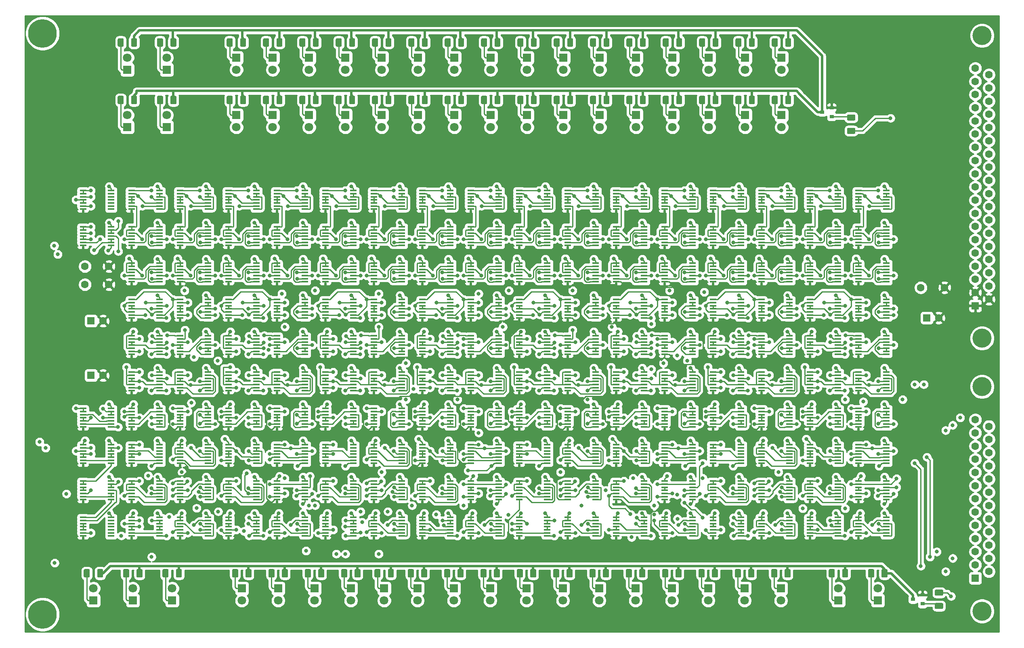
<source format=gbr>
G04 #@! TF.GenerationSoftware,KiCad,Pcbnew,5.1.5-52549c5~84~ubuntu18.04.1*
G04 #@! TF.CreationDate,2020-05-17T15:57:07-07:00*
G04 #@! TF.ProjectId,alu,616c752e-6b69-4636-9164-5f7063625858,rev?*
G04 #@! TF.SameCoordinates,Original*
G04 #@! TF.FileFunction,Copper,L1,Top*
G04 #@! TF.FilePolarity,Positive*
%FSLAX46Y46*%
G04 Gerber Fmt 4.6, Leading zero omitted, Abs format (unit mm)*
G04 Created by KiCad (PCBNEW 5.1.5-52549c5~84~ubuntu18.04.1) date 2020-05-17 15:57:07*
%MOMM*%
%LPD*%
G04 APERTURE LIST*
%ADD10C,4.000000*%
%ADD11C,1.600000*%
%ADD12R,1.600000X1.600000*%
%ADD13C,0.100000*%
%ADD14R,0.900000X0.800000*%
%ADD15R,1.450000X0.450000*%
%ADD16C,1.800000*%
%ADD17R,1.800000X1.800000*%
%ADD18C,6.000000*%
%ADD19C,0.800000*%
%ADD20C,0.250000*%
%ADD21C,0.500000*%
%ADD22C,0.254000*%
G04 APERTURE END LIST*
D10*
X247800000Y-29680000D03*
X247800000Y-93180000D03*
D11*
X249220000Y-37885000D03*
X249220000Y-40655000D03*
X249220000Y-43425000D03*
X249220000Y-46195000D03*
X249220000Y-48965000D03*
X249220000Y-51735000D03*
X249220000Y-54505000D03*
X249220000Y-57275000D03*
X249220000Y-60045000D03*
X249220000Y-62815000D03*
X249220000Y-65585000D03*
X249220000Y-68355000D03*
X249220000Y-71125000D03*
X249220000Y-73895000D03*
X249220000Y-76665000D03*
X249220000Y-79435000D03*
X249220000Y-82205000D03*
X249220000Y-84975000D03*
X246380000Y-36500000D03*
X246380000Y-39270000D03*
X246380000Y-42040000D03*
X246380000Y-44810000D03*
X246380000Y-47580000D03*
X246380000Y-50350000D03*
X246380000Y-53120000D03*
X246380000Y-55890000D03*
X246380000Y-58660000D03*
X246380000Y-61430000D03*
X246380000Y-64200000D03*
X246380000Y-66970000D03*
X246380000Y-69740000D03*
X246380000Y-72510000D03*
X246380000Y-75280000D03*
X246380000Y-78050000D03*
X246380000Y-80820000D03*
X246380000Y-83590000D03*
D12*
X246380000Y-86360000D03*
D10*
X247800000Y-103340000D03*
X247800000Y-150440000D03*
D11*
X249220000Y-111655000D03*
X249220000Y-114425000D03*
X249220000Y-117195000D03*
X249220000Y-119965000D03*
X249220000Y-122735000D03*
X249220000Y-125505000D03*
X249220000Y-128275000D03*
X249220000Y-131045000D03*
X249220000Y-133815000D03*
X249220000Y-136585000D03*
X249220000Y-139355000D03*
X249220000Y-142125000D03*
X246380000Y-110270000D03*
X246380000Y-113040000D03*
X246380000Y-115810000D03*
X246380000Y-118580000D03*
X246380000Y-121350000D03*
X246380000Y-124120000D03*
X246380000Y-126890000D03*
X246380000Y-129660000D03*
X246380000Y-132430000D03*
X246380000Y-135200000D03*
X246380000Y-137970000D03*
X246380000Y-140740000D03*
D12*
X246380000Y-143510000D03*
D11*
X239950000Y-82550000D03*
X234950000Y-82550000D03*
X238720000Y-88900000D03*
D12*
X236220000Y-88900000D03*
G04 #@! TA.AperFunction,SMDPad,CuDef*
D13*
G36*
X239409504Y-145931204D02*
G01*
X239433773Y-145934804D01*
X239457571Y-145940765D01*
X239480671Y-145949030D01*
X239502849Y-145959520D01*
X239523893Y-145972133D01*
X239543598Y-145986747D01*
X239561777Y-146003223D01*
X239578253Y-146021402D01*
X239592867Y-146041107D01*
X239605480Y-146062151D01*
X239615970Y-146084329D01*
X239624235Y-146107429D01*
X239630196Y-146131227D01*
X239633796Y-146155496D01*
X239635000Y-146180000D01*
X239635000Y-146930000D01*
X239633796Y-146954504D01*
X239630196Y-146978773D01*
X239624235Y-147002571D01*
X239615970Y-147025671D01*
X239605480Y-147047849D01*
X239592867Y-147068893D01*
X239578253Y-147088598D01*
X239561777Y-147106777D01*
X239543598Y-147123253D01*
X239523893Y-147137867D01*
X239502849Y-147150480D01*
X239480671Y-147160970D01*
X239457571Y-147169235D01*
X239433773Y-147175196D01*
X239409504Y-147178796D01*
X239385000Y-147180000D01*
X238135000Y-147180000D01*
X238110496Y-147178796D01*
X238086227Y-147175196D01*
X238062429Y-147169235D01*
X238039329Y-147160970D01*
X238017151Y-147150480D01*
X237996107Y-147137867D01*
X237976402Y-147123253D01*
X237958223Y-147106777D01*
X237941747Y-147088598D01*
X237927133Y-147068893D01*
X237914520Y-147047849D01*
X237904030Y-147025671D01*
X237895765Y-147002571D01*
X237889804Y-146978773D01*
X237886204Y-146954504D01*
X237885000Y-146930000D01*
X237885000Y-146180000D01*
X237886204Y-146155496D01*
X237889804Y-146131227D01*
X237895765Y-146107429D01*
X237904030Y-146084329D01*
X237914520Y-146062151D01*
X237927133Y-146041107D01*
X237941747Y-146021402D01*
X237958223Y-146003223D01*
X237976402Y-145986747D01*
X237996107Y-145972133D01*
X238017151Y-145959520D01*
X238039329Y-145949030D01*
X238062429Y-145940765D01*
X238086227Y-145934804D01*
X238110496Y-145931204D01*
X238135000Y-145930000D01*
X239385000Y-145930000D01*
X239409504Y-145931204D01*
G37*
G04 #@! TD.AperFunction*
G04 #@! TA.AperFunction,SMDPad,CuDef*
G36*
X239409504Y-148731204D02*
G01*
X239433773Y-148734804D01*
X239457571Y-148740765D01*
X239480671Y-148749030D01*
X239502849Y-148759520D01*
X239523893Y-148772133D01*
X239543598Y-148786747D01*
X239561777Y-148803223D01*
X239578253Y-148821402D01*
X239592867Y-148841107D01*
X239605480Y-148862151D01*
X239615970Y-148884329D01*
X239624235Y-148907429D01*
X239630196Y-148931227D01*
X239633796Y-148955496D01*
X239635000Y-148980000D01*
X239635000Y-149730000D01*
X239633796Y-149754504D01*
X239630196Y-149778773D01*
X239624235Y-149802571D01*
X239615970Y-149825671D01*
X239605480Y-149847849D01*
X239592867Y-149868893D01*
X239578253Y-149888598D01*
X239561777Y-149906777D01*
X239543598Y-149923253D01*
X239523893Y-149937867D01*
X239502849Y-149950480D01*
X239480671Y-149960970D01*
X239457571Y-149969235D01*
X239433773Y-149975196D01*
X239409504Y-149978796D01*
X239385000Y-149980000D01*
X238135000Y-149980000D01*
X238110496Y-149978796D01*
X238086227Y-149975196D01*
X238062429Y-149969235D01*
X238039329Y-149960970D01*
X238017151Y-149950480D01*
X237996107Y-149937867D01*
X237976402Y-149923253D01*
X237958223Y-149906777D01*
X237941747Y-149888598D01*
X237927133Y-149868893D01*
X237914520Y-149847849D01*
X237904030Y-149825671D01*
X237895765Y-149802571D01*
X237889804Y-149778773D01*
X237886204Y-149754504D01*
X237885000Y-149730000D01*
X237885000Y-148980000D01*
X237886204Y-148955496D01*
X237889804Y-148931227D01*
X237895765Y-148907429D01*
X237904030Y-148884329D01*
X237914520Y-148862151D01*
X237927133Y-148841107D01*
X237941747Y-148821402D01*
X237958223Y-148803223D01*
X237976402Y-148786747D01*
X237996107Y-148772133D01*
X238017151Y-148759520D01*
X238039329Y-148749030D01*
X238062429Y-148740765D01*
X238086227Y-148734804D01*
X238110496Y-148731204D01*
X238135000Y-148730000D01*
X239385000Y-148730000D01*
X239409504Y-148731204D01*
G37*
G04 #@! TD.AperFunction*
D14*
X233315000Y-147955000D03*
X235315000Y-147005000D03*
X235315000Y-148905000D03*
D15*
X75340000Y-115525000D03*
X75340000Y-116175000D03*
X75340000Y-116825000D03*
X75340000Y-117475000D03*
X75340000Y-118125000D03*
X75340000Y-118775000D03*
X75340000Y-119425000D03*
X69440000Y-119425000D03*
X69440000Y-118775000D03*
X69440000Y-118125000D03*
X69440000Y-117475000D03*
X69440000Y-116825000D03*
X69440000Y-116175000D03*
X69440000Y-115525000D03*
X85500000Y-115525000D03*
X85500000Y-116175000D03*
X85500000Y-116825000D03*
X85500000Y-117475000D03*
X85500000Y-118125000D03*
X85500000Y-118775000D03*
X85500000Y-119425000D03*
X79600000Y-119425000D03*
X79600000Y-118775000D03*
X79600000Y-118125000D03*
X79600000Y-117475000D03*
X79600000Y-116825000D03*
X79600000Y-116175000D03*
X79600000Y-115525000D03*
X95660000Y-115525000D03*
X95660000Y-116175000D03*
X95660000Y-116825000D03*
X95660000Y-117475000D03*
X95660000Y-118125000D03*
X95660000Y-118775000D03*
X95660000Y-119425000D03*
X89760000Y-119425000D03*
X89760000Y-118775000D03*
X89760000Y-118125000D03*
X89760000Y-117475000D03*
X89760000Y-116825000D03*
X89760000Y-116175000D03*
X89760000Y-115525000D03*
X85500000Y-107905000D03*
X85500000Y-108555000D03*
X85500000Y-109205000D03*
X85500000Y-109855000D03*
X85500000Y-110505000D03*
X85500000Y-111155000D03*
X85500000Y-111805000D03*
X79600000Y-111805000D03*
X79600000Y-111155000D03*
X79600000Y-110505000D03*
X79600000Y-109855000D03*
X79600000Y-109205000D03*
X79600000Y-108555000D03*
X79600000Y-107905000D03*
X105820000Y-107905000D03*
X105820000Y-108555000D03*
X105820000Y-109205000D03*
X105820000Y-109855000D03*
X105820000Y-110505000D03*
X105820000Y-111155000D03*
X105820000Y-111805000D03*
X99920000Y-111805000D03*
X99920000Y-111155000D03*
X99920000Y-110505000D03*
X99920000Y-109855000D03*
X99920000Y-109205000D03*
X99920000Y-108555000D03*
X99920000Y-107905000D03*
X75340000Y-107905000D03*
X75340000Y-108555000D03*
X75340000Y-109205000D03*
X75340000Y-109855000D03*
X75340000Y-110505000D03*
X75340000Y-111155000D03*
X75340000Y-111805000D03*
X69440000Y-111805000D03*
X69440000Y-111155000D03*
X69440000Y-110505000D03*
X69440000Y-109855000D03*
X69440000Y-109205000D03*
X69440000Y-108555000D03*
X69440000Y-107905000D03*
X85500000Y-100285000D03*
X85500000Y-100935000D03*
X85500000Y-101585000D03*
X85500000Y-102235000D03*
X85500000Y-102885000D03*
X85500000Y-103535000D03*
X85500000Y-104185000D03*
X79600000Y-104185000D03*
X79600000Y-103535000D03*
X79600000Y-102885000D03*
X79600000Y-102235000D03*
X79600000Y-101585000D03*
X79600000Y-100935000D03*
X79600000Y-100285000D03*
X75340000Y-100285000D03*
X75340000Y-100935000D03*
X75340000Y-101585000D03*
X75340000Y-102235000D03*
X75340000Y-102885000D03*
X75340000Y-103535000D03*
X75340000Y-104185000D03*
X69440000Y-104185000D03*
X69440000Y-103535000D03*
X69440000Y-102885000D03*
X69440000Y-102235000D03*
X69440000Y-101585000D03*
X69440000Y-100935000D03*
X69440000Y-100285000D03*
X85500000Y-92665000D03*
X85500000Y-93315000D03*
X85500000Y-93965000D03*
X85500000Y-94615000D03*
X85500000Y-95265000D03*
X85500000Y-95915000D03*
X85500000Y-96565000D03*
X79600000Y-96565000D03*
X79600000Y-95915000D03*
X79600000Y-95265000D03*
X79600000Y-94615000D03*
X79600000Y-93965000D03*
X79600000Y-93315000D03*
X79600000Y-92665000D03*
X95660000Y-107905000D03*
X95660000Y-108555000D03*
X95660000Y-109205000D03*
X95660000Y-109855000D03*
X95660000Y-110505000D03*
X95660000Y-111155000D03*
X95660000Y-111805000D03*
X89760000Y-111805000D03*
X89760000Y-111155000D03*
X89760000Y-110505000D03*
X89760000Y-109855000D03*
X89760000Y-109205000D03*
X89760000Y-108555000D03*
X89760000Y-107905000D03*
X105820000Y-92665000D03*
X105820000Y-93315000D03*
X105820000Y-93965000D03*
X105820000Y-94615000D03*
X105820000Y-95265000D03*
X105820000Y-95915000D03*
X105820000Y-96565000D03*
X99920000Y-96565000D03*
X99920000Y-95915000D03*
X99920000Y-95265000D03*
X99920000Y-94615000D03*
X99920000Y-93965000D03*
X99920000Y-93315000D03*
X99920000Y-92665000D03*
X75340000Y-92665000D03*
X75340000Y-93315000D03*
X75340000Y-93965000D03*
X75340000Y-94615000D03*
X75340000Y-95265000D03*
X75340000Y-95915000D03*
X75340000Y-96565000D03*
X69440000Y-96565000D03*
X69440000Y-95915000D03*
X69440000Y-95265000D03*
X69440000Y-94615000D03*
X69440000Y-93965000D03*
X69440000Y-93315000D03*
X69440000Y-92665000D03*
X75340000Y-85045000D03*
X75340000Y-85695000D03*
X75340000Y-86345000D03*
X75340000Y-86995000D03*
X75340000Y-87645000D03*
X75340000Y-88295000D03*
X75340000Y-88945000D03*
X69440000Y-88945000D03*
X69440000Y-88295000D03*
X69440000Y-87645000D03*
X69440000Y-86995000D03*
X69440000Y-86345000D03*
X69440000Y-85695000D03*
X69440000Y-85045000D03*
X105820000Y-100285000D03*
X105820000Y-100935000D03*
X105820000Y-101585000D03*
X105820000Y-102235000D03*
X105820000Y-102885000D03*
X105820000Y-103535000D03*
X105820000Y-104185000D03*
X99920000Y-104185000D03*
X99920000Y-103535000D03*
X99920000Y-102885000D03*
X99920000Y-102235000D03*
X99920000Y-101585000D03*
X99920000Y-100935000D03*
X99920000Y-100285000D03*
X95660000Y-100285000D03*
X95660000Y-100935000D03*
X95660000Y-101585000D03*
X95660000Y-102235000D03*
X95660000Y-102885000D03*
X95660000Y-103535000D03*
X95660000Y-104185000D03*
X89760000Y-104185000D03*
X89760000Y-103535000D03*
X89760000Y-102885000D03*
X89760000Y-102235000D03*
X89760000Y-101585000D03*
X89760000Y-100935000D03*
X89760000Y-100285000D03*
X95660000Y-92665000D03*
X95660000Y-93315000D03*
X95660000Y-93965000D03*
X95660000Y-94615000D03*
X95660000Y-95265000D03*
X95660000Y-95915000D03*
X95660000Y-96565000D03*
X89760000Y-96565000D03*
X89760000Y-95915000D03*
X89760000Y-95265000D03*
X89760000Y-94615000D03*
X89760000Y-93965000D03*
X89760000Y-93315000D03*
X89760000Y-92665000D03*
X95660000Y-85045000D03*
X95660000Y-85695000D03*
X95660000Y-86345000D03*
X95660000Y-86995000D03*
X95660000Y-87645000D03*
X95660000Y-88295000D03*
X95660000Y-88945000D03*
X89760000Y-88945000D03*
X89760000Y-88295000D03*
X89760000Y-87645000D03*
X89760000Y-86995000D03*
X89760000Y-86345000D03*
X89760000Y-85695000D03*
X89760000Y-85045000D03*
X115980000Y-115525000D03*
X115980000Y-116175000D03*
X115980000Y-116825000D03*
X115980000Y-117475000D03*
X115980000Y-118125000D03*
X115980000Y-118775000D03*
X115980000Y-119425000D03*
X110080000Y-119425000D03*
X110080000Y-118775000D03*
X110080000Y-118125000D03*
X110080000Y-117475000D03*
X110080000Y-116825000D03*
X110080000Y-116175000D03*
X110080000Y-115525000D03*
X126140000Y-115525000D03*
X126140000Y-116175000D03*
X126140000Y-116825000D03*
X126140000Y-117475000D03*
X126140000Y-118125000D03*
X126140000Y-118775000D03*
X126140000Y-119425000D03*
X120240000Y-119425000D03*
X120240000Y-118775000D03*
X120240000Y-118125000D03*
X120240000Y-117475000D03*
X120240000Y-116825000D03*
X120240000Y-116175000D03*
X120240000Y-115525000D03*
X136300000Y-115525000D03*
X136300000Y-116175000D03*
X136300000Y-116825000D03*
X136300000Y-117475000D03*
X136300000Y-118125000D03*
X136300000Y-118775000D03*
X136300000Y-119425000D03*
X130400000Y-119425000D03*
X130400000Y-118775000D03*
X130400000Y-118125000D03*
X130400000Y-117475000D03*
X130400000Y-116825000D03*
X130400000Y-116175000D03*
X130400000Y-115525000D03*
X126140000Y-107905000D03*
X126140000Y-108555000D03*
X126140000Y-109205000D03*
X126140000Y-109855000D03*
X126140000Y-110505000D03*
X126140000Y-111155000D03*
X126140000Y-111805000D03*
X120240000Y-111805000D03*
X120240000Y-111155000D03*
X120240000Y-110505000D03*
X120240000Y-109855000D03*
X120240000Y-109205000D03*
X120240000Y-108555000D03*
X120240000Y-107905000D03*
X146460000Y-107905000D03*
X146460000Y-108555000D03*
X146460000Y-109205000D03*
X146460000Y-109855000D03*
X146460000Y-110505000D03*
X146460000Y-111155000D03*
X146460000Y-111805000D03*
X140560000Y-111805000D03*
X140560000Y-111155000D03*
X140560000Y-110505000D03*
X140560000Y-109855000D03*
X140560000Y-109205000D03*
X140560000Y-108555000D03*
X140560000Y-107905000D03*
X115980000Y-107905000D03*
X115980000Y-108555000D03*
X115980000Y-109205000D03*
X115980000Y-109855000D03*
X115980000Y-110505000D03*
X115980000Y-111155000D03*
X115980000Y-111805000D03*
X110080000Y-111805000D03*
X110080000Y-111155000D03*
X110080000Y-110505000D03*
X110080000Y-109855000D03*
X110080000Y-109205000D03*
X110080000Y-108555000D03*
X110080000Y-107905000D03*
X126140000Y-100285000D03*
X126140000Y-100935000D03*
X126140000Y-101585000D03*
X126140000Y-102235000D03*
X126140000Y-102885000D03*
X126140000Y-103535000D03*
X126140000Y-104185000D03*
X120240000Y-104185000D03*
X120240000Y-103535000D03*
X120240000Y-102885000D03*
X120240000Y-102235000D03*
X120240000Y-101585000D03*
X120240000Y-100935000D03*
X120240000Y-100285000D03*
X115980000Y-100285000D03*
X115980000Y-100935000D03*
X115980000Y-101585000D03*
X115980000Y-102235000D03*
X115980000Y-102885000D03*
X115980000Y-103535000D03*
X115980000Y-104185000D03*
X110080000Y-104185000D03*
X110080000Y-103535000D03*
X110080000Y-102885000D03*
X110080000Y-102235000D03*
X110080000Y-101585000D03*
X110080000Y-100935000D03*
X110080000Y-100285000D03*
X126140000Y-92665000D03*
X126140000Y-93315000D03*
X126140000Y-93965000D03*
X126140000Y-94615000D03*
X126140000Y-95265000D03*
X126140000Y-95915000D03*
X126140000Y-96565000D03*
X120240000Y-96565000D03*
X120240000Y-95915000D03*
X120240000Y-95265000D03*
X120240000Y-94615000D03*
X120240000Y-93965000D03*
X120240000Y-93315000D03*
X120240000Y-92665000D03*
X136300000Y-107905000D03*
X136300000Y-108555000D03*
X136300000Y-109205000D03*
X136300000Y-109855000D03*
X136300000Y-110505000D03*
X136300000Y-111155000D03*
X136300000Y-111805000D03*
X130400000Y-111805000D03*
X130400000Y-111155000D03*
X130400000Y-110505000D03*
X130400000Y-109855000D03*
X130400000Y-109205000D03*
X130400000Y-108555000D03*
X130400000Y-107905000D03*
X146460000Y-92665000D03*
X146460000Y-93315000D03*
X146460000Y-93965000D03*
X146460000Y-94615000D03*
X146460000Y-95265000D03*
X146460000Y-95915000D03*
X146460000Y-96565000D03*
X140560000Y-96565000D03*
X140560000Y-95915000D03*
X140560000Y-95265000D03*
X140560000Y-94615000D03*
X140560000Y-93965000D03*
X140560000Y-93315000D03*
X140560000Y-92665000D03*
X115980000Y-92665000D03*
X115980000Y-93315000D03*
X115980000Y-93965000D03*
X115980000Y-94615000D03*
X115980000Y-95265000D03*
X115980000Y-95915000D03*
X115980000Y-96565000D03*
X110080000Y-96565000D03*
X110080000Y-95915000D03*
X110080000Y-95265000D03*
X110080000Y-94615000D03*
X110080000Y-93965000D03*
X110080000Y-93315000D03*
X110080000Y-92665000D03*
X115980000Y-85045000D03*
X115980000Y-85695000D03*
X115980000Y-86345000D03*
X115980000Y-86995000D03*
X115980000Y-87645000D03*
X115980000Y-88295000D03*
X115980000Y-88945000D03*
X110080000Y-88945000D03*
X110080000Y-88295000D03*
X110080000Y-87645000D03*
X110080000Y-86995000D03*
X110080000Y-86345000D03*
X110080000Y-85695000D03*
X110080000Y-85045000D03*
X146460000Y-100285000D03*
X146460000Y-100935000D03*
X146460000Y-101585000D03*
X146460000Y-102235000D03*
X146460000Y-102885000D03*
X146460000Y-103535000D03*
X146460000Y-104185000D03*
X140560000Y-104185000D03*
X140560000Y-103535000D03*
X140560000Y-102885000D03*
X140560000Y-102235000D03*
X140560000Y-101585000D03*
X140560000Y-100935000D03*
X140560000Y-100285000D03*
X136300000Y-100285000D03*
X136300000Y-100935000D03*
X136300000Y-101585000D03*
X136300000Y-102235000D03*
X136300000Y-102885000D03*
X136300000Y-103535000D03*
X136300000Y-104185000D03*
X130400000Y-104185000D03*
X130400000Y-103535000D03*
X130400000Y-102885000D03*
X130400000Y-102235000D03*
X130400000Y-101585000D03*
X130400000Y-100935000D03*
X130400000Y-100285000D03*
X136300000Y-92665000D03*
X136300000Y-93315000D03*
X136300000Y-93965000D03*
X136300000Y-94615000D03*
X136300000Y-95265000D03*
X136300000Y-95915000D03*
X136300000Y-96565000D03*
X130400000Y-96565000D03*
X130400000Y-95915000D03*
X130400000Y-95265000D03*
X130400000Y-94615000D03*
X130400000Y-93965000D03*
X130400000Y-93315000D03*
X130400000Y-92665000D03*
X136300000Y-85045000D03*
X136300000Y-85695000D03*
X136300000Y-86345000D03*
X136300000Y-86995000D03*
X136300000Y-87645000D03*
X136300000Y-88295000D03*
X136300000Y-88945000D03*
X130400000Y-88945000D03*
X130400000Y-88295000D03*
X130400000Y-87645000D03*
X130400000Y-86995000D03*
X130400000Y-86345000D03*
X130400000Y-85695000D03*
X130400000Y-85045000D03*
X156620000Y-115525000D03*
X156620000Y-116175000D03*
X156620000Y-116825000D03*
X156620000Y-117475000D03*
X156620000Y-118125000D03*
X156620000Y-118775000D03*
X156620000Y-119425000D03*
X150720000Y-119425000D03*
X150720000Y-118775000D03*
X150720000Y-118125000D03*
X150720000Y-117475000D03*
X150720000Y-116825000D03*
X150720000Y-116175000D03*
X150720000Y-115525000D03*
X166780000Y-115525000D03*
X166780000Y-116175000D03*
X166780000Y-116825000D03*
X166780000Y-117475000D03*
X166780000Y-118125000D03*
X166780000Y-118775000D03*
X166780000Y-119425000D03*
X160880000Y-119425000D03*
X160880000Y-118775000D03*
X160880000Y-118125000D03*
X160880000Y-117475000D03*
X160880000Y-116825000D03*
X160880000Y-116175000D03*
X160880000Y-115525000D03*
X176940000Y-115525000D03*
X176940000Y-116175000D03*
X176940000Y-116825000D03*
X176940000Y-117475000D03*
X176940000Y-118125000D03*
X176940000Y-118775000D03*
X176940000Y-119425000D03*
X171040000Y-119425000D03*
X171040000Y-118775000D03*
X171040000Y-118125000D03*
X171040000Y-117475000D03*
X171040000Y-116825000D03*
X171040000Y-116175000D03*
X171040000Y-115525000D03*
X166780000Y-107905000D03*
X166780000Y-108555000D03*
X166780000Y-109205000D03*
X166780000Y-109855000D03*
X166780000Y-110505000D03*
X166780000Y-111155000D03*
X166780000Y-111805000D03*
X160880000Y-111805000D03*
X160880000Y-111155000D03*
X160880000Y-110505000D03*
X160880000Y-109855000D03*
X160880000Y-109205000D03*
X160880000Y-108555000D03*
X160880000Y-107905000D03*
X187100000Y-107905000D03*
X187100000Y-108555000D03*
X187100000Y-109205000D03*
X187100000Y-109855000D03*
X187100000Y-110505000D03*
X187100000Y-111155000D03*
X187100000Y-111805000D03*
X181200000Y-111805000D03*
X181200000Y-111155000D03*
X181200000Y-110505000D03*
X181200000Y-109855000D03*
X181200000Y-109205000D03*
X181200000Y-108555000D03*
X181200000Y-107905000D03*
X156620000Y-107905000D03*
X156620000Y-108555000D03*
X156620000Y-109205000D03*
X156620000Y-109855000D03*
X156620000Y-110505000D03*
X156620000Y-111155000D03*
X156620000Y-111805000D03*
X150720000Y-111805000D03*
X150720000Y-111155000D03*
X150720000Y-110505000D03*
X150720000Y-109855000D03*
X150720000Y-109205000D03*
X150720000Y-108555000D03*
X150720000Y-107905000D03*
X166780000Y-100285000D03*
X166780000Y-100935000D03*
X166780000Y-101585000D03*
X166780000Y-102235000D03*
X166780000Y-102885000D03*
X166780000Y-103535000D03*
X166780000Y-104185000D03*
X160880000Y-104185000D03*
X160880000Y-103535000D03*
X160880000Y-102885000D03*
X160880000Y-102235000D03*
X160880000Y-101585000D03*
X160880000Y-100935000D03*
X160880000Y-100285000D03*
X156620000Y-100285000D03*
X156620000Y-100935000D03*
X156620000Y-101585000D03*
X156620000Y-102235000D03*
X156620000Y-102885000D03*
X156620000Y-103535000D03*
X156620000Y-104185000D03*
X150720000Y-104185000D03*
X150720000Y-103535000D03*
X150720000Y-102885000D03*
X150720000Y-102235000D03*
X150720000Y-101585000D03*
X150720000Y-100935000D03*
X150720000Y-100285000D03*
X166780000Y-92665000D03*
X166780000Y-93315000D03*
X166780000Y-93965000D03*
X166780000Y-94615000D03*
X166780000Y-95265000D03*
X166780000Y-95915000D03*
X166780000Y-96565000D03*
X160880000Y-96565000D03*
X160880000Y-95915000D03*
X160880000Y-95265000D03*
X160880000Y-94615000D03*
X160880000Y-93965000D03*
X160880000Y-93315000D03*
X160880000Y-92665000D03*
X176940000Y-107905000D03*
X176940000Y-108555000D03*
X176940000Y-109205000D03*
X176940000Y-109855000D03*
X176940000Y-110505000D03*
X176940000Y-111155000D03*
X176940000Y-111805000D03*
X171040000Y-111805000D03*
X171040000Y-111155000D03*
X171040000Y-110505000D03*
X171040000Y-109855000D03*
X171040000Y-109205000D03*
X171040000Y-108555000D03*
X171040000Y-107905000D03*
X187100000Y-92665000D03*
X187100000Y-93315000D03*
X187100000Y-93965000D03*
X187100000Y-94615000D03*
X187100000Y-95265000D03*
X187100000Y-95915000D03*
X187100000Y-96565000D03*
X181200000Y-96565000D03*
X181200000Y-95915000D03*
X181200000Y-95265000D03*
X181200000Y-94615000D03*
X181200000Y-93965000D03*
X181200000Y-93315000D03*
X181200000Y-92665000D03*
X156620000Y-92665000D03*
X156620000Y-93315000D03*
X156620000Y-93965000D03*
X156620000Y-94615000D03*
X156620000Y-95265000D03*
X156620000Y-95915000D03*
X156620000Y-96565000D03*
X150720000Y-96565000D03*
X150720000Y-95915000D03*
X150720000Y-95265000D03*
X150720000Y-94615000D03*
X150720000Y-93965000D03*
X150720000Y-93315000D03*
X150720000Y-92665000D03*
X156620000Y-85045000D03*
X156620000Y-85695000D03*
X156620000Y-86345000D03*
X156620000Y-86995000D03*
X156620000Y-87645000D03*
X156620000Y-88295000D03*
X156620000Y-88945000D03*
X150720000Y-88945000D03*
X150720000Y-88295000D03*
X150720000Y-87645000D03*
X150720000Y-86995000D03*
X150720000Y-86345000D03*
X150720000Y-85695000D03*
X150720000Y-85045000D03*
X187100000Y-100285000D03*
X187100000Y-100935000D03*
X187100000Y-101585000D03*
X187100000Y-102235000D03*
X187100000Y-102885000D03*
X187100000Y-103535000D03*
X187100000Y-104185000D03*
X181200000Y-104185000D03*
X181200000Y-103535000D03*
X181200000Y-102885000D03*
X181200000Y-102235000D03*
X181200000Y-101585000D03*
X181200000Y-100935000D03*
X181200000Y-100285000D03*
X176940000Y-100285000D03*
X176940000Y-100935000D03*
X176940000Y-101585000D03*
X176940000Y-102235000D03*
X176940000Y-102885000D03*
X176940000Y-103535000D03*
X176940000Y-104185000D03*
X171040000Y-104185000D03*
X171040000Y-103535000D03*
X171040000Y-102885000D03*
X171040000Y-102235000D03*
X171040000Y-101585000D03*
X171040000Y-100935000D03*
X171040000Y-100285000D03*
X176940000Y-92665000D03*
X176940000Y-93315000D03*
X176940000Y-93965000D03*
X176940000Y-94615000D03*
X176940000Y-95265000D03*
X176940000Y-95915000D03*
X176940000Y-96565000D03*
X171040000Y-96565000D03*
X171040000Y-95915000D03*
X171040000Y-95265000D03*
X171040000Y-94615000D03*
X171040000Y-93965000D03*
X171040000Y-93315000D03*
X171040000Y-92665000D03*
X176940000Y-85045000D03*
X176940000Y-85695000D03*
X176940000Y-86345000D03*
X176940000Y-86995000D03*
X176940000Y-87645000D03*
X176940000Y-88295000D03*
X176940000Y-88945000D03*
X171040000Y-88945000D03*
X171040000Y-88295000D03*
X171040000Y-87645000D03*
X171040000Y-86995000D03*
X171040000Y-86345000D03*
X171040000Y-85695000D03*
X171040000Y-85045000D03*
X197260000Y-115525000D03*
X197260000Y-116175000D03*
X197260000Y-116825000D03*
X197260000Y-117475000D03*
X197260000Y-118125000D03*
X197260000Y-118775000D03*
X197260000Y-119425000D03*
X191360000Y-119425000D03*
X191360000Y-118775000D03*
X191360000Y-118125000D03*
X191360000Y-117475000D03*
X191360000Y-116825000D03*
X191360000Y-116175000D03*
X191360000Y-115525000D03*
X207420000Y-115525000D03*
X207420000Y-116175000D03*
X207420000Y-116825000D03*
X207420000Y-117475000D03*
X207420000Y-118125000D03*
X207420000Y-118775000D03*
X207420000Y-119425000D03*
X201520000Y-119425000D03*
X201520000Y-118775000D03*
X201520000Y-118125000D03*
X201520000Y-117475000D03*
X201520000Y-116825000D03*
X201520000Y-116175000D03*
X201520000Y-115525000D03*
X217580000Y-115525000D03*
X217580000Y-116175000D03*
X217580000Y-116825000D03*
X217580000Y-117475000D03*
X217580000Y-118125000D03*
X217580000Y-118775000D03*
X217580000Y-119425000D03*
X211680000Y-119425000D03*
X211680000Y-118775000D03*
X211680000Y-118125000D03*
X211680000Y-117475000D03*
X211680000Y-116825000D03*
X211680000Y-116175000D03*
X211680000Y-115525000D03*
X207420000Y-107905000D03*
X207420000Y-108555000D03*
X207420000Y-109205000D03*
X207420000Y-109855000D03*
X207420000Y-110505000D03*
X207420000Y-111155000D03*
X207420000Y-111805000D03*
X201520000Y-111805000D03*
X201520000Y-111155000D03*
X201520000Y-110505000D03*
X201520000Y-109855000D03*
X201520000Y-109205000D03*
X201520000Y-108555000D03*
X201520000Y-107905000D03*
X227740000Y-107905000D03*
X227740000Y-108555000D03*
X227740000Y-109205000D03*
X227740000Y-109855000D03*
X227740000Y-110505000D03*
X227740000Y-111155000D03*
X227740000Y-111805000D03*
X221840000Y-111805000D03*
X221840000Y-111155000D03*
X221840000Y-110505000D03*
X221840000Y-109855000D03*
X221840000Y-109205000D03*
X221840000Y-108555000D03*
X221840000Y-107905000D03*
X197260000Y-107905000D03*
X197260000Y-108555000D03*
X197260000Y-109205000D03*
X197260000Y-109855000D03*
X197260000Y-110505000D03*
X197260000Y-111155000D03*
X197260000Y-111805000D03*
X191360000Y-111805000D03*
X191360000Y-111155000D03*
X191360000Y-110505000D03*
X191360000Y-109855000D03*
X191360000Y-109205000D03*
X191360000Y-108555000D03*
X191360000Y-107905000D03*
X207420000Y-100285000D03*
X207420000Y-100935000D03*
X207420000Y-101585000D03*
X207420000Y-102235000D03*
X207420000Y-102885000D03*
X207420000Y-103535000D03*
X207420000Y-104185000D03*
X201520000Y-104185000D03*
X201520000Y-103535000D03*
X201520000Y-102885000D03*
X201520000Y-102235000D03*
X201520000Y-101585000D03*
X201520000Y-100935000D03*
X201520000Y-100285000D03*
X197260000Y-100285000D03*
X197260000Y-100935000D03*
X197260000Y-101585000D03*
X197260000Y-102235000D03*
X197260000Y-102885000D03*
X197260000Y-103535000D03*
X197260000Y-104185000D03*
X191360000Y-104185000D03*
X191360000Y-103535000D03*
X191360000Y-102885000D03*
X191360000Y-102235000D03*
X191360000Y-101585000D03*
X191360000Y-100935000D03*
X191360000Y-100285000D03*
X207420000Y-92665000D03*
X207420000Y-93315000D03*
X207420000Y-93965000D03*
X207420000Y-94615000D03*
X207420000Y-95265000D03*
X207420000Y-95915000D03*
X207420000Y-96565000D03*
X201520000Y-96565000D03*
X201520000Y-95915000D03*
X201520000Y-95265000D03*
X201520000Y-94615000D03*
X201520000Y-93965000D03*
X201520000Y-93315000D03*
X201520000Y-92665000D03*
X217580000Y-107905000D03*
X217580000Y-108555000D03*
X217580000Y-109205000D03*
X217580000Y-109855000D03*
X217580000Y-110505000D03*
X217580000Y-111155000D03*
X217580000Y-111805000D03*
X211680000Y-111805000D03*
X211680000Y-111155000D03*
X211680000Y-110505000D03*
X211680000Y-109855000D03*
X211680000Y-109205000D03*
X211680000Y-108555000D03*
X211680000Y-107905000D03*
X227740000Y-92665000D03*
X227740000Y-93315000D03*
X227740000Y-93965000D03*
X227740000Y-94615000D03*
X227740000Y-95265000D03*
X227740000Y-95915000D03*
X227740000Y-96565000D03*
X221840000Y-96565000D03*
X221840000Y-95915000D03*
X221840000Y-95265000D03*
X221840000Y-94615000D03*
X221840000Y-93965000D03*
X221840000Y-93315000D03*
X221840000Y-92665000D03*
X197260000Y-92665000D03*
X197260000Y-93315000D03*
X197260000Y-93965000D03*
X197260000Y-94615000D03*
X197260000Y-95265000D03*
X197260000Y-95915000D03*
X197260000Y-96565000D03*
X191360000Y-96565000D03*
X191360000Y-95915000D03*
X191360000Y-95265000D03*
X191360000Y-94615000D03*
X191360000Y-93965000D03*
X191360000Y-93315000D03*
X191360000Y-92665000D03*
X197260000Y-85045000D03*
X197260000Y-85695000D03*
X197260000Y-86345000D03*
X197260000Y-86995000D03*
X197260000Y-87645000D03*
X197260000Y-88295000D03*
X197260000Y-88945000D03*
X191360000Y-88945000D03*
X191360000Y-88295000D03*
X191360000Y-87645000D03*
X191360000Y-86995000D03*
X191360000Y-86345000D03*
X191360000Y-85695000D03*
X191360000Y-85045000D03*
X227740000Y-100285000D03*
X227740000Y-100935000D03*
X227740000Y-101585000D03*
X227740000Y-102235000D03*
X227740000Y-102885000D03*
X227740000Y-103535000D03*
X227740000Y-104185000D03*
X221840000Y-104185000D03*
X221840000Y-103535000D03*
X221840000Y-102885000D03*
X221840000Y-102235000D03*
X221840000Y-101585000D03*
X221840000Y-100935000D03*
X221840000Y-100285000D03*
X217580000Y-100285000D03*
X217580000Y-100935000D03*
X217580000Y-101585000D03*
X217580000Y-102235000D03*
X217580000Y-102885000D03*
X217580000Y-103535000D03*
X217580000Y-104185000D03*
X211680000Y-104185000D03*
X211680000Y-103535000D03*
X211680000Y-102885000D03*
X211680000Y-102235000D03*
X211680000Y-101585000D03*
X211680000Y-100935000D03*
X211680000Y-100285000D03*
X217580000Y-92665000D03*
X217580000Y-93315000D03*
X217580000Y-93965000D03*
X217580000Y-94615000D03*
X217580000Y-95265000D03*
X217580000Y-95915000D03*
X217580000Y-96565000D03*
X211680000Y-96565000D03*
X211680000Y-95915000D03*
X211680000Y-95265000D03*
X211680000Y-94615000D03*
X211680000Y-93965000D03*
X211680000Y-93315000D03*
X211680000Y-92665000D03*
X217580000Y-85045000D03*
X217580000Y-85695000D03*
X217580000Y-86345000D03*
X217580000Y-86995000D03*
X217580000Y-87645000D03*
X217580000Y-88295000D03*
X217580000Y-88945000D03*
X211680000Y-88945000D03*
X211680000Y-88295000D03*
X211680000Y-87645000D03*
X211680000Y-86995000D03*
X211680000Y-86345000D03*
X211680000Y-85695000D03*
X211680000Y-85045000D03*
X65180000Y-130765000D03*
X65180000Y-131415000D03*
X65180000Y-132065000D03*
X65180000Y-132715000D03*
X65180000Y-133365000D03*
X65180000Y-134015000D03*
X65180000Y-134665000D03*
X59280000Y-134665000D03*
X59280000Y-134015000D03*
X59280000Y-133365000D03*
X59280000Y-132715000D03*
X59280000Y-132065000D03*
X59280000Y-131415000D03*
X59280000Y-130765000D03*
X65180000Y-123145000D03*
X65180000Y-123795000D03*
X65180000Y-124445000D03*
X65180000Y-125095000D03*
X65180000Y-125745000D03*
X65180000Y-126395000D03*
X65180000Y-127045000D03*
X59280000Y-127045000D03*
X59280000Y-126395000D03*
X59280000Y-125745000D03*
X59280000Y-125095000D03*
X59280000Y-124445000D03*
X59280000Y-123795000D03*
X59280000Y-123145000D03*
X65180000Y-107905000D03*
X65180000Y-108555000D03*
X65180000Y-109205000D03*
X65180000Y-109855000D03*
X65180000Y-110505000D03*
X65180000Y-111155000D03*
X65180000Y-111805000D03*
X59280000Y-111805000D03*
X59280000Y-111155000D03*
X59280000Y-110505000D03*
X59280000Y-109855000D03*
X59280000Y-109205000D03*
X59280000Y-108555000D03*
X59280000Y-107905000D03*
X65180000Y-115525000D03*
X65180000Y-116175000D03*
X65180000Y-116825000D03*
X65180000Y-117475000D03*
X65180000Y-118125000D03*
X65180000Y-118775000D03*
X65180000Y-119425000D03*
X59280000Y-119425000D03*
X59280000Y-118775000D03*
X59280000Y-118125000D03*
X59280000Y-117475000D03*
X59280000Y-116825000D03*
X59280000Y-116175000D03*
X59280000Y-115525000D03*
X115980000Y-130765000D03*
X115980000Y-131415000D03*
X115980000Y-132065000D03*
X115980000Y-132715000D03*
X115980000Y-133365000D03*
X115980000Y-134015000D03*
X115980000Y-134665000D03*
X110080000Y-134665000D03*
X110080000Y-134015000D03*
X110080000Y-133365000D03*
X110080000Y-132715000D03*
X110080000Y-132065000D03*
X110080000Y-131415000D03*
X110080000Y-130765000D03*
X176940000Y-130765000D03*
X176940000Y-131415000D03*
X176940000Y-132065000D03*
X176940000Y-132715000D03*
X176940000Y-133365000D03*
X176940000Y-134015000D03*
X176940000Y-134665000D03*
X171040000Y-134665000D03*
X171040000Y-134015000D03*
X171040000Y-133365000D03*
X171040000Y-132715000D03*
X171040000Y-132065000D03*
X171040000Y-131415000D03*
X171040000Y-130765000D03*
X75340000Y-130765000D03*
X75340000Y-131415000D03*
X75340000Y-132065000D03*
X75340000Y-132715000D03*
X75340000Y-133365000D03*
X75340000Y-134015000D03*
X75340000Y-134665000D03*
X69440000Y-134665000D03*
X69440000Y-134015000D03*
X69440000Y-133365000D03*
X69440000Y-132715000D03*
X69440000Y-132065000D03*
X69440000Y-131415000D03*
X69440000Y-130765000D03*
X95660000Y-130765000D03*
X95660000Y-131415000D03*
X95660000Y-132065000D03*
X95660000Y-132715000D03*
X95660000Y-133365000D03*
X95660000Y-134015000D03*
X95660000Y-134665000D03*
X89760000Y-134665000D03*
X89760000Y-134015000D03*
X89760000Y-133365000D03*
X89760000Y-132715000D03*
X89760000Y-132065000D03*
X89760000Y-131415000D03*
X89760000Y-130765000D03*
X136300000Y-130765000D03*
X136300000Y-131415000D03*
X136300000Y-132065000D03*
X136300000Y-132715000D03*
X136300000Y-133365000D03*
X136300000Y-134015000D03*
X136300000Y-134665000D03*
X130400000Y-134665000D03*
X130400000Y-134015000D03*
X130400000Y-133365000D03*
X130400000Y-132715000D03*
X130400000Y-132065000D03*
X130400000Y-131415000D03*
X130400000Y-130765000D03*
X156620000Y-130765000D03*
X156620000Y-131415000D03*
X156620000Y-132065000D03*
X156620000Y-132715000D03*
X156620000Y-133365000D03*
X156620000Y-134015000D03*
X156620000Y-134665000D03*
X150720000Y-134665000D03*
X150720000Y-134015000D03*
X150720000Y-133365000D03*
X150720000Y-132715000D03*
X150720000Y-132065000D03*
X150720000Y-131415000D03*
X150720000Y-130765000D03*
X197260000Y-130765000D03*
X197260000Y-131415000D03*
X197260000Y-132065000D03*
X197260000Y-132715000D03*
X197260000Y-133365000D03*
X197260000Y-134015000D03*
X197260000Y-134665000D03*
X191360000Y-134665000D03*
X191360000Y-134015000D03*
X191360000Y-133365000D03*
X191360000Y-132715000D03*
X191360000Y-132065000D03*
X191360000Y-131415000D03*
X191360000Y-130765000D03*
X217580000Y-130765000D03*
X217580000Y-131415000D03*
X217580000Y-132065000D03*
X217580000Y-132715000D03*
X217580000Y-133365000D03*
X217580000Y-134015000D03*
X217580000Y-134665000D03*
X211680000Y-134665000D03*
X211680000Y-134015000D03*
X211680000Y-133365000D03*
X211680000Y-132715000D03*
X211680000Y-132065000D03*
X211680000Y-131415000D03*
X211680000Y-130765000D03*
X75340000Y-123145000D03*
X75340000Y-123795000D03*
X75340000Y-124445000D03*
X75340000Y-125095000D03*
X75340000Y-125745000D03*
X75340000Y-126395000D03*
X75340000Y-127045000D03*
X69440000Y-127045000D03*
X69440000Y-126395000D03*
X69440000Y-125745000D03*
X69440000Y-125095000D03*
X69440000Y-124445000D03*
X69440000Y-123795000D03*
X69440000Y-123145000D03*
X85500000Y-130765000D03*
X85500000Y-131415000D03*
X85500000Y-132065000D03*
X85500000Y-132715000D03*
X85500000Y-133365000D03*
X85500000Y-134015000D03*
X85500000Y-134665000D03*
X79600000Y-134665000D03*
X79600000Y-134015000D03*
X79600000Y-133365000D03*
X79600000Y-132715000D03*
X79600000Y-132065000D03*
X79600000Y-131415000D03*
X79600000Y-130765000D03*
X95660000Y-123145000D03*
X95660000Y-123795000D03*
X95660000Y-124445000D03*
X95660000Y-125095000D03*
X95660000Y-125745000D03*
X95660000Y-126395000D03*
X95660000Y-127045000D03*
X89760000Y-127045000D03*
X89760000Y-126395000D03*
X89760000Y-125745000D03*
X89760000Y-125095000D03*
X89760000Y-124445000D03*
X89760000Y-123795000D03*
X89760000Y-123145000D03*
X105820000Y-130765000D03*
X105820000Y-131415000D03*
X105820000Y-132065000D03*
X105820000Y-132715000D03*
X105820000Y-133365000D03*
X105820000Y-134015000D03*
X105820000Y-134665000D03*
X99920000Y-134665000D03*
X99920000Y-134015000D03*
X99920000Y-133365000D03*
X99920000Y-132715000D03*
X99920000Y-132065000D03*
X99920000Y-131415000D03*
X99920000Y-130765000D03*
X115980000Y-123145000D03*
X115980000Y-123795000D03*
X115980000Y-124445000D03*
X115980000Y-125095000D03*
X115980000Y-125745000D03*
X115980000Y-126395000D03*
X115980000Y-127045000D03*
X110080000Y-127045000D03*
X110080000Y-126395000D03*
X110080000Y-125745000D03*
X110080000Y-125095000D03*
X110080000Y-124445000D03*
X110080000Y-123795000D03*
X110080000Y-123145000D03*
X126140000Y-130765000D03*
X126140000Y-131415000D03*
X126140000Y-132065000D03*
X126140000Y-132715000D03*
X126140000Y-133365000D03*
X126140000Y-134015000D03*
X126140000Y-134665000D03*
X120240000Y-134665000D03*
X120240000Y-134015000D03*
X120240000Y-133365000D03*
X120240000Y-132715000D03*
X120240000Y-132065000D03*
X120240000Y-131415000D03*
X120240000Y-130765000D03*
X136300000Y-123145000D03*
X136300000Y-123795000D03*
X136300000Y-124445000D03*
X136300000Y-125095000D03*
X136300000Y-125745000D03*
X136300000Y-126395000D03*
X136300000Y-127045000D03*
X130400000Y-127045000D03*
X130400000Y-126395000D03*
X130400000Y-125745000D03*
X130400000Y-125095000D03*
X130400000Y-124445000D03*
X130400000Y-123795000D03*
X130400000Y-123145000D03*
X146460000Y-130765000D03*
X146460000Y-131415000D03*
X146460000Y-132065000D03*
X146460000Y-132715000D03*
X146460000Y-133365000D03*
X146460000Y-134015000D03*
X146460000Y-134665000D03*
X140560000Y-134665000D03*
X140560000Y-134015000D03*
X140560000Y-133365000D03*
X140560000Y-132715000D03*
X140560000Y-132065000D03*
X140560000Y-131415000D03*
X140560000Y-130765000D03*
X156620000Y-123145000D03*
X156620000Y-123795000D03*
X156620000Y-124445000D03*
X156620000Y-125095000D03*
X156620000Y-125745000D03*
X156620000Y-126395000D03*
X156620000Y-127045000D03*
X150720000Y-127045000D03*
X150720000Y-126395000D03*
X150720000Y-125745000D03*
X150720000Y-125095000D03*
X150720000Y-124445000D03*
X150720000Y-123795000D03*
X150720000Y-123145000D03*
X166780000Y-130765000D03*
X166780000Y-131415000D03*
X166780000Y-132065000D03*
X166780000Y-132715000D03*
X166780000Y-133365000D03*
X166780000Y-134015000D03*
X166780000Y-134665000D03*
X160880000Y-134665000D03*
X160880000Y-134015000D03*
X160880000Y-133365000D03*
X160880000Y-132715000D03*
X160880000Y-132065000D03*
X160880000Y-131415000D03*
X160880000Y-130765000D03*
X176940000Y-123145000D03*
X176940000Y-123795000D03*
X176940000Y-124445000D03*
X176940000Y-125095000D03*
X176940000Y-125745000D03*
X176940000Y-126395000D03*
X176940000Y-127045000D03*
X171040000Y-127045000D03*
X171040000Y-126395000D03*
X171040000Y-125745000D03*
X171040000Y-125095000D03*
X171040000Y-124445000D03*
X171040000Y-123795000D03*
X171040000Y-123145000D03*
X187100000Y-130765000D03*
X187100000Y-131415000D03*
X187100000Y-132065000D03*
X187100000Y-132715000D03*
X187100000Y-133365000D03*
X187100000Y-134015000D03*
X187100000Y-134665000D03*
X181200000Y-134665000D03*
X181200000Y-134015000D03*
X181200000Y-133365000D03*
X181200000Y-132715000D03*
X181200000Y-132065000D03*
X181200000Y-131415000D03*
X181200000Y-130765000D03*
X197260000Y-123145000D03*
X197260000Y-123795000D03*
X197260000Y-124445000D03*
X197260000Y-125095000D03*
X197260000Y-125745000D03*
X197260000Y-126395000D03*
X197260000Y-127045000D03*
X191360000Y-127045000D03*
X191360000Y-126395000D03*
X191360000Y-125745000D03*
X191360000Y-125095000D03*
X191360000Y-124445000D03*
X191360000Y-123795000D03*
X191360000Y-123145000D03*
X207420000Y-130765000D03*
X207420000Y-131415000D03*
X207420000Y-132065000D03*
X207420000Y-132715000D03*
X207420000Y-133365000D03*
X207420000Y-134015000D03*
X207420000Y-134665000D03*
X201520000Y-134665000D03*
X201520000Y-134015000D03*
X201520000Y-133365000D03*
X201520000Y-132715000D03*
X201520000Y-132065000D03*
X201520000Y-131415000D03*
X201520000Y-130765000D03*
X217580000Y-123145000D03*
X217580000Y-123795000D03*
X217580000Y-124445000D03*
X217580000Y-125095000D03*
X217580000Y-125745000D03*
X217580000Y-126395000D03*
X217580000Y-127045000D03*
X211680000Y-127045000D03*
X211680000Y-126395000D03*
X211680000Y-125745000D03*
X211680000Y-125095000D03*
X211680000Y-124445000D03*
X211680000Y-123795000D03*
X211680000Y-123145000D03*
X227740000Y-130765000D03*
X227740000Y-131415000D03*
X227740000Y-132065000D03*
X227740000Y-132715000D03*
X227740000Y-133365000D03*
X227740000Y-134015000D03*
X227740000Y-134665000D03*
X221840000Y-134665000D03*
X221840000Y-134015000D03*
X221840000Y-133365000D03*
X221840000Y-132715000D03*
X221840000Y-132065000D03*
X221840000Y-131415000D03*
X221840000Y-130765000D03*
X85500000Y-123145000D03*
X85500000Y-123795000D03*
X85500000Y-124445000D03*
X85500000Y-125095000D03*
X85500000Y-125745000D03*
X85500000Y-126395000D03*
X85500000Y-127045000D03*
X79600000Y-127045000D03*
X79600000Y-126395000D03*
X79600000Y-125745000D03*
X79600000Y-125095000D03*
X79600000Y-124445000D03*
X79600000Y-123795000D03*
X79600000Y-123145000D03*
X105820000Y-123145000D03*
X105820000Y-123795000D03*
X105820000Y-124445000D03*
X105820000Y-125095000D03*
X105820000Y-125745000D03*
X105820000Y-126395000D03*
X105820000Y-127045000D03*
X99920000Y-127045000D03*
X99920000Y-126395000D03*
X99920000Y-125745000D03*
X99920000Y-125095000D03*
X99920000Y-124445000D03*
X99920000Y-123795000D03*
X99920000Y-123145000D03*
X105820000Y-115525000D03*
X105820000Y-116175000D03*
X105820000Y-116825000D03*
X105820000Y-117475000D03*
X105820000Y-118125000D03*
X105820000Y-118775000D03*
X105820000Y-119425000D03*
X99920000Y-119425000D03*
X99920000Y-118775000D03*
X99920000Y-118125000D03*
X99920000Y-117475000D03*
X99920000Y-116825000D03*
X99920000Y-116175000D03*
X99920000Y-115525000D03*
X126140000Y-123145000D03*
X126140000Y-123795000D03*
X126140000Y-124445000D03*
X126140000Y-125095000D03*
X126140000Y-125745000D03*
X126140000Y-126395000D03*
X126140000Y-127045000D03*
X120240000Y-127045000D03*
X120240000Y-126395000D03*
X120240000Y-125745000D03*
X120240000Y-125095000D03*
X120240000Y-124445000D03*
X120240000Y-123795000D03*
X120240000Y-123145000D03*
X146460000Y-123145000D03*
X146460000Y-123795000D03*
X146460000Y-124445000D03*
X146460000Y-125095000D03*
X146460000Y-125745000D03*
X146460000Y-126395000D03*
X146460000Y-127045000D03*
X140560000Y-127045000D03*
X140560000Y-126395000D03*
X140560000Y-125745000D03*
X140560000Y-125095000D03*
X140560000Y-124445000D03*
X140560000Y-123795000D03*
X140560000Y-123145000D03*
X146460000Y-115525000D03*
X146460000Y-116175000D03*
X146460000Y-116825000D03*
X146460000Y-117475000D03*
X146460000Y-118125000D03*
X146460000Y-118775000D03*
X146460000Y-119425000D03*
X140560000Y-119425000D03*
X140560000Y-118775000D03*
X140560000Y-118125000D03*
X140560000Y-117475000D03*
X140560000Y-116825000D03*
X140560000Y-116175000D03*
X140560000Y-115525000D03*
X166780000Y-123145000D03*
X166780000Y-123795000D03*
X166780000Y-124445000D03*
X166780000Y-125095000D03*
X166780000Y-125745000D03*
X166780000Y-126395000D03*
X166780000Y-127045000D03*
X160880000Y-127045000D03*
X160880000Y-126395000D03*
X160880000Y-125745000D03*
X160880000Y-125095000D03*
X160880000Y-124445000D03*
X160880000Y-123795000D03*
X160880000Y-123145000D03*
X187100000Y-123145000D03*
X187100000Y-123795000D03*
X187100000Y-124445000D03*
X187100000Y-125095000D03*
X187100000Y-125745000D03*
X187100000Y-126395000D03*
X187100000Y-127045000D03*
X181200000Y-127045000D03*
X181200000Y-126395000D03*
X181200000Y-125745000D03*
X181200000Y-125095000D03*
X181200000Y-124445000D03*
X181200000Y-123795000D03*
X181200000Y-123145000D03*
X187100000Y-115525000D03*
X187100000Y-116175000D03*
X187100000Y-116825000D03*
X187100000Y-117475000D03*
X187100000Y-118125000D03*
X187100000Y-118775000D03*
X187100000Y-119425000D03*
X181200000Y-119425000D03*
X181200000Y-118775000D03*
X181200000Y-118125000D03*
X181200000Y-117475000D03*
X181200000Y-116825000D03*
X181200000Y-116175000D03*
X181200000Y-115525000D03*
X207420000Y-123145000D03*
X207420000Y-123795000D03*
X207420000Y-124445000D03*
X207420000Y-125095000D03*
X207420000Y-125745000D03*
X207420000Y-126395000D03*
X207420000Y-127045000D03*
X201520000Y-127045000D03*
X201520000Y-126395000D03*
X201520000Y-125745000D03*
X201520000Y-125095000D03*
X201520000Y-124445000D03*
X201520000Y-123795000D03*
X201520000Y-123145000D03*
X227740000Y-123145000D03*
X227740000Y-123795000D03*
X227740000Y-124445000D03*
X227740000Y-125095000D03*
X227740000Y-125745000D03*
X227740000Y-126395000D03*
X227740000Y-127045000D03*
X221840000Y-127045000D03*
X221840000Y-126395000D03*
X221840000Y-125745000D03*
X221840000Y-125095000D03*
X221840000Y-124445000D03*
X221840000Y-123795000D03*
X221840000Y-123145000D03*
X227740000Y-115525000D03*
X227740000Y-116175000D03*
X227740000Y-116825000D03*
X227740000Y-117475000D03*
X227740000Y-118125000D03*
X227740000Y-118775000D03*
X227740000Y-119425000D03*
X221840000Y-119425000D03*
X221840000Y-118775000D03*
X221840000Y-118125000D03*
X221840000Y-117475000D03*
X221840000Y-116825000D03*
X221840000Y-116175000D03*
X221840000Y-115525000D03*
X85500000Y-85045000D03*
X85500000Y-85695000D03*
X85500000Y-86345000D03*
X85500000Y-86995000D03*
X85500000Y-87645000D03*
X85500000Y-88295000D03*
X85500000Y-88945000D03*
X79600000Y-88945000D03*
X79600000Y-88295000D03*
X79600000Y-87645000D03*
X79600000Y-86995000D03*
X79600000Y-86345000D03*
X79600000Y-85695000D03*
X79600000Y-85045000D03*
X105820000Y-85045000D03*
X105820000Y-85695000D03*
X105820000Y-86345000D03*
X105820000Y-86995000D03*
X105820000Y-87645000D03*
X105820000Y-88295000D03*
X105820000Y-88945000D03*
X99920000Y-88945000D03*
X99920000Y-88295000D03*
X99920000Y-87645000D03*
X99920000Y-86995000D03*
X99920000Y-86345000D03*
X99920000Y-85695000D03*
X99920000Y-85045000D03*
X126140000Y-85045000D03*
X126140000Y-85695000D03*
X126140000Y-86345000D03*
X126140000Y-86995000D03*
X126140000Y-87645000D03*
X126140000Y-88295000D03*
X126140000Y-88945000D03*
X120240000Y-88945000D03*
X120240000Y-88295000D03*
X120240000Y-87645000D03*
X120240000Y-86995000D03*
X120240000Y-86345000D03*
X120240000Y-85695000D03*
X120240000Y-85045000D03*
X146460000Y-85045000D03*
X146460000Y-85695000D03*
X146460000Y-86345000D03*
X146460000Y-86995000D03*
X146460000Y-87645000D03*
X146460000Y-88295000D03*
X146460000Y-88945000D03*
X140560000Y-88945000D03*
X140560000Y-88295000D03*
X140560000Y-87645000D03*
X140560000Y-86995000D03*
X140560000Y-86345000D03*
X140560000Y-85695000D03*
X140560000Y-85045000D03*
X166780000Y-85045000D03*
X166780000Y-85695000D03*
X166780000Y-86345000D03*
X166780000Y-86995000D03*
X166780000Y-87645000D03*
X166780000Y-88295000D03*
X166780000Y-88945000D03*
X160880000Y-88945000D03*
X160880000Y-88295000D03*
X160880000Y-87645000D03*
X160880000Y-86995000D03*
X160880000Y-86345000D03*
X160880000Y-85695000D03*
X160880000Y-85045000D03*
X187100000Y-85045000D03*
X187100000Y-85695000D03*
X187100000Y-86345000D03*
X187100000Y-86995000D03*
X187100000Y-87645000D03*
X187100000Y-88295000D03*
X187100000Y-88945000D03*
X181200000Y-88945000D03*
X181200000Y-88295000D03*
X181200000Y-87645000D03*
X181200000Y-86995000D03*
X181200000Y-86345000D03*
X181200000Y-85695000D03*
X181200000Y-85045000D03*
X207420000Y-85045000D03*
X207420000Y-85695000D03*
X207420000Y-86345000D03*
X207420000Y-86995000D03*
X207420000Y-87645000D03*
X207420000Y-88295000D03*
X207420000Y-88945000D03*
X201520000Y-88945000D03*
X201520000Y-88295000D03*
X201520000Y-87645000D03*
X201520000Y-86995000D03*
X201520000Y-86345000D03*
X201520000Y-85695000D03*
X201520000Y-85045000D03*
X227740000Y-85045000D03*
X227740000Y-85695000D03*
X227740000Y-86345000D03*
X227740000Y-86995000D03*
X227740000Y-87645000D03*
X227740000Y-88295000D03*
X227740000Y-88945000D03*
X221840000Y-88945000D03*
X221840000Y-88295000D03*
X221840000Y-87645000D03*
X221840000Y-86995000D03*
X221840000Y-86345000D03*
X221840000Y-85695000D03*
X221840000Y-85045000D03*
X75340000Y-77425000D03*
X75340000Y-78075000D03*
X75340000Y-78725000D03*
X75340000Y-79375000D03*
X75340000Y-80025000D03*
X75340000Y-80675000D03*
X75340000Y-81325000D03*
X69440000Y-81325000D03*
X69440000Y-80675000D03*
X69440000Y-80025000D03*
X69440000Y-79375000D03*
X69440000Y-78725000D03*
X69440000Y-78075000D03*
X69440000Y-77425000D03*
X75340000Y-69805000D03*
X75340000Y-70455000D03*
X75340000Y-71105000D03*
X75340000Y-71755000D03*
X75340000Y-72405000D03*
X75340000Y-73055000D03*
X75340000Y-73705000D03*
X69440000Y-73705000D03*
X69440000Y-73055000D03*
X69440000Y-72405000D03*
X69440000Y-71755000D03*
X69440000Y-71105000D03*
X69440000Y-70455000D03*
X69440000Y-69805000D03*
X95660000Y-77425000D03*
X95660000Y-78075000D03*
X95660000Y-78725000D03*
X95660000Y-79375000D03*
X95660000Y-80025000D03*
X95660000Y-80675000D03*
X95660000Y-81325000D03*
X89760000Y-81325000D03*
X89760000Y-80675000D03*
X89760000Y-80025000D03*
X89760000Y-79375000D03*
X89760000Y-78725000D03*
X89760000Y-78075000D03*
X89760000Y-77425000D03*
X95660000Y-69805000D03*
X95660000Y-70455000D03*
X95660000Y-71105000D03*
X95660000Y-71755000D03*
X95660000Y-72405000D03*
X95660000Y-73055000D03*
X95660000Y-73705000D03*
X89760000Y-73705000D03*
X89760000Y-73055000D03*
X89760000Y-72405000D03*
X89760000Y-71755000D03*
X89760000Y-71105000D03*
X89760000Y-70455000D03*
X89760000Y-69805000D03*
X115980000Y-77425000D03*
X115980000Y-78075000D03*
X115980000Y-78725000D03*
X115980000Y-79375000D03*
X115980000Y-80025000D03*
X115980000Y-80675000D03*
X115980000Y-81325000D03*
X110080000Y-81325000D03*
X110080000Y-80675000D03*
X110080000Y-80025000D03*
X110080000Y-79375000D03*
X110080000Y-78725000D03*
X110080000Y-78075000D03*
X110080000Y-77425000D03*
X115980000Y-69805000D03*
X115980000Y-70455000D03*
X115980000Y-71105000D03*
X115980000Y-71755000D03*
X115980000Y-72405000D03*
X115980000Y-73055000D03*
X115980000Y-73705000D03*
X110080000Y-73705000D03*
X110080000Y-73055000D03*
X110080000Y-72405000D03*
X110080000Y-71755000D03*
X110080000Y-71105000D03*
X110080000Y-70455000D03*
X110080000Y-69805000D03*
X136300000Y-77425000D03*
X136300000Y-78075000D03*
X136300000Y-78725000D03*
X136300000Y-79375000D03*
X136300000Y-80025000D03*
X136300000Y-80675000D03*
X136300000Y-81325000D03*
X130400000Y-81325000D03*
X130400000Y-80675000D03*
X130400000Y-80025000D03*
X130400000Y-79375000D03*
X130400000Y-78725000D03*
X130400000Y-78075000D03*
X130400000Y-77425000D03*
X136300000Y-69805000D03*
X136300000Y-70455000D03*
X136300000Y-71105000D03*
X136300000Y-71755000D03*
X136300000Y-72405000D03*
X136300000Y-73055000D03*
X136300000Y-73705000D03*
X130400000Y-73705000D03*
X130400000Y-73055000D03*
X130400000Y-72405000D03*
X130400000Y-71755000D03*
X130400000Y-71105000D03*
X130400000Y-70455000D03*
X130400000Y-69805000D03*
X156620000Y-77425000D03*
X156620000Y-78075000D03*
X156620000Y-78725000D03*
X156620000Y-79375000D03*
X156620000Y-80025000D03*
X156620000Y-80675000D03*
X156620000Y-81325000D03*
X150720000Y-81325000D03*
X150720000Y-80675000D03*
X150720000Y-80025000D03*
X150720000Y-79375000D03*
X150720000Y-78725000D03*
X150720000Y-78075000D03*
X150720000Y-77425000D03*
X156620000Y-69805000D03*
X156620000Y-70455000D03*
X156620000Y-71105000D03*
X156620000Y-71755000D03*
X156620000Y-72405000D03*
X156620000Y-73055000D03*
X156620000Y-73705000D03*
X150720000Y-73705000D03*
X150720000Y-73055000D03*
X150720000Y-72405000D03*
X150720000Y-71755000D03*
X150720000Y-71105000D03*
X150720000Y-70455000D03*
X150720000Y-69805000D03*
X176940000Y-77425000D03*
X176940000Y-78075000D03*
X176940000Y-78725000D03*
X176940000Y-79375000D03*
X176940000Y-80025000D03*
X176940000Y-80675000D03*
X176940000Y-81325000D03*
X171040000Y-81325000D03*
X171040000Y-80675000D03*
X171040000Y-80025000D03*
X171040000Y-79375000D03*
X171040000Y-78725000D03*
X171040000Y-78075000D03*
X171040000Y-77425000D03*
X176940000Y-69805000D03*
X176940000Y-70455000D03*
X176940000Y-71105000D03*
X176940000Y-71755000D03*
X176940000Y-72405000D03*
X176940000Y-73055000D03*
X176940000Y-73705000D03*
X171040000Y-73705000D03*
X171040000Y-73055000D03*
X171040000Y-72405000D03*
X171040000Y-71755000D03*
X171040000Y-71105000D03*
X171040000Y-70455000D03*
X171040000Y-69805000D03*
X197260000Y-77425000D03*
X197260000Y-78075000D03*
X197260000Y-78725000D03*
X197260000Y-79375000D03*
X197260000Y-80025000D03*
X197260000Y-80675000D03*
X197260000Y-81325000D03*
X191360000Y-81325000D03*
X191360000Y-80675000D03*
X191360000Y-80025000D03*
X191360000Y-79375000D03*
X191360000Y-78725000D03*
X191360000Y-78075000D03*
X191360000Y-77425000D03*
X197260000Y-69805000D03*
X197260000Y-70455000D03*
X197260000Y-71105000D03*
X197260000Y-71755000D03*
X197260000Y-72405000D03*
X197260000Y-73055000D03*
X197260000Y-73705000D03*
X191360000Y-73705000D03*
X191360000Y-73055000D03*
X191360000Y-72405000D03*
X191360000Y-71755000D03*
X191360000Y-71105000D03*
X191360000Y-70455000D03*
X191360000Y-69805000D03*
X217580000Y-77425000D03*
X217580000Y-78075000D03*
X217580000Y-78725000D03*
X217580000Y-79375000D03*
X217580000Y-80025000D03*
X217580000Y-80675000D03*
X217580000Y-81325000D03*
X211680000Y-81325000D03*
X211680000Y-80675000D03*
X211680000Y-80025000D03*
X211680000Y-79375000D03*
X211680000Y-78725000D03*
X211680000Y-78075000D03*
X211680000Y-77425000D03*
X217580000Y-69805000D03*
X217580000Y-70455000D03*
X217580000Y-71105000D03*
X217580000Y-71755000D03*
X217580000Y-72405000D03*
X217580000Y-73055000D03*
X217580000Y-73705000D03*
X211680000Y-73705000D03*
X211680000Y-73055000D03*
X211680000Y-72405000D03*
X211680000Y-71755000D03*
X211680000Y-71105000D03*
X211680000Y-70455000D03*
X211680000Y-69805000D03*
X85500000Y-77425000D03*
X85500000Y-78075000D03*
X85500000Y-78725000D03*
X85500000Y-79375000D03*
X85500000Y-80025000D03*
X85500000Y-80675000D03*
X85500000Y-81325000D03*
X79600000Y-81325000D03*
X79600000Y-80675000D03*
X79600000Y-80025000D03*
X79600000Y-79375000D03*
X79600000Y-78725000D03*
X79600000Y-78075000D03*
X79600000Y-77425000D03*
X85500000Y-69805000D03*
X85500000Y-70455000D03*
X85500000Y-71105000D03*
X85500000Y-71755000D03*
X85500000Y-72405000D03*
X85500000Y-73055000D03*
X85500000Y-73705000D03*
X79600000Y-73705000D03*
X79600000Y-73055000D03*
X79600000Y-72405000D03*
X79600000Y-71755000D03*
X79600000Y-71105000D03*
X79600000Y-70455000D03*
X79600000Y-69805000D03*
X105820000Y-77425000D03*
X105820000Y-78075000D03*
X105820000Y-78725000D03*
X105820000Y-79375000D03*
X105820000Y-80025000D03*
X105820000Y-80675000D03*
X105820000Y-81325000D03*
X99920000Y-81325000D03*
X99920000Y-80675000D03*
X99920000Y-80025000D03*
X99920000Y-79375000D03*
X99920000Y-78725000D03*
X99920000Y-78075000D03*
X99920000Y-77425000D03*
X105820000Y-69805000D03*
X105820000Y-70455000D03*
X105820000Y-71105000D03*
X105820000Y-71755000D03*
X105820000Y-72405000D03*
X105820000Y-73055000D03*
X105820000Y-73705000D03*
X99920000Y-73705000D03*
X99920000Y-73055000D03*
X99920000Y-72405000D03*
X99920000Y-71755000D03*
X99920000Y-71105000D03*
X99920000Y-70455000D03*
X99920000Y-69805000D03*
X126140000Y-77425000D03*
X126140000Y-78075000D03*
X126140000Y-78725000D03*
X126140000Y-79375000D03*
X126140000Y-80025000D03*
X126140000Y-80675000D03*
X126140000Y-81325000D03*
X120240000Y-81325000D03*
X120240000Y-80675000D03*
X120240000Y-80025000D03*
X120240000Y-79375000D03*
X120240000Y-78725000D03*
X120240000Y-78075000D03*
X120240000Y-77425000D03*
X126140000Y-69805000D03*
X126140000Y-70455000D03*
X126140000Y-71105000D03*
X126140000Y-71755000D03*
X126140000Y-72405000D03*
X126140000Y-73055000D03*
X126140000Y-73705000D03*
X120240000Y-73705000D03*
X120240000Y-73055000D03*
X120240000Y-72405000D03*
X120240000Y-71755000D03*
X120240000Y-71105000D03*
X120240000Y-70455000D03*
X120240000Y-69805000D03*
X146460000Y-77425000D03*
X146460000Y-78075000D03*
X146460000Y-78725000D03*
X146460000Y-79375000D03*
X146460000Y-80025000D03*
X146460000Y-80675000D03*
X146460000Y-81325000D03*
X140560000Y-81325000D03*
X140560000Y-80675000D03*
X140560000Y-80025000D03*
X140560000Y-79375000D03*
X140560000Y-78725000D03*
X140560000Y-78075000D03*
X140560000Y-77425000D03*
X146460000Y-69805000D03*
X146460000Y-70455000D03*
X146460000Y-71105000D03*
X146460000Y-71755000D03*
X146460000Y-72405000D03*
X146460000Y-73055000D03*
X146460000Y-73705000D03*
X140560000Y-73705000D03*
X140560000Y-73055000D03*
X140560000Y-72405000D03*
X140560000Y-71755000D03*
X140560000Y-71105000D03*
X140560000Y-70455000D03*
X140560000Y-69805000D03*
X166780000Y-77425000D03*
X166780000Y-78075000D03*
X166780000Y-78725000D03*
X166780000Y-79375000D03*
X166780000Y-80025000D03*
X166780000Y-80675000D03*
X166780000Y-81325000D03*
X160880000Y-81325000D03*
X160880000Y-80675000D03*
X160880000Y-80025000D03*
X160880000Y-79375000D03*
X160880000Y-78725000D03*
X160880000Y-78075000D03*
X160880000Y-77425000D03*
X166780000Y-69805000D03*
X166780000Y-70455000D03*
X166780000Y-71105000D03*
X166780000Y-71755000D03*
X166780000Y-72405000D03*
X166780000Y-73055000D03*
X166780000Y-73705000D03*
X160880000Y-73705000D03*
X160880000Y-73055000D03*
X160880000Y-72405000D03*
X160880000Y-71755000D03*
X160880000Y-71105000D03*
X160880000Y-70455000D03*
X160880000Y-69805000D03*
X187100000Y-77425000D03*
X187100000Y-78075000D03*
X187100000Y-78725000D03*
X187100000Y-79375000D03*
X187100000Y-80025000D03*
X187100000Y-80675000D03*
X187100000Y-81325000D03*
X181200000Y-81325000D03*
X181200000Y-80675000D03*
X181200000Y-80025000D03*
X181200000Y-79375000D03*
X181200000Y-78725000D03*
X181200000Y-78075000D03*
X181200000Y-77425000D03*
X187100000Y-69805000D03*
X187100000Y-70455000D03*
X187100000Y-71105000D03*
X187100000Y-71755000D03*
X187100000Y-72405000D03*
X187100000Y-73055000D03*
X187100000Y-73705000D03*
X181200000Y-73705000D03*
X181200000Y-73055000D03*
X181200000Y-72405000D03*
X181200000Y-71755000D03*
X181200000Y-71105000D03*
X181200000Y-70455000D03*
X181200000Y-69805000D03*
X207420000Y-77425000D03*
X207420000Y-78075000D03*
X207420000Y-78725000D03*
X207420000Y-79375000D03*
X207420000Y-80025000D03*
X207420000Y-80675000D03*
X207420000Y-81325000D03*
X201520000Y-81325000D03*
X201520000Y-80675000D03*
X201520000Y-80025000D03*
X201520000Y-79375000D03*
X201520000Y-78725000D03*
X201520000Y-78075000D03*
X201520000Y-77425000D03*
X207420000Y-69805000D03*
X207420000Y-70455000D03*
X207420000Y-71105000D03*
X207420000Y-71755000D03*
X207420000Y-72405000D03*
X207420000Y-73055000D03*
X207420000Y-73705000D03*
X201520000Y-73705000D03*
X201520000Y-73055000D03*
X201520000Y-72405000D03*
X201520000Y-71755000D03*
X201520000Y-71105000D03*
X201520000Y-70455000D03*
X201520000Y-69805000D03*
X227740000Y-77425000D03*
X227740000Y-78075000D03*
X227740000Y-78725000D03*
X227740000Y-79375000D03*
X227740000Y-80025000D03*
X227740000Y-80675000D03*
X227740000Y-81325000D03*
X221840000Y-81325000D03*
X221840000Y-80675000D03*
X221840000Y-80025000D03*
X221840000Y-79375000D03*
X221840000Y-78725000D03*
X221840000Y-78075000D03*
X221840000Y-77425000D03*
X227740000Y-69805000D03*
X227740000Y-70455000D03*
X227740000Y-71105000D03*
X227740000Y-71755000D03*
X227740000Y-72405000D03*
X227740000Y-73055000D03*
X227740000Y-73705000D03*
X221840000Y-73705000D03*
X221840000Y-73055000D03*
X221840000Y-72405000D03*
X221840000Y-71755000D03*
X221840000Y-71105000D03*
X221840000Y-70455000D03*
X221840000Y-69805000D03*
X75340000Y-62185000D03*
X75340000Y-62835000D03*
X75340000Y-63485000D03*
X75340000Y-64135000D03*
X75340000Y-64785000D03*
X75340000Y-65435000D03*
X75340000Y-66085000D03*
X69440000Y-66085000D03*
X69440000Y-65435000D03*
X69440000Y-64785000D03*
X69440000Y-64135000D03*
X69440000Y-63485000D03*
X69440000Y-62835000D03*
X69440000Y-62185000D03*
X95660000Y-62185000D03*
X95660000Y-62835000D03*
X95660000Y-63485000D03*
X95660000Y-64135000D03*
X95660000Y-64785000D03*
X95660000Y-65435000D03*
X95660000Y-66085000D03*
X89760000Y-66085000D03*
X89760000Y-65435000D03*
X89760000Y-64785000D03*
X89760000Y-64135000D03*
X89760000Y-63485000D03*
X89760000Y-62835000D03*
X89760000Y-62185000D03*
X115980000Y-62185000D03*
X115980000Y-62835000D03*
X115980000Y-63485000D03*
X115980000Y-64135000D03*
X115980000Y-64785000D03*
X115980000Y-65435000D03*
X115980000Y-66085000D03*
X110080000Y-66085000D03*
X110080000Y-65435000D03*
X110080000Y-64785000D03*
X110080000Y-64135000D03*
X110080000Y-63485000D03*
X110080000Y-62835000D03*
X110080000Y-62185000D03*
X136300000Y-62185000D03*
X136300000Y-62835000D03*
X136300000Y-63485000D03*
X136300000Y-64135000D03*
X136300000Y-64785000D03*
X136300000Y-65435000D03*
X136300000Y-66085000D03*
X130400000Y-66085000D03*
X130400000Y-65435000D03*
X130400000Y-64785000D03*
X130400000Y-64135000D03*
X130400000Y-63485000D03*
X130400000Y-62835000D03*
X130400000Y-62185000D03*
X156620000Y-62185000D03*
X156620000Y-62835000D03*
X156620000Y-63485000D03*
X156620000Y-64135000D03*
X156620000Y-64785000D03*
X156620000Y-65435000D03*
X156620000Y-66085000D03*
X150720000Y-66085000D03*
X150720000Y-65435000D03*
X150720000Y-64785000D03*
X150720000Y-64135000D03*
X150720000Y-63485000D03*
X150720000Y-62835000D03*
X150720000Y-62185000D03*
X176940000Y-62185000D03*
X176940000Y-62835000D03*
X176940000Y-63485000D03*
X176940000Y-64135000D03*
X176940000Y-64785000D03*
X176940000Y-65435000D03*
X176940000Y-66085000D03*
X171040000Y-66085000D03*
X171040000Y-65435000D03*
X171040000Y-64785000D03*
X171040000Y-64135000D03*
X171040000Y-63485000D03*
X171040000Y-62835000D03*
X171040000Y-62185000D03*
X197260000Y-62185000D03*
X197260000Y-62835000D03*
X197260000Y-63485000D03*
X197260000Y-64135000D03*
X197260000Y-64785000D03*
X197260000Y-65435000D03*
X197260000Y-66085000D03*
X191360000Y-66085000D03*
X191360000Y-65435000D03*
X191360000Y-64785000D03*
X191360000Y-64135000D03*
X191360000Y-63485000D03*
X191360000Y-62835000D03*
X191360000Y-62185000D03*
X217580000Y-62185000D03*
X217580000Y-62835000D03*
X217580000Y-63485000D03*
X217580000Y-64135000D03*
X217580000Y-64785000D03*
X217580000Y-65435000D03*
X217580000Y-66085000D03*
X211680000Y-66085000D03*
X211680000Y-65435000D03*
X211680000Y-64785000D03*
X211680000Y-64135000D03*
X211680000Y-63485000D03*
X211680000Y-62835000D03*
X211680000Y-62185000D03*
X85500000Y-62185000D03*
X85500000Y-62835000D03*
X85500000Y-63485000D03*
X85500000Y-64135000D03*
X85500000Y-64785000D03*
X85500000Y-65435000D03*
X85500000Y-66085000D03*
X79600000Y-66085000D03*
X79600000Y-65435000D03*
X79600000Y-64785000D03*
X79600000Y-64135000D03*
X79600000Y-63485000D03*
X79600000Y-62835000D03*
X79600000Y-62185000D03*
X105820000Y-62185000D03*
X105820000Y-62835000D03*
X105820000Y-63485000D03*
X105820000Y-64135000D03*
X105820000Y-64785000D03*
X105820000Y-65435000D03*
X105820000Y-66085000D03*
X99920000Y-66085000D03*
X99920000Y-65435000D03*
X99920000Y-64785000D03*
X99920000Y-64135000D03*
X99920000Y-63485000D03*
X99920000Y-62835000D03*
X99920000Y-62185000D03*
X126140000Y-62185000D03*
X126140000Y-62835000D03*
X126140000Y-63485000D03*
X126140000Y-64135000D03*
X126140000Y-64785000D03*
X126140000Y-65435000D03*
X126140000Y-66085000D03*
X120240000Y-66085000D03*
X120240000Y-65435000D03*
X120240000Y-64785000D03*
X120240000Y-64135000D03*
X120240000Y-63485000D03*
X120240000Y-62835000D03*
X120240000Y-62185000D03*
X146460000Y-62185000D03*
X146460000Y-62835000D03*
X146460000Y-63485000D03*
X146460000Y-64135000D03*
X146460000Y-64785000D03*
X146460000Y-65435000D03*
X146460000Y-66085000D03*
X140560000Y-66085000D03*
X140560000Y-65435000D03*
X140560000Y-64785000D03*
X140560000Y-64135000D03*
X140560000Y-63485000D03*
X140560000Y-62835000D03*
X140560000Y-62185000D03*
X166780000Y-62185000D03*
X166780000Y-62835000D03*
X166780000Y-63485000D03*
X166780000Y-64135000D03*
X166780000Y-64785000D03*
X166780000Y-65435000D03*
X166780000Y-66085000D03*
X160880000Y-66085000D03*
X160880000Y-65435000D03*
X160880000Y-64785000D03*
X160880000Y-64135000D03*
X160880000Y-63485000D03*
X160880000Y-62835000D03*
X160880000Y-62185000D03*
X187100000Y-62185000D03*
X187100000Y-62835000D03*
X187100000Y-63485000D03*
X187100000Y-64135000D03*
X187100000Y-64785000D03*
X187100000Y-65435000D03*
X187100000Y-66085000D03*
X181200000Y-66085000D03*
X181200000Y-65435000D03*
X181200000Y-64785000D03*
X181200000Y-64135000D03*
X181200000Y-63485000D03*
X181200000Y-62835000D03*
X181200000Y-62185000D03*
X207420000Y-62185000D03*
X207420000Y-62835000D03*
X207420000Y-63485000D03*
X207420000Y-64135000D03*
X207420000Y-64785000D03*
X207420000Y-65435000D03*
X207420000Y-66085000D03*
X201520000Y-66085000D03*
X201520000Y-65435000D03*
X201520000Y-64785000D03*
X201520000Y-64135000D03*
X201520000Y-63485000D03*
X201520000Y-62835000D03*
X201520000Y-62185000D03*
X227740000Y-62185000D03*
X227740000Y-62835000D03*
X227740000Y-63485000D03*
X227740000Y-64135000D03*
X227740000Y-64785000D03*
X227740000Y-65435000D03*
X227740000Y-66085000D03*
X221840000Y-66085000D03*
X221840000Y-65435000D03*
X221840000Y-64785000D03*
X221840000Y-64135000D03*
X221840000Y-63485000D03*
X221840000Y-62835000D03*
X221840000Y-62185000D03*
G04 #@! TA.AperFunction,SMDPad,CuDef*
D13*
G36*
X220994504Y-49036204D02*
G01*
X221018773Y-49039804D01*
X221042571Y-49045765D01*
X221065671Y-49054030D01*
X221087849Y-49064520D01*
X221108893Y-49077133D01*
X221128598Y-49091747D01*
X221146777Y-49108223D01*
X221163253Y-49126402D01*
X221177867Y-49146107D01*
X221190480Y-49167151D01*
X221200970Y-49189329D01*
X221209235Y-49212429D01*
X221215196Y-49236227D01*
X221218796Y-49260496D01*
X221220000Y-49285000D01*
X221220000Y-50035000D01*
X221218796Y-50059504D01*
X221215196Y-50083773D01*
X221209235Y-50107571D01*
X221200970Y-50130671D01*
X221190480Y-50152849D01*
X221177867Y-50173893D01*
X221163253Y-50193598D01*
X221146777Y-50211777D01*
X221128598Y-50228253D01*
X221108893Y-50242867D01*
X221087849Y-50255480D01*
X221065671Y-50265970D01*
X221042571Y-50274235D01*
X221018773Y-50280196D01*
X220994504Y-50283796D01*
X220970000Y-50285000D01*
X219720000Y-50285000D01*
X219695496Y-50283796D01*
X219671227Y-50280196D01*
X219647429Y-50274235D01*
X219624329Y-50265970D01*
X219602151Y-50255480D01*
X219581107Y-50242867D01*
X219561402Y-50228253D01*
X219543223Y-50211777D01*
X219526747Y-50193598D01*
X219512133Y-50173893D01*
X219499520Y-50152849D01*
X219489030Y-50130671D01*
X219480765Y-50107571D01*
X219474804Y-50083773D01*
X219471204Y-50059504D01*
X219470000Y-50035000D01*
X219470000Y-49285000D01*
X219471204Y-49260496D01*
X219474804Y-49236227D01*
X219480765Y-49212429D01*
X219489030Y-49189329D01*
X219499520Y-49167151D01*
X219512133Y-49146107D01*
X219526747Y-49126402D01*
X219543223Y-49108223D01*
X219561402Y-49091747D01*
X219581107Y-49077133D01*
X219602151Y-49064520D01*
X219624329Y-49054030D01*
X219647429Y-49045765D01*
X219671227Y-49039804D01*
X219695496Y-49036204D01*
X219720000Y-49035000D01*
X220970000Y-49035000D01*
X220994504Y-49036204D01*
G37*
G04 #@! TD.AperFunction*
G04 #@! TA.AperFunction,SMDPad,CuDef*
G36*
X220994504Y-46236204D02*
G01*
X221018773Y-46239804D01*
X221042571Y-46245765D01*
X221065671Y-46254030D01*
X221087849Y-46264520D01*
X221108893Y-46277133D01*
X221128598Y-46291747D01*
X221146777Y-46308223D01*
X221163253Y-46326402D01*
X221177867Y-46346107D01*
X221190480Y-46367151D01*
X221200970Y-46389329D01*
X221209235Y-46412429D01*
X221215196Y-46436227D01*
X221218796Y-46460496D01*
X221220000Y-46485000D01*
X221220000Y-47235000D01*
X221218796Y-47259504D01*
X221215196Y-47283773D01*
X221209235Y-47307571D01*
X221200970Y-47330671D01*
X221190480Y-47352849D01*
X221177867Y-47373893D01*
X221163253Y-47393598D01*
X221146777Y-47411777D01*
X221128598Y-47428253D01*
X221108893Y-47442867D01*
X221087849Y-47455480D01*
X221065671Y-47465970D01*
X221042571Y-47474235D01*
X221018773Y-47480196D01*
X220994504Y-47483796D01*
X220970000Y-47485000D01*
X219720000Y-47485000D01*
X219695496Y-47483796D01*
X219671227Y-47480196D01*
X219647429Y-47474235D01*
X219624329Y-47465970D01*
X219602151Y-47455480D01*
X219581107Y-47442867D01*
X219561402Y-47428253D01*
X219543223Y-47411777D01*
X219526747Y-47393598D01*
X219512133Y-47373893D01*
X219499520Y-47352849D01*
X219489030Y-47330671D01*
X219480765Y-47307571D01*
X219474804Y-47283773D01*
X219471204Y-47259504D01*
X219470000Y-47235000D01*
X219470000Y-46485000D01*
X219471204Y-46460496D01*
X219474804Y-46436227D01*
X219480765Y-46412429D01*
X219489030Y-46389329D01*
X219499520Y-46367151D01*
X219512133Y-46346107D01*
X219526747Y-46326402D01*
X219543223Y-46308223D01*
X219561402Y-46291747D01*
X219581107Y-46277133D01*
X219602151Y-46264520D01*
X219624329Y-46254030D01*
X219647429Y-46245765D01*
X219671227Y-46239804D01*
X219695496Y-46236204D01*
X219720000Y-46235000D01*
X220970000Y-46235000D01*
X220994504Y-46236204D01*
G37*
G04 #@! TD.AperFunction*
D14*
X214265000Y-45720000D03*
X216265000Y-44770000D03*
X216265000Y-46670000D03*
G04 #@! TA.AperFunction,SMDPad,CuDef*
D13*
G36*
X224932504Y-141620204D02*
G01*
X224956773Y-141623804D01*
X224980571Y-141629765D01*
X225003671Y-141638030D01*
X225025849Y-141648520D01*
X225046893Y-141661133D01*
X225066598Y-141675747D01*
X225084777Y-141692223D01*
X225101253Y-141710402D01*
X225115867Y-141730107D01*
X225128480Y-141751151D01*
X225138970Y-141773329D01*
X225147235Y-141796429D01*
X225153196Y-141820227D01*
X225156796Y-141844496D01*
X225158000Y-141869000D01*
X225158000Y-143119000D01*
X225156796Y-143143504D01*
X225153196Y-143167773D01*
X225147235Y-143191571D01*
X225138970Y-143214671D01*
X225128480Y-143236849D01*
X225115867Y-143257893D01*
X225101253Y-143277598D01*
X225084777Y-143295777D01*
X225066598Y-143312253D01*
X225046893Y-143326867D01*
X225025849Y-143339480D01*
X225003671Y-143349970D01*
X224980571Y-143358235D01*
X224956773Y-143364196D01*
X224932504Y-143367796D01*
X224908000Y-143369000D01*
X224158000Y-143369000D01*
X224133496Y-143367796D01*
X224109227Y-143364196D01*
X224085429Y-143358235D01*
X224062329Y-143349970D01*
X224040151Y-143339480D01*
X224019107Y-143326867D01*
X223999402Y-143312253D01*
X223981223Y-143295777D01*
X223964747Y-143277598D01*
X223950133Y-143257893D01*
X223937520Y-143236849D01*
X223927030Y-143214671D01*
X223918765Y-143191571D01*
X223912804Y-143167773D01*
X223909204Y-143143504D01*
X223908000Y-143119000D01*
X223908000Y-141869000D01*
X223909204Y-141844496D01*
X223912804Y-141820227D01*
X223918765Y-141796429D01*
X223927030Y-141773329D01*
X223937520Y-141751151D01*
X223950133Y-141730107D01*
X223964747Y-141710402D01*
X223981223Y-141692223D01*
X223999402Y-141675747D01*
X224019107Y-141661133D01*
X224040151Y-141648520D01*
X224062329Y-141638030D01*
X224085429Y-141629765D01*
X224109227Y-141623804D01*
X224133496Y-141620204D01*
X224158000Y-141619000D01*
X224908000Y-141619000D01*
X224932504Y-141620204D01*
G37*
G04 #@! TD.AperFunction*
G04 #@! TA.AperFunction,SMDPad,CuDef*
G36*
X227732504Y-141620204D02*
G01*
X227756773Y-141623804D01*
X227780571Y-141629765D01*
X227803671Y-141638030D01*
X227825849Y-141648520D01*
X227846893Y-141661133D01*
X227866598Y-141675747D01*
X227884777Y-141692223D01*
X227901253Y-141710402D01*
X227915867Y-141730107D01*
X227928480Y-141751151D01*
X227938970Y-141773329D01*
X227947235Y-141796429D01*
X227953196Y-141820227D01*
X227956796Y-141844496D01*
X227958000Y-141869000D01*
X227958000Y-143119000D01*
X227956796Y-143143504D01*
X227953196Y-143167773D01*
X227947235Y-143191571D01*
X227938970Y-143214671D01*
X227928480Y-143236849D01*
X227915867Y-143257893D01*
X227901253Y-143277598D01*
X227884777Y-143295777D01*
X227866598Y-143312253D01*
X227846893Y-143326867D01*
X227825849Y-143339480D01*
X227803671Y-143349970D01*
X227780571Y-143358235D01*
X227756773Y-143364196D01*
X227732504Y-143367796D01*
X227708000Y-143369000D01*
X226958000Y-143369000D01*
X226933496Y-143367796D01*
X226909227Y-143364196D01*
X226885429Y-143358235D01*
X226862329Y-143349970D01*
X226840151Y-143339480D01*
X226819107Y-143326867D01*
X226799402Y-143312253D01*
X226781223Y-143295777D01*
X226764747Y-143277598D01*
X226750133Y-143257893D01*
X226737520Y-143236849D01*
X226727030Y-143214671D01*
X226718765Y-143191571D01*
X226712804Y-143167773D01*
X226709204Y-143143504D01*
X226708000Y-143119000D01*
X226708000Y-141869000D01*
X226709204Y-141844496D01*
X226712804Y-141820227D01*
X226718765Y-141796429D01*
X226727030Y-141773329D01*
X226737520Y-141751151D01*
X226750133Y-141730107D01*
X226764747Y-141710402D01*
X226781223Y-141692223D01*
X226799402Y-141675747D01*
X226819107Y-141661133D01*
X226840151Y-141648520D01*
X226862329Y-141638030D01*
X226885429Y-141629765D01*
X226909227Y-141623804D01*
X226933496Y-141620204D01*
X226958000Y-141619000D01*
X227708000Y-141619000D01*
X227732504Y-141620204D01*
G37*
G04 #@! TD.AperFunction*
G04 #@! TA.AperFunction,SMDPad,CuDef*
G36*
X216677504Y-141620204D02*
G01*
X216701773Y-141623804D01*
X216725571Y-141629765D01*
X216748671Y-141638030D01*
X216770849Y-141648520D01*
X216791893Y-141661133D01*
X216811598Y-141675747D01*
X216829777Y-141692223D01*
X216846253Y-141710402D01*
X216860867Y-141730107D01*
X216873480Y-141751151D01*
X216883970Y-141773329D01*
X216892235Y-141796429D01*
X216898196Y-141820227D01*
X216901796Y-141844496D01*
X216903000Y-141869000D01*
X216903000Y-143119000D01*
X216901796Y-143143504D01*
X216898196Y-143167773D01*
X216892235Y-143191571D01*
X216883970Y-143214671D01*
X216873480Y-143236849D01*
X216860867Y-143257893D01*
X216846253Y-143277598D01*
X216829777Y-143295777D01*
X216811598Y-143312253D01*
X216791893Y-143326867D01*
X216770849Y-143339480D01*
X216748671Y-143349970D01*
X216725571Y-143358235D01*
X216701773Y-143364196D01*
X216677504Y-143367796D01*
X216653000Y-143369000D01*
X215903000Y-143369000D01*
X215878496Y-143367796D01*
X215854227Y-143364196D01*
X215830429Y-143358235D01*
X215807329Y-143349970D01*
X215785151Y-143339480D01*
X215764107Y-143326867D01*
X215744402Y-143312253D01*
X215726223Y-143295777D01*
X215709747Y-143277598D01*
X215695133Y-143257893D01*
X215682520Y-143236849D01*
X215672030Y-143214671D01*
X215663765Y-143191571D01*
X215657804Y-143167773D01*
X215654204Y-143143504D01*
X215653000Y-143119000D01*
X215653000Y-141869000D01*
X215654204Y-141844496D01*
X215657804Y-141820227D01*
X215663765Y-141796429D01*
X215672030Y-141773329D01*
X215682520Y-141751151D01*
X215695133Y-141730107D01*
X215709747Y-141710402D01*
X215726223Y-141692223D01*
X215744402Y-141675747D01*
X215764107Y-141661133D01*
X215785151Y-141648520D01*
X215807329Y-141638030D01*
X215830429Y-141629765D01*
X215854227Y-141623804D01*
X215878496Y-141620204D01*
X215903000Y-141619000D01*
X216653000Y-141619000D01*
X216677504Y-141620204D01*
G37*
G04 #@! TD.AperFunction*
G04 #@! TA.AperFunction,SMDPad,CuDef*
G36*
X219477504Y-141620204D02*
G01*
X219501773Y-141623804D01*
X219525571Y-141629765D01*
X219548671Y-141638030D01*
X219570849Y-141648520D01*
X219591893Y-141661133D01*
X219611598Y-141675747D01*
X219629777Y-141692223D01*
X219646253Y-141710402D01*
X219660867Y-141730107D01*
X219673480Y-141751151D01*
X219683970Y-141773329D01*
X219692235Y-141796429D01*
X219698196Y-141820227D01*
X219701796Y-141844496D01*
X219703000Y-141869000D01*
X219703000Y-143119000D01*
X219701796Y-143143504D01*
X219698196Y-143167773D01*
X219692235Y-143191571D01*
X219683970Y-143214671D01*
X219673480Y-143236849D01*
X219660867Y-143257893D01*
X219646253Y-143277598D01*
X219629777Y-143295777D01*
X219611598Y-143312253D01*
X219591893Y-143326867D01*
X219570849Y-143339480D01*
X219548671Y-143349970D01*
X219525571Y-143358235D01*
X219501773Y-143364196D01*
X219477504Y-143367796D01*
X219453000Y-143369000D01*
X218703000Y-143369000D01*
X218678496Y-143367796D01*
X218654227Y-143364196D01*
X218630429Y-143358235D01*
X218607329Y-143349970D01*
X218585151Y-143339480D01*
X218564107Y-143326867D01*
X218544402Y-143312253D01*
X218526223Y-143295777D01*
X218509747Y-143277598D01*
X218495133Y-143257893D01*
X218482520Y-143236849D01*
X218472030Y-143214671D01*
X218463765Y-143191571D01*
X218457804Y-143167773D01*
X218454204Y-143143504D01*
X218453000Y-143119000D01*
X218453000Y-141869000D01*
X218454204Y-141844496D01*
X218457804Y-141820227D01*
X218463765Y-141796429D01*
X218472030Y-141773329D01*
X218482520Y-141751151D01*
X218495133Y-141730107D01*
X218509747Y-141710402D01*
X218526223Y-141692223D01*
X218544402Y-141675747D01*
X218564107Y-141661133D01*
X218585151Y-141648520D01*
X218607329Y-141638030D01*
X218630429Y-141629765D01*
X218654227Y-141623804D01*
X218678496Y-141620204D01*
X218703000Y-141619000D01*
X219453000Y-141619000D01*
X219477504Y-141620204D01*
G37*
G04 #@! TD.AperFunction*
G04 #@! TA.AperFunction,SMDPad,CuDef*
G36*
X91582504Y-141620204D02*
G01*
X91606773Y-141623804D01*
X91630571Y-141629765D01*
X91653671Y-141638030D01*
X91675849Y-141648520D01*
X91696893Y-141661133D01*
X91716598Y-141675747D01*
X91734777Y-141692223D01*
X91751253Y-141710402D01*
X91765867Y-141730107D01*
X91778480Y-141751151D01*
X91788970Y-141773329D01*
X91797235Y-141796429D01*
X91803196Y-141820227D01*
X91806796Y-141844496D01*
X91808000Y-141869000D01*
X91808000Y-143119000D01*
X91806796Y-143143504D01*
X91803196Y-143167773D01*
X91797235Y-143191571D01*
X91788970Y-143214671D01*
X91778480Y-143236849D01*
X91765867Y-143257893D01*
X91751253Y-143277598D01*
X91734777Y-143295777D01*
X91716598Y-143312253D01*
X91696893Y-143326867D01*
X91675849Y-143339480D01*
X91653671Y-143349970D01*
X91630571Y-143358235D01*
X91606773Y-143364196D01*
X91582504Y-143367796D01*
X91558000Y-143369000D01*
X90808000Y-143369000D01*
X90783496Y-143367796D01*
X90759227Y-143364196D01*
X90735429Y-143358235D01*
X90712329Y-143349970D01*
X90690151Y-143339480D01*
X90669107Y-143326867D01*
X90649402Y-143312253D01*
X90631223Y-143295777D01*
X90614747Y-143277598D01*
X90600133Y-143257893D01*
X90587520Y-143236849D01*
X90577030Y-143214671D01*
X90568765Y-143191571D01*
X90562804Y-143167773D01*
X90559204Y-143143504D01*
X90558000Y-143119000D01*
X90558000Y-141869000D01*
X90559204Y-141844496D01*
X90562804Y-141820227D01*
X90568765Y-141796429D01*
X90577030Y-141773329D01*
X90587520Y-141751151D01*
X90600133Y-141730107D01*
X90614747Y-141710402D01*
X90631223Y-141692223D01*
X90649402Y-141675747D01*
X90669107Y-141661133D01*
X90690151Y-141648520D01*
X90712329Y-141638030D01*
X90735429Y-141629765D01*
X90759227Y-141623804D01*
X90783496Y-141620204D01*
X90808000Y-141619000D01*
X91558000Y-141619000D01*
X91582504Y-141620204D01*
G37*
G04 #@! TD.AperFunction*
G04 #@! TA.AperFunction,SMDPad,CuDef*
G36*
X94382504Y-141620204D02*
G01*
X94406773Y-141623804D01*
X94430571Y-141629765D01*
X94453671Y-141638030D01*
X94475849Y-141648520D01*
X94496893Y-141661133D01*
X94516598Y-141675747D01*
X94534777Y-141692223D01*
X94551253Y-141710402D01*
X94565867Y-141730107D01*
X94578480Y-141751151D01*
X94588970Y-141773329D01*
X94597235Y-141796429D01*
X94603196Y-141820227D01*
X94606796Y-141844496D01*
X94608000Y-141869000D01*
X94608000Y-143119000D01*
X94606796Y-143143504D01*
X94603196Y-143167773D01*
X94597235Y-143191571D01*
X94588970Y-143214671D01*
X94578480Y-143236849D01*
X94565867Y-143257893D01*
X94551253Y-143277598D01*
X94534777Y-143295777D01*
X94516598Y-143312253D01*
X94496893Y-143326867D01*
X94475849Y-143339480D01*
X94453671Y-143349970D01*
X94430571Y-143358235D01*
X94406773Y-143364196D01*
X94382504Y-143367796D01*
X94358000Y-143369000D01*
X93608000Y-143369000D01*
X93583496Y-143367796D01*
X93559227Y-143364196D01*
X93535429Y-143358235D01*
X93512329Y-143349970D01*
X93490151Y-143339480D01*
X93469107Y-143326867D01*
X93449402Y-143312253D01*
X93431223Y-143295777D01*
X93414747Y-143277598D01*
X93400133Y-143257893D01*
X93387520Y-143236849D01*
X93377030Y-143214671D01*
X93368765Y-143191571D01*
X93362804Y-143167773D01*
X93359204Y-143143504D01*
X93358000Y-143119000D01*
X93358000Y-141869000D01*
X93359204Y-141844496D01*
X93362804Y-141820227D01*
X93368765Y-141796429D01*
X93377030Y-141773329D01*
X93387520Y-141751151D01*
X93400133Y-141730107D01*
X93414747Y-141710402D01*
X93431223Y-141692223D01*
X93449402Y-141675747D01*
X93469107Y-141661133D01*
X93490151Y-141648520D01*
X93512329Y-141638030D01*
X93535429Y-141629765D01*
X93559227Y-141623804D01*
X93583496Y-141620204D01*
X93608000Y-141619000D01*
X94358000Y-141619000D01*
X94382504Y-141620204D01*
G37*
G04 #@! TD.AperFunction*
G04 #@! TA.AperFunction,SMDPad,CuDef*
G36*
X99202504Y-141620204D02*
G01*
X99226773Y-141623804D01*
X99250571Y-141629765D01*
X99273671Y-141638030D01*
X99295849Y-141648520D01*
X99316893Y-141661133D01*
X99336598Y-141675747D01*
X99354777Y-141692223D01*
X99371253Y-141710402D01*
X99385867Y-141730107D01*
X99398480Y-141751151D01*
X99408970Y-141773329D01*
X99417235Y-141796429D01*
X99423196Y-141820227D01*
X99426796Y-141844496D01*
X99428000Y-141869000D01*
X99428000Y-143119000D01*
X99426796Y-143143504D01*
X99423196Y-143167773D01*
X99417235Y-143191571D01*
X99408970Y-143214671D01*
X99398480Y-143236849D01*
X99385867Y-143257893D01*
X99371253Y-143277598D01*
X99354777Y-143295777D01*
X99336598Y-143312253D01*
X99316893Y-143326867D01*
X99295849Y-143339480D01*
X99273671Y-143349970D01*
X99250571Y-143358235D01*
X99226773Y-143364196D01*
X99202504Y-143367796D01*
X99178000Y-143369000D01*
X98428000Y-143369000D01*
X98403496Y-143367796D01*
X98379227Y-143364196D01*
X98355429Y-143358235D01*
X98332329Y-143349970D01*
X98310151Y-143339480D01*
X98289107Y-143326867D01*
X98269402Y-143312253D01*
X98251223Y-143295777D01*
X98234747Y-143277598D01*
X98220133Y-143257893D01*
X98207520Y-143236849D01*
X98197030Y-143214671D01*
X98188765Y-143191571D01*
X98182804Y-143167773D01*
X98179204Y-143143504D01*
X98178000Y-143119000D01*
X98178000Y-141869000D01*
X98179204Y-141844496D01*
X98182804Y-141820227D01*
X98188765Y-141796429D01*
X98197030Y-141773329D01*
X98207520Y-141751151D01*
X98220133Y-141730107D01*
X98234747Y-141710402D01*
X98251223Y-141692223D01*
X98269402Y-141675747D01*
X98289107Y-141661133D01*
X98310151Y-141648520D01*
X98332329Y-141638030D01*
X98355429Y-141629765D01*
X98379227Y-141623804D01*
X98403496Y-141620204D01*
X98428000Y-141619000D01*
X99178000Y-141619000D01*
X99202504Y-141620204D01*
G37*
G04 #@! TD.AperFunction*
G04 #@! TA.AperFunction,SMDPad,CuDef*
G36*
X102002504Y-141620204D02*
G01*
X102026773Y-141623804D01*
X102050571Y-141629765D01*
X102073671Y-141638030D01*
X102095849Y-141648520D01*
X102116893Y-141661133D01*
X102136598Y-141675747D01*
X102154777Y-141692223D01*
X102171253Y-141710402D01*
X102185867Y-141730107D01*
X102198480Y-141751151D01*
X102208970Y-141773329D01*
X102217235Y-141796429D01*
X102223196Y-141820227D01*
X102226796Y-141844496D01*
X102228000Y-141869000D01*
X102228000Y-143119000D01*
X102226796Y-143143504D01*
X102223196Y-143167773D01*
X102217235Y-143191571D01*
X102208970Y-143214671D01*
X102198480Y-143236849D01*
X102185867Y-143257893D01*
X102171253Y-143277598D01*
X102154777Y-143295777D01*
X102136598Y-143312253D01*
X102116893Y-143326867D01*
X102095849Y-143339480D01*
X102073671Y-143349970D01*
X102050571Y-143358235D01*
X102026773Y-143364196D01*
X102002504Y-143367796D01*
X101978000Y-143369000D01*
X101228000Y-143369000D01*
X101203496Y-143367796D01*
X101179227Y-143364196D01*
X101155429Y-143358235D01*
X101132329Y-143349970D01*
X101110151Y-143339480D01*
X101089107Y-143326867D01*
X101069402Y-143312253D01*
X101051223Y-143295777D01*
X101034747Y-143277598D01*
X101020133Y-143257893D01*
X101007520Y-143236849D01*
X100997030Y-143214671D01*
X100988765Y-143191571D01*
X100982804Y-143167773D01*
X100979204Y-143143504D01*
X100978000Y-143119000D01*
X100978000Y-141869000D01*
X100979204Y-141844496D01*
X100982804Y-141820227D01*
X100988765Y-141796429D01*
X100997030Y-141773329D01*
X101007520Y-141751151D01*
X101020133Y-141730107D01*
X101034747Y-141710402D01*
X101051223Y-141692223D01*
X101069402Y-141675747D01*
X101089107Y-141661133D01*
X101110151Y-141648520D01*
X101132329Y-141638030D01*
X101155429Y-141629765D01*
X101179227Y-141623804D01*
X101203496Y-141620204D01*
X101228000Y-141619000D01*
X101978000Y-141619000D01*
X102002504Y-141620204D01*
G37*
G04 #@! TD.AperFunction*
G04 #@! TA.AperFunction,SMDPad,CuDef*
G36*
X106822504Y-141620204D02*
G01*
X106846773Y-141623804D01*
X106870571Y-141629765D01*
X106893671Y-141638030D01*
X106915849Y-141648520D01*
X106936893Y-141661133D01*
X106956598Y-141675747D01*
X106974777Y-141692223D01*
X106991253Y-141710402D01*
X107005867Y-141730107D01*
X107018480Y-141751151D01*
X107028970Y-141773329D01*
X107037235Y-141796429D01*
X107043196Y-141820227D01*
X107046796Y-141844496D01*
X107048000Y-141869000D01*
X107048000Y-143119000D01*
X107046796Y-143143504D01*
X107043196Y-143167773D01*
X107037235Y-143191571D01*
X107028970Y-143214671D01*
X107018480Y-143236849D01*
X107005867Y-143257893D01*
X106991253Y-143277598D01*
X106974777Y-143295777D01*
X106956598Y-143312253D01*
X106936893Y-143326867D01*
X106915849Y-143339480D01*
X106893671Y-143349970D01*
X106870571Y-143358235D01*
X106846773Y-143364196D01*
X106822504Y-143367796D01*
X106798000Y-143369000D01*
X106048000Y-143369000D01*
X106023496Y-143367796D01*
X105999227Y-143364196D01*
X105975429Y-143358235D01*
X105952329Y-143349970D01*
X105930151Y-143339480D01*
X105909107Y-143326867D01*
X105889402Y-143312253D01*
X105871223Y-143295777D01*
X105854747Y-143277598D01*
X105840133Y-143257893D01*
X105827520Y-143236849D01*
X105817030Y-143214671D01*
X105808765Y-143191571D01*
X105802804Y-143167773D01*
X105799204Y-143143504D01*
X105798000Y-143119000D01*
X105798000Y-141869000D01*
X105799204Y-141844496D01*
X105802804Y-141820227D01*
X105808765Y-141796429D01*
X105817030Y-141773329D01*
X105827520Y-141751151D01*
X105840133Y-141730107D01*
X105854747Y-141710402D01*
X105871223Y-141692223D01*
X105889402Y-141675747D01*
X105909107Y-141661133D01*
X105930151Y-141648520D01*
X105952329Y-141638030D01*
X105975429Y-141629765D01*
X105999227Y-141623804D01*
X106023496Y-141620204D01*
X106048000Y-141619000D01*
X106798000Y-141619000D01*
X106822504Y-141620204D01*
G37*
G04 #@! TD.AperFunction*
G04 #@! TA.AperFunction,SMDPad,CuDef*
G36*
X109622504Y-141620204D02*
G01*
X109646773Y-141623804D01*
X109670571Y-141629765D01*
X109693671Y-141638030D01*
X109715849Y-141648520D01*
X109736893Y-141661133D01*
X109756598Y-141675747D01*
X109774777Y-141692223D01*
X109791253Y-141710402D01*
X109805867Y-141730107D01*
X109818480Y-141751151D01*
X109828970Y-141773329D01*
X109837235Y-141796429D01*
X109843196Y-141820227D01*
X109846796Y-141844496D01*
X109848000Y-141869000D01*
X109848000Y-143119000D01*
X109846796Y-143143504D01*
X109843196Y-143167773D01*
X109837235Y-143191571D01*
X109828970Y-143214671D01*
X109818480Y-143236849D01*
X109805867Y-143257893D01*
X109791253Y-143277598D01*
X109774777Y-143295777D01*
X109756598Y-143312253D01*
X109736893Y-143326867D01*
X109715849Y-143339480D01*
X109693671Y-143349970D01*
X109670571Y-143358235D01*
X109646773Y-143364196D01*
X109622504Y-143367796D01*
X109598000Y-143369000D01*
X108848000Y-143369000D01*
X108823496Y-143367796D01*
X108799227Y-143364196D01*
X108775429Y-143358235D01*
X108752329Y-143349970D01*
X108730151Y-143339480D01*
X108709107Y-143326867D01*
X108689402Y-143312253D01*
X108671223Y-143295777D01*
X108654747Y-143277598D01*
X108640133Y-143257893D01*
X108627520Y-143236849D01*
X108617030Y-143214671D01*
X108608765Y-143191571D01*
X108602804Y-143167773D01*
X108599204Y-143143504D01*
X108598000Y-143119000D01*
X108598000Y-141869000D01*
X108599204Y-141844496D01*
X108602804Y-141820227D01*
X108608765Y-141796429D01*
X108617030Y-141773329D01*
X108627520Y-141751151D01*
X108640133Y-141730107D01*
X108654747Y-141710402D01*
X108671223Y-141692223D01*
X108689402Y-141675747D01*
X108709107Y-141661133D01*
X108730151Y-141648520D01*
X108752329Y-141638030D01*
X108775429Y-141629765D01*
X108799227Y-141623804D01*
X108823496Y-141620204D01*
X108848000Y-141619000D01*
X109598000Y-141619000D01*
X109622504Y-141620204D01*
G37*
G04 #@! TD.AperFunction*
G04 #@! TA.AperFunction,SMDPad,CuDef*
G36*
X114442504Y-141620204D02*
G01*
X114466773Y-141623804D01*
X114490571Y-141629765D01*
X114513671Y-141638030D01*
X114535849Y-141648520D01*
X114556893Y-141661133D01*
X114576598Y-141675747D01*
X114594777Y-141692223D01*
X114611253Y-141710402D01*
X114625867Y-141730107D01*
X114638480Y-141751151D01*
X114648970Y-141773329D01*
X114657235Y-141796429D01*
X114663196Y-141820227D01*
X114666796Y-141844496D01*
X114668000Y-141869000D01*
X114668000Y-143119000D01*
X114666796Y-143143504D01*
X114663196Y-143167773D01*
X114657235Y-143191571D01*
X114648970Y-143214671D01*
X114638480Y-143236849D01*
X114625867Y-143257893D01*
X114611253Y-143277598D01*
X114594777Y-143295777D01*
X114576598Y-143312253D01*
X114556893Y-143326867D01*
X114535849Y-143339480D01*
X114513671Y-143349970D01*
X114490571Y-143358235D01*
X114466773Y-143364196D01*
X114442504Y-143367796D01*
X114418000Y-143369000D01*
X113668000Y-143369000D01*
X113643496Y-143367796D01*
X113619227Y-143364196D01*
X113595429Y-143358235D01*
X113572329Y-143349970D01*
X113550151Y-143339480D01*
X113529107Y-143326867D01*
X113509402Y-143312253D01*
X113491223Y-143295777D01*
X113474747Y-143277598D01*
X113460133Y-143257893D01*
X113447520Y-143236849D01*
X113437030Y-143214671D01*
X113428765Y-143191571D01*
X113422804Y-143167773D01*
X113419204Y-143143504D01*
X113418000Y-143119000D01*
X113418000Y-141869000D01*
X113419204Y-141844496D01*
X113422804Y-141820227D01*
X113428765Y-141796429D01*
X113437030Y-141773329D01*
X113447520Y-141751151D01*
X113460133Y-141730107D01*
X113474747Y-141710402D01*
X113491223Y-141692223D01*
X113509402Y-141675747D01*
X113529107Y-141661133D01*
X113550151Y-141648520D01*
X113572329Y-141638030D01*
X113595429Y-141629765D01*
X113619227Y-141623804D01*
X113643496Y-141620204D01*
X113668000Y-141619000D01*
X114418000Y-141619000D01*
X114442504Y-141620204D01*
G37*
G04 #@! TD.AperFunction*
G04 #@! TA.AperFunction,SMDPad,CuDef*
G36*
X117242504Y-141620204D02*
G01*
X117266773Y-141623804D01*
X117290571Y-141629765D01*
X117313671Y-141638030D01*
X117335849Y-141648520D01*
X117356893Y-141661133D01*
X117376598Y-141675747D01*
X117394777Y-141692223D01*
X117411253Y-141710402D01*
X117425867Y-141730107D01*
X117438480Y-141751151D01*
X117448970Y-141773329D01*
X117457235Y-141796429D01*
X117463196Y-141820227D01*
X117466796Y-141844496D01*
X117468000Y-141869000D01*
X117468000Y-143119000D01*
X117466796Y-143143504D01*
X117463196Y-143167773D01*
X117457235Y-143191571D01*
X117448970Y-143214671D01*
X117438480Y-143236849D01*
X117425867Y-143257893D01*
X117411253Y-143277598D01*
X117394777Y-143295777D01*
X117376598Y-143312253D01*
X117356893Y-143326867D01*
X117335849Y-143339480D01*
X117313671Y-143349970D01*
X117290571Y-143358235D01*
X117266773Y-143364196D01*
X117242504Y-143367796D01*
X117218000Y-143369000D01*
X116468000Y-143369000D01*
X116443496Y-143367796D01*
X116419227Y-143364196D01*
X116395429Y-143358235D01*
X116372329Y-143349970D01*
X116350151Y-143339480D01*
X116329107Y-143326867D01*
X116309402Y-143312253D01*
X116291223Y-143295777D01*
X116274747Y-143277598D01*
X116260133Y-143257893D01*
X116247520Y-143236849D01*
X116237030Y-143214671D01*
X116228765Y-143191571D01*
X116222804Y-143167773D01*
X116219204Y-143143504D01*
X116218000Y-143119000D01*
X116218000Y-141869000D01*
X116219204Y-141844496D01*
X116222804Y-141820227D01*
X116228765Y-141796429D01*
X116237030Y-141773329D01*
X116247520Y-141751151D01*
X116260133Y-141730107D01*
X116274747Y-141710402D01*
X116291223Y-141692223D01*
X116309402Y-141675747D01*
X116329107Y-141661133D01*
X116350151Y-141648520D01*
X116372329Y-141638030D01*
X116395429Y-141629765D01*
X116419227Y-141623804D01*
X116443496Y-141620204D01*
X116468000Y-141619000D01*
X117218000Y-141619000D01*
X117242504Y-141620204D01*
G37*
G04 #@! TD.AperFunction*
G04 #@! TA.AperFunction,SMDPad,CuDef*
G36*
X121427504Y-141620204D02*
G01*
X121451773Y-141623804D01*
X121475571Y-141629765D01*
X121498671Y-141638030D01*
X121520849Y-141648520D01*
X121541893Y-141661133D01*
X121561598Y-141675747D01*
X121579777Y-141692223D01*
X121596253Y-141710402D01*
X121610867Y-141730107D01*
X121623480Y-141751151D01*
X121633970Y-141773329D01*
X121642235Y-141796429D01*
X121648196Y-141820227D01*
X121651796Y-141844496D01*
X121653000Y-141869000D01*
X121653000Y-143119000D01*
X121651796Y-143143504D01*
X121648196Y-143167773D01*
X121642235Y-143191571D01*
X121633970Y-143214671D01*
X121623480Y-143236849D01*
X121610867Y-143257893D01*
X121596253Y-143277598D01*
X121579777Y-143295777D01*
X121561598Y-143312253D01*
X121541893Y-143326867D01*
X121520849Y-143339480D01*
X121498671Y-143349970D01*
X121475571Y-143358235D01*
X121451773Y-143364196D01*
X121427504Y-143367796D01*
X121403000Y-143369000D01*
X120653000Y-143369000D01*
X120628496Y-143367796D01*
X120604227Y-143364196D01*
X120580429Y-143358235D01*
X120557329Y-143349970D01*
X120535151Y-143339480D01*
X120514107Y-143326867D01*
X120494402Y-143312253D01*
X120476223Y-143295777D01*
X120459747Y-143277598D01*
X120445133Y-143257893D01*
X120432520Y-143236849D01*
X120422030Y-143214671D01*
X120413765Y-143191571D01*
X120407804Y-143167773D01*
X120404204Y-143143504D01*
X120403000Y-143119000D01*
X120403000Y-141869000D01*
X120404204Y-141844496D01*
X120407804Y-141820227D01*
X120413765Y-141796429D01*
X120422030Y-141773329D01*
X120432520Y-141751151D01*
X120445133Y-141730107D01*
X120459747Y-141710402D01*
X120476223Y-141692223D01*
X120494402Y-141675747D01*
X120514107Y-141661133D01*
X120535151Y-141648520D01*
X120557329Y-141638030D01*
X120580429Y-141629765D01*
X120604227Y-141623804D01*
X120628496Y-141620204D01*
X120653000Y-141619000D01*
X121403000Y-141619000D01*
X121427504Y-141620204D01*
G37*
G04 #@! TD.AperFunction*
G04 #@! TA.AperFunction,SMDPad,CuDef*
G36*
X124227504Y-141620204D02*
G01*
X124251773Y-141623804D01*
X124275571Y-141629765D01*
X124298671Y-141638030D01*
X124320849Y-141648520D01*
X124341893Y-141661133D01*
X124361598Y-141675747D01*
X124379777Y-141692223D01*
X124396253Y-141710402D01*
X124410867Y-141730107D01*
X124423480Y-141751151D01*
X124433970Y-141773329D01*
X124442235Y-141796429D01*
X124448196Y-141820227D01*
X124451796Y-141844496D01*
X124453000Y-141869000D01*
X124453000Y-143119000D01*
X124451796Y-143143504D01*
X124448196Y-143167773D01*
X124442235Y-143191571D01*
X124433970Y-143214671D01*
X124423480Y-143236849D01*
X124410867Y-143257893D01*
X124396253Y-143277598D01*
X124379777Y-143295777D01*
X124361598Y-143312253D01*
X124341893Y-143326867D01*
X124320849Y-143339480D01*
X124298671Y-143349970D01*
X124275571Y-143358235D01*
X124251773Y-143364196D01*
X124227504Y-143367796D01*
X124203000Y-143369000D01*
X123453000Y-143369000D01*
X123428496Y-143367796D01*
X123404227Y-143364196D01*
X123380429Y-143358235D01*
X123357329Y-143349970D01*
X123335151Y-143339480D01*
X123314107Y-143326867D01*
X123294402Y-143312253D01*
X123276223Y-143295777D01*
X123259747Y-143277598D01*
X123245133Y-143257893D01*
X123232520Y-143236849D01*
X123222030Y-143214671D01*
X123213765Y-143191571D01*
X123207804Y-143167773D01*
X123204204Y-143143504D01*
X123203000Y-143119000D01*
X123203000Y-141869000D01*
X123204204Y-141844496D01*
X123207804Y-141820227D01*
X123213765Y-141796429D01*
X123222030Y-141773329D01*
X123232520Y-141751151D01*
X123245133Y-141730107D01*
X123259747Y-141710402D01*
X123276223Y-141692223D01*
X123294402Y-141675747D01*
X123314107Y-141661133D01*
X123335151Y-141648520D01*
X123357329Y-141638030D01*
X123380429Y-141629765D01*
X123404227Y-141623804D01*
X123428496Y-141620204D01*
X123453000Y-141619000D01*
X124203000Y-141619000D01*
X124227504Y-141620204D01*
G37*
G04 #@! TD.AperFunction*
G04 #@! TA.AperFunction,SMDPad,CuDef*
G36*
X128412504Y-141620204D02*
G01*
X128436773Y-141623804D01*
X128460571Y-141629765D01*
X128483671Y-141638030D01*
X128505849Y-141648520D01*
X128526893Y-141661133D01*
X128546598Y-141675747D01*
X128564777Y-141692223D01*
X128581253Y-141710402D01*
X128595867Y-141730107D01*
X128608480Y-141751151D01*
X128618970Y-141773329D01*
X128627235Y-141796429D01*
X128633196Y-141820227D01*
X128636796Y-141844496D01*
X128638000Y-141869000D01*
X128638000Y-143119000D01*
X128636796Y-143143504D01*
X128633196Y-143167773D01*
X128627235Y-143191571D01*
X128618970Y-143214671D01*
X128608480Y-143236849D01*
X128595867Y-143257893D01*
X128581253Y-143277598D01*
X128564777Y-143295777D01*
X128546598Y-143312253D01*
X128526893Y-143326867D01*
X128505849Y-143339480D01*
X128483671Y-143349970D01*
X128460571Y-143358235D01*
X128436773Y-143364196D01*
X128412504Y-143367796D01*
X128388000Y-143369000D01*
X127638000Y-143369000D01*
X127613496Y-143367796D01*
X127589227Y-143364196D01*
X127565429Y-143358235D01*
X127542329Y-143349970D01*
X127520151Y-143339480D01*
X127499107Y-143326867D01*
X127479402Y-143312253D01*
X127461223Y-143295777D01*
X127444747Y-143277598D01*
X127430133Y-143257893D01*
X127417520Y-143236849D01*
X127407030Y-143214671D01*
X127398765Y-143191571D01*
X127392804Y-143167773D01*
X127389204Y-143143504D01*
X127388000Y-143119000D01*
X127388000Y-141869000D01*
X127389204Y-141844496D01*
X127392804Y-141820227D01*
X127398765Y-141796429D01*
X127407030Y-141773329D01*
X127417520Y-141751151D01*
X127430133Y-141730107D01*
X127444747Y-141710402D01*
X127461223Y-141692223D01*
X127479402Y-141675747D01*
X127499107Y-141661133D01*
X127520151Y-141648520D01*
X127542329Y-141638030D01*
X127565429Y-141629765D01*
X127589227Y-141623804D01*
X127613496Y-141620204D01*
X127638000Y-141619000D01*
X128388000Y-141619000D01*
X128412504Y-141620204D01*
G37*
G04 #@! TD.AperFunction*
G04 #@! TA.AperFunction,SMDPad,CuDef*
G36*
X131212504Y-141620204D02*
G01*
X131236773Y-141623804D01*
X131260571Y-141629765D01*
X131283671Y-141638030D01*
X131305849Y-141648520D01*
X131326893Y-141661133D01*
X131346598Y-141675747D01*
X131364777Y-141692223D01*
X131381253Y-141710402D01*
X131395867Y-141730107D01*
X131408480Y-141751151D01*
X131418970Y-141773329D01*
X131427235Y-141796429D01*
X131433196Y-141820227D01*
X131436796Y-141844496D01*
X131438000Y-141869000D01*
X131438000Y-143119000D01*
X131436796Y-143143504D01*
X131433196Y-143167773D01*
X131427235Y-143191571D01*
X131418970Y-143214671D01*
X131408480Y-143236849D01*
X131395867Y-143257893D01*
X131381253Y-143277598D01*
X131364777Y-143295777D01*
X131346598Y-143312253D01*
X131326893Y-143326867D01*
X131305849Y-143339480D01*
X131283671Y-143349970D01*
X131260571Y-143358235D01*
X131236773Y-143364196D01*
X131212504Y-143367796D01*
X131188000Y-143369000D01*
X130438000Y-143369000D01*
X130413496Y-143367796D01*
X130389227Y-143364196D01*
X130365429Y-143358235D01*
X130342329Y-143349970D01*
X130320151Y-143339480D01*
X130299107Y-143326867D01*
X130279402Y-143312253D01*
X130261223Y-143295777D01*
X130244747Y-143277598D01*
X130230133Y-143257893D01*
X130217520Y-143236849D01*
X130207030Y-143214671D01*
X130198765Y-143191571D01*
X130192804Y-143167773D01*
X130189204Y-143143504D01*
X130188000Y-143119000D01*
X130188000Y-141869000D01*
X130189204Y-141844496D01*
X130192804Y-141820227D01*
X130198765Y-141796429D01*
X130207030Y-141773329D01*
X130217520Y-141751151D01*
X130230133Y-141730107D01*
X130244747Y-141710402D01*
X130261223Y-141692223D01*
X130279402Y-141675747D01*
X130299107Y-141661133D01*
X130320151Y-141648520D01*
X130342329Y-141638030D01*
X130365429Y-141629765D01*
X130389227Y-141623804D01*
X130413496Y-141620204D01*
X130438000Y-141619000D01*
X131188000Y-141619000D01*
X131212504Y-141620204D01*
G37*
G04 #@! TD.AperFunction*
G04 #@! TA.AperFunction,SMDPad,CuDef*
G36*
X136032504Y-141620204D02*
G01*
X136056773Y-141623804D01*
X136080571Y-141629765D01*
X136103671Y-141638030D01*
X136125849Y-141648520D01*
X136146893Y-141661133D01*
X136166598Y-141675747D01*
X136184777Y-141692223D01*
X136201253Y-141710402D01*
X136215867Y-141730107D01*
X136228480Y-141751151D01*
X136238970Y-141773329D01*
X136247235Y-141796429D01*
X136253196Y-141820227D01*
X136256796Y-141844496D01*
X136258000Y-141869000D01*
X136258000Y-143119000D01*
X136256796Y-143143504D01*
X136253196Y-143167773D01*
X136247235Y-143191571D01*
X136238970Y-143214671D01*
X136228480Y-143236849D01*
X136215867Y-143257893D01*
X136201253Y-143277598D01*
X136184777Y-143295777D01*
X136166598Y-143312253D01*
X136146893Y-143326867D01*
X136125849Y-143339480D01*
X136103671Y-143349970D01*
X136080571Y-143358235D01*
X136056773Y-143364196D01*
X136032504Y-143367796D01*
X136008000Y-143369000D01*
X135258000Y-143369000D01*
X135233496Y-143367796D01*
X135209227Y-143364196D01*
X135185429Y-143358235D01*
X135162329Y-143349970D01*
X135140151Y-143339480D01*
X135119107Y-143326867D01*
X135099402Y-143312253D01*
X135081223Y-143295777D01*
X135064747Y-143277598D01*
X135050133Y-143257893D01*
X135037520Y-143236849D01*
X135027030Y-143214671D01*
X135018765Y-143191571D01*
X135012804Y-143167773D01*
X135009204Y-143143504D01*
X135008000Y-143119000D01*
X135008000Y-141869000D01*
X135009204Y-141844496D01*
X135012804Y-141820227D01*
X135018765Y-141796429D01*
X135027030Y-141773329D01*
X135037520Y-141751151D01*
X135050133Y-141730107D01*
X135064747Y-141710402D01*
X135081223Y-141692223D01*
X135099402Y-141675747D01*
X135119107Y-141661133D01*
X135140151Y-141648520D01*
X135162329Y-141638030D01*
X135185429Y-141629765D01*
X135209227Y-141623804D01*
X135233496Y-141620204D01*
X135258000Y-141619000D01*
X136008000Y-141619000D01*
X136032504Y-141620204D01*
G37*
G04 #@! TD.AperFunction*
G04 #@! TA.AperFunction,SMDPad,CuDef*
G36*
X138832504Y-141620204D02*
G01*
X138856773Y-141623804D01*
X138880571Y-141629765D01*
X138903671Y-141638030D01*
X138925849Y-141648520D01*
X138946893Y-141661133D01*
X138966598Y-141675747D01*
X138984777Y-141692223D01*
X139001253Y-141710402D01*
X139015867Y-141730107D01*
X139028480Y-141751151D01*
X139038970Y-141773329D01*
X139047235Y-141796429D01*
X139053196Y-141820227D01*
X139056796Y-141844496D01*
X139058000Y-141869000D01*
X139058000Y-143119000D01*
X139056796Y-143143504D01*
X139053196Y-143167773D01*
X139047235Y-143191571D01*
X139038970Y-143214671D01*
X139028480Y-143236849D01*
X139015867Y-143257893D01*
X139001253Y-143277598D01*
X138984777Y-143295777D01*
X138966598Y-143312253D01*
X138946893Y-143326867D01*
X138925849Y-143339480D01*
X138903671Y-143349970D01*
X138880571Y-143358235D01*
X138856773Y-143364196D01*
X138832504Y-143367796D01*
X138808000Y-143369000D01*
X138058000Y-143369000D01*
X138033496Y-143367796D01*
X138009227Y-143364196D01*
X137985429Y-143358235D01*
X137962329Y-143349970D01*
X137940151Y-143339480D01*
X137919107Y-143326867D01*
X137899402Y-143312253D01*
X137881223Y-143295777D01*
X137864747Y-143277598D01*
X137850133Y-143257893D01*
X137837520Y-143236849D01*
X137827030Y-143214671D01*
X137818765Y-143191571D01*
X137812804Y-143167773D01*
X137809204Y-143143504D01*
X137808000Y-143119000D01*
X137808000Y-141869000D01*
X137809204Y-141844496D01*
X137812804Y-141820227D01*
X137818765Y-141796429D01*
X137827030Y-141773329D01*
X137837520Y-141751151D01*
X137850133Y-141730107D01*
X137864747Y-141710402D01*
X137881223Y-141692223D01*
X137899402Y-141675747D01*
X137919107Y-141661133D01*
X137940151Y-141648520D01*
X137962329Y-141638030D01*
X137985429Y-141629765D01*
X138009227Y-141623804D01*
X138033496Y-141620204D01*
X138058000Y-141619000D01*
X138808000Y-141619000D01*
X138832504Y-141620204D01*
G37*
G04 #@! TD.AperFunction*
G04 #@! TA.AperFunction,SMDPad,CuDef*
G36*
X143652504Y-141620204D02*
G01*
X143676773Y-141623804D01*
X143700571Y-141629765D01*
X143723671Y-141638030D01*
X143745849Y-141648520D01*
X143766893Y-141661133D01*
X143786598Y-141675747D01*
X143804777Y-141692223D01*
X143821253Y-141710402D01*
X143835867Y-141730107D01*
X143848480Y-141751151D01*
X143858970Y-141773329D01*
X143867235Y-141796429D01*
X143873196Y-141820227D01*
X143876796Y-141844496D01*
X143878000Y-141869000D01*
X143878000Y-143119000D01*
X143876796Y-143143504D01*
X143873196Y-143167773D01*
X143867235Y-143191571D01*
X143858970Y-143214671D01*
X143848480Y-143236849D01*
X143835867Y-143257893D01*
X143821253Y-143277598D01*
X143804777Y-143295777D01*
X143786598Y-143312253D01*
X143766893Y-143326867D01*
X143745849Y-143339480D01*
X143723671Y-143349970D01*
X143700571Y-143358235D01*
X143676773Y-143364196D01*
X143652504Y-143367796D01*
X143628000Y-143369000D01*
X142878000Y-143369000D01*
X142853496Y-143367796D01*
X142829227Y-143364196D01*
X142805429Y-143358235D01*
X142782329Y-143349970D01*
X142760151Y-143339480D01*
X142739107Y-143326867D01*
X142719402Y-143312253D01*
X142701223Y-143295777D01*
X142684747Y-143277598D01*
X142670133Y-143257893D01*
X142657520Y-143236849D01*
X142647030Y-143214671D01*
X142638765Y-143191571D01*
X142632804Y-143167773D01*
X142629204Y-143143504D01*
X142628000Y-143119000D01*
X142628000Y-141869000D01*
X142629204Y-141844496D01*
X142632804Y-141820227D01*
X142638765Y-141796429D01*
X142647030Y-141773329D01*
X142657520Y-141751151D01*
X142670133Y-141730107D01*
X142684747Y-141710402D01*
X142701223Y-141692223D01*
X142719402Y-141675747D01*
X142739107Y-141661133D01*
X142760151Y-141648520D01*
X142782329Y-141638030D01*
X142805429Y-141629765D01*
X142829227Y-141623804D01*
X142853496Y-141620204D01*
X142878000Y-141619000D01*
X143628000Y-141619000D01*
X143652504Y-141620204D01*
G37*
G04 #@! TD.AperFunction*
G04 #@! TA.AperFunction,SMDPad,CuDef*
G36*
X146452504Y-141620204D02*
G01*
X146476773Y-141623804D01*
X146500571Y-141629765D01*
X146523671Y-141638030D01*
X146545849Y-141648520D01*
X146566893Y-141661133D01*
X146586598Y-141675747D01*
X146604777Y-141692223D01*
X146621253Y-141710402D01*
X146635867Y-141730107D01*
X146648480Y-141751151D01*
X146658970Y-141773329D01*
X146667235Y-141796429D01*
X146673196Y-141820227D01*
X146676796Y-141844496D01*
X146678000Y-141869000D01*
X146678000Y-143119000D01*
X146676796Y-143143504D01*
X146673196Y-143167773D01*
X146667235Y-143191571D01*
X146658970Y-143214671D01*
X146648480Y-143236849D01*
X146635867Y-143257893D01*
X146621253Y-143277598D01*
X146604777Y-143295777D01*
X146586598Y-143312253D01*
X146566893Y-143326867D01*
X146545849Y-143339480D01*
X146523671Y-143349970D01*
X146500571Y-143358235D01*
X146476773Y-143364196D01*
X146452504Y-143367796D01*
X146428000Y-143369000D01*
X145678000Y-143369000D01*
X145653496Y-143367796D01*
X145629227Y-143364196D01*
X145605429Y-143358235D01*
X145582329Y-143349970D01*
X145560151Y-143339480D01*
X145539107Y-143326867D01*
X145519402Y-143312253D01*
X145501223Y-143295777D01*
X145484747Y-143277598D01*
X145470133Y-143257893D01*
X145457520Y-143236849D01*
X145447030Y-143214671D01*
X145438765Y-143191571D01*
X145432804Y-143167773D01*
X145429204Y-143143504D01*
X145428000Y-143119000D01*
X145428000Y-141869000D01*
X145429204Y-141844496D01*
X145432804Y-141820227D01*
X145438765Y-141796429D01*
X145447030Y-141773329D01*
X145457520Y-141751151D01*
X145470133Y-141730107D01*
X145484747Y-141710402D01*
X145501223Y-141692223D01*
X145519402Y-141675747D01*
X145539107Y-141661133D01*
X145560151Y-141648520D01*
X145582329Y-141638030D01*
X145605429Y-141629765D01*
X145629227Y-141623804D01*
X145653496Y-141620204D01*
X145678000Y-141619000D01*
X146428000Y-141619000D01*
X146452504Y-141620204D01*
G37*
G04 #@! TD.AperFunction*
G04 #@! TA.AperFunction,SMDPad,CuDef*
G36*
X151272504Y-141620204D02*
G01*
X151296773Y-141623804D01*
X151320571Y-141629765D01*
X151343671Y-141638030D01*
X151365849Y-141648520D01*
X151386893Y-141661133D01*
X151406598Y-141675747D01*
X151424777Y-141692223D01*
X151441253Y-141710402D01*
X151455867Y-141730107D01*
X151468480Y-141751151D01*
X151478970Y-141773329D01*
X151487235Y-141796429D01*
X151493196Y-141820227D01*
X151496796Y-141844496D01*
X151498000Y-141869000D01*
X151498000Y-143119000D01*
X151496796Y-143143504D01*
X151493196Y-143167773D01*
X151487235Y-143191571D01*
X151478970Y-143214671D01*
X151468480Y-143236849D01*
X151455867Y-143257893D01*
X151441253Y-143277598D01*
X151424777Y-143295777D01*
X151406598Y-143312253D01*
X151386893Y-143326867D01*
X151365849Y-143339480D01*
X151343671Y-143349970D01*
X151320571Y-143358235D01*
X151296773Y-143364196D01*
X151272504Y-143367796D01*
X151248000Y-143369000D01*
X150498000Y-143369000D01*
X150473496Y-143367796D01*
X150449227Y-143364196D01*
X150425429Y-143358235D01*
X150402329Y-143349970D01*
X150380151Y-143339480D01*
X150359107Y-143326867D01*
X150339402Y-143312253D01*
X150321223Y-143295777D01*
X150304747Y-143277598D01*
X150290133Y-143257893D01*
X150277520Y-143236849D01*
X150267030Y-143214671D01*
X150258765Y-143191571D01*
X150252804Y-143167773D01*
X150249204Y-143143504D01*
X150248000Y-143119000D01*
X150248000Y-141869000D01*
X150249204Y-141844496D01*
X150252804Y-141820227D01*
X150258765Y-141796429D01*
X150267030Y-141773329D01*
X150277520Y-141751151D01*
X150290133Y-141730107D01*
X150304747Y-141710402D01*
X150321223Y-141692223D01*
X150339402Y-141675747D01*
X150359107Y-141661133D01*
X150380151Y-141648520D01*
X150402329Y-141638030D01*
X150425429Y-141629765D01*
X150449227Y-141623804D01*
X150473496Y-141620204D01*
X150498000Y-141619000D01*
X151248000Y-141619000D01*
X151272504Y-141620204D01*
G37*
G04 #@! TD.AperFunction*
G04 #@! TA.AperFunction,SMDPad,CuDef*
G36*
X154072504Y-141620204D02*
G01*
X154096773Y-141623804D01*
X154120571Y-141629765D01*
X154143671Y-141638030D01*
X154165849Y-141648520D01*
X154186893Y-141661133D01*
X154206598Y-141675747D01*
X154224777Y-141692223D01*
X154241253Y-141710402D01*
X154255867Y-141730107D01*
X154268480Y-141751151D01*
X154278970Y-141773329D01*
X154287235Y-141796429D01*
X154293196Y-141820227D01*
X154296796Y-141844496D01*
X154298000Y-141869000D01*
X154298000Y-143119000D01*
X154296796Y-143143504D01*
X154293196Y-143167773D01*
X154287235Y-143191571D01*
X154278970Y-143214671D01*
X154268480Y-143236849D01*
X154255867Y-143257893D01*
X154241253Y-143277598D01*
X154224777Y-143295777D01*
X154206598Y-143312253D01*
X154186893Y-143326867D01*
X154165849Y-143339480D01*
X154143671Y-143349970D01*
X154120571Y-143358235D01*
X154096773Y-143364196D01*
X154072504Y-143367796D01*
X154048000Y-143369000D01*
X153298000Y-143369000D01*
X153273496Y-143367796D01*
X153249227Y-143364196D01*
X153225429Y-143358235D01*
X153202329Y-143349970D01*
X153180151Y-143339480D01*
X153159107Y-143326867D01*
X153139402Y-143312253D01*
X153121223Y-143295777D01*
X153104747Y-143277598D01*
X153090133Y-143257893D01*
X153077520Y-143236849D01*
X153067030Y-143214671D01*
X153058765Y-143191571D01*
X153052804Y-143167773D01*
X153049204Y-143143504D01*
X153048000Y-143119000D01*
X153048000Y-141869000D01*
X153049204Y-141844496D01*
X153052804Y-141820227D01*
X153058765Y-141796429D01*
X153067030Y-141773329D01*
X153077520Y-141751151D01*
X153090133Y-141730107D01*
X153104747Y-141710402D01*
X153121223Y-141692223D01*
X153139402Y-141675747D01*
X153159107Y-141661133D01*
X153180151Y-141648520D01*
X153202329Y-141638030D01*
X153225429Y-141629765D01*
X153249227Y-141623804D01*
X153273496Y-141620204D01*
X153298000Y-141619000D01*
X154048000Y-141619000D01*
X154072504Y-141620204D01*
G37*
G04 #@! TD.AperFunction*
G04 #@! TA.AperFunction,SMDPad,CuDef*
G36*
X158892504Y-141620204D02*
G01*
X158916773Y-141623804D01*
X158940571Y-141629765D01*
X158963671Y-141638030D01*
X158985849Y-141648520D01*
X159006893Y-141661133D01*
X159026598Y-141675747D01*
X159044777Y-141692223D01*
X159061253Y-141710402D01*
X159075867Y-141730107D01*
X159088480Y-141751151D01*
X159098970Y-141773329D01*
X159107235Y-141796429D01*
X159113196Y-141820227D01*
X159116796Y-141844496D01*
X159118000Y-141869000D01*
X159118000Y-143119000D01*
X159116796Y-143143504D01*
X159113196Y-143167773D01*
X159107235Y-143191571D01*
X159098970Y-143214671D01*
X159088480Y-143236849D01*
X159075867Y-143257893D01*
X159061253Y-143277598D01*
X159044777Y-143295777D01*
X159026598Y-143312253D01*
X159006893Y-143326867D01*
X158985849Y-143339480D01*
X158963671Y-143349970D01*
X158940571Y-143358235D01*
X158916773Y-143364196D01*
X158892504Y-143367796D01*
X158868000Y-143369000D01*
X158118000Y-143369000D01*
X158093496Y-143367796D01*
X158069227Y-143364196D01*
X158045429Y-143358235D01*
X158022329Y-143349970D01*
X158000151Y-143339480D01*
X157979107Y-143326867D01*
X157959402Y-143312253D01*
X157941223Y-143295777D01*
X157924747Y-143277598D01*
X157910133Y-143257893D01*
X157897520Y-143236849D01*
X157887030Y-143214671D01*
X157878765Y-143191571D01*
X157872804Y-143167773D01*
X157869204Y-143143504D01*
X157868000Y-143119000D01*
X157868000Y-141869000D01*
X157869204Y-141844496D01*
X157872804Y-141820227D01*
X157878765Y-141796429D01*
X157887030Y-141773329D01*
X157897520Y-141751151D01*
X157910133Y-141730107D01*
X157924747Y-141710402D01*
X157941223Y-141692223D01*
X157959402Y-141675747D01*
X157979107Y-141661133D01*
X158000151Y-141648520D01*
X158022329Y-141638030D01*
X158045429Y-141629765D01*
X158069227Y-141623804D01*
X158093496Y-141620204D01*
X158118000Y-141619000D01*
X158868000Y-141619000D01*
X158892504Y-141620204D01*
G37*
G04 #@! TD.AperFunction*
G04 #@! TA.AperFunction,SMDPad,CuDef*
G36*
X161692504Y-141620204D02*
G01*
X161716773Y-141623804D01*
X161740571Y-141629765D01*
X161763671Y-141638030D01*
X161785849Y-141648520D01*
X161806893Y-141661133D01*
X161826598Y-141675747D01*
X161844777Y-141692223D01*
X161861253Y-141710402D01*
X161875867Y-141730107D01*
X161888480Y-141751151D01*
X161898970Y-141773329D01*
X161907235Y-141796429D01*
X161913196Y-141820227D01*
X161916796Y-141844496D01*
X161918000Y-141869000D01*
X161918000Y-143119000D01*
X161916796Y-143143504D01*
X161913196Y-143167773D01*
X161907235Y-143191571D01*
X161898970Y-143214671D01*
X161888480Y-143236849D01*
X161875867Y-143257893D01*
X161861253Y-143277598D01*
X161844777Y-143295777D01*
X161826598Y-143312253D01*
X161806893Y-143326867D01*
X161785849Y-143339480D01*
X161763671Y-143349970D01*
X161740571Y-143358235D01*
X161716773Y-143364196D01*
X161692504Y-143367796D01*
X161668000Y-143369000D01*
X160918000Y-143369000D01*
X160893496Y-143367796D01*
X160869227Y-143364196D01*
X160845429Y-143358235D01*
X160822329Y-143349970D01*
X160800151Y-143339480D01*
X160779107Y-143326867D01*
X160759402Y-143312253D01*
X160741223Y-143295777D01*
X160724747Y-143277598D01*
X160710133Y-143257893D01*
X160697520Y-143236849D01*
X160687030Y-143214671D01*
X160678765Y-143191571D01*
X160672804Y-143167773D01*
X160669204Y-143143504D01*
X160668000Y-143119000D01*
X160668000Y-141869000D01*
X160669204Y-141844496D01*
X160672804Y-141820227D01*
X160678765Y-141796429D01*
X160687030Y-141773329D01*
X160697520Y-141751151D01*
X160710133Y-141730107D01*
X160724747Y-141710402D01*
X160741223Y-141692223D01*
X160759402Y-141675747D01*
X160779107Y-141661133D01*
X160800151Y-141648520D01*
X160822329Y-141638030D01*
X160845429Y-141629765D01*
X160869227Y-141623804D01*
X160893496Y-141620204D01*
X160918000Y-141619000D01*
X161668000Y-141619000D01*
X161692504Y-141620204D01*
G37*
G04 #@! TD.AperFunction*
G04 #@! TA.AperFunction,SMDPad,CuDef*
G36*
X166512504Y-141620204D02*
G01*
X166536773Y-141623804D01*
X166560571Y-141629765D01*
X166583671Y-141638030D01*
X166605849Y-141648520D01*
X166626893Y-141661133D01*
X166646598Y-141675747D01*
X166664777Y-141692223D01*
X166681253Y-141710402D01*
X166695867Y-141730107D01*
X166708480Y-141751151D01*
X166718970Y-141773329D01*
X166727235Y-141796429D01*
X166733196Y-141820227D01*
X166736796Y-141844496D01*
X166738000Y-141869000D01*
X166738000Y-143119000D01*
X166736796Y-143143504D01*
X166733196Y-143167773D01*
X166727235Y-143191571D01*
X166718970Y-143214671D01*
X166708480Y-143236849D01*
X166695867Y-143257893D01*
X166681253Y-143277598D01*
X166664777Y-143295777D01*
X166646598Y-143312253D01*
X166626893Y-143326867D01*
X166605849Y-143339480D01*
X166583671Y-143349970D01*
X166560571Y-143358235D01*
X166536773Y-143364196D01*
X166512504Y-143367796D01*
X166488000Y-143369000D01*
X165738000Y-143369000D01*
X165713496Y-143367796D01*
X165689227Y-143364196D01*
X165665429Y-143358235D01*
X165642329Y-143349970D01*
X165620151Y-143339480D01*
X165599107Y-143326867D01*
X165579402Y-143312253D01*
X165561223Y-143295777D01*
X165544747Y-143277598D01*
X165530133Y-143257893D01*
X165517520Y-143236849D01*
X165507030Y-143214671D01*
X165498765Y-143191571D01*
X165492804Y-143167773D01*
X165489204Y-143143504D01*
X165488000Y-143119000D01*
X165488000Y-141869000D01*
X165489204Y-141844496D01*
X165492804Y-141820227D01*
X165498765Y-141796429D01*
X165507030Y-141773329D01*
X165517520Y-141751151D01*
X165530133Y-141730107D01*
X165544747Y-141710402D01*
X165561223Y-141692223D01*
X165579402Y-141675747D01*
X165599107Y-141661133D01*
X165620151Y-141648520D01*
X165642329Y-141638030D01*
X165665429Y-141629765D01*
X165689227Y-141623804D01*
X165713496Y-141620204D01*
X165738000Y-141619000D01*
X166488000Y-141619000D01*
X166512504Y-141620204D01*
G37*
G04 #@! TD.AperFunction*
G04 #@! TA.AperFunction,SMDPad,CuDef*
G36*
X169312504Y-141620204D02*
G01*
X169336773Y-141623804D01*
X169360571Y-141629765D01*
X169383671Y-141638030D01*
X169405849Y-141648520D01*
X169426893Y-141661133D01*
X169446598Y-141675747D01*
X169464777Y-141692223D01*
X169481253Y-141710402D01*
X169495867Y-141730107D01*
X169508480Y-141751151D01*
X169518970Y-141773329D01*
X169527235Y-141796429D01*
X169533196Y-141820227D01*
X169536796Y-141844496D01*
X169538000Y-141869000D01*
X169538000Y-143119000D01*
X169536796Y-143143504D01*
X169533196Y-143167773D01*
X169527235Y-143191571D01*
X169518970Y-143214671D01*
X169508480Y-143236849D01*
X169495867Y-143257893D01*
X169481253Y-143277598D01*
X169464777Y-143295777D01*
X169446598Y-143312253D01*
X169426893Y-143326867D01*
X169405849Y-143339480D01*
X169383671Y-143349970D01*
X169360571Y-143358235D01*
X169336773Y-143364196D01*
X169312504Y-143367796D01*
X169288000Y-143369000D01*
X168538000Y-143369000D01*
X168513496Y-143367796D01*
X168489227Y-143364196D01*
X168465429Y-143358235D01*
X168442329Y-143349970D01*
X168420151Y-143339480D01*
X168399107Y-143326867D01*
X168379402Y-143312253D01*
X168361223Y-143295777D01*
X168344747Y-143277598D01*
X168330133Y-143257893D01*
X168317520Y-143236849D01*
X168307030Y-143214671D01*
X168298765Y-143191571D01*
X168292804Y-143167773D01*
X168289204Y-143143504D01*
X168288000Y-143119000D01*
X168288000Y-141869000D01*
X168289204Y-141844496D01*
X168292804Y-141820227D01*
X168298765Y-141796429D01*
X168307030Y-141773329D01*
X168317520Y-141751151D01*
X168330133Y-141730107D01*
X168344747Y-141710402D01*
X168361223Y-141692223D01*
X168379402Y-141675747D01*
X168399107Y-141661133D01*
X168420151Y-141648520D01*
X168442329Y-141638030D01*
X168465429Y-141629765D01*
X168489227Y-141623804D01*
X168513496Y-141620204D01*
X168538000Y-141619000D01*
X169288000Y-141619000D01*
X169312504Y-141620204D01*
G37*
G04 #@! TD.AperFunction*
G04 #@! TA.AperFunction,SMDPad,CuDef*
G36*
X174132504Y-141620204D02*
G01*
X174156773Y-141623804D01*
X174180571Y-141629765D01*
X174203671Y-141638030D01*
X174225849Y-141648520D01*
X174246893Y-141661133D01*
X174266598Y-141675747D01*
X174284777Y-141692223D01*
X174301253Y-141710402D01*
X174315867Y-141730107D01*
X174328480Y-141751151D01*
X174338970Y-141773329D01*
X174347235Y-141796429D01*
X174353196Y-141820227D01*
X174356796Y-141844496D01*
X174358000Y-141869000D01*
X174358000Y-143119000D01*
X174356796Y-143143504D01*
X174353196Y-143167773D01*
X174347235Y-143191571D01*
X174338970Y-143214671D01*
X174328480Y-143236849D01*
X174315867Y-143257893D01*
X174301253Y-143277598D01*
X174284777Y-143295777D01*
X174266598Y-143312253D01*
X174246893Y-143326867D01*
X174225849Y-143339480D01*
X174203671Y-143349970D01*
X174180571Y-143358235D01*
X174156773Y-143364196D01*
X174132504Y-143367796D01*
X174108000Y-143369000D01*
X173358000Y-143369000D01*
X173333496Y-143367796D01*
X173309227Y-143364196D01*
X173285429Y-143358235D01*
X173262329Y-143349970D01*
X173240151Y-143339480D01*
X173219107Y-143326867D01*
X173199402Y-143312253D01*
X173181223Y-143295777D01*
X173164747Y-143277598D01*
X173150133Y-143257893D01*
X173137520Y-143236849D01*
X173127030Y-143214671D01*
X173118765Y-143191571D01*
X173112804Y-143167773D01*
X173109204Y-143143504D01*
X173108000Y-143119000D01*
X173108000Y-141869000D01*
X173109204Y-141844496D01*
X173112804Y-141820227D01*
X173118765Y-141796429D01*
X173127030Y-141773329D01*
X173137520Y-141751151D01*
X173150133Y-141730107D01*
X173164747Y-141710402D01*
X173181223Y-141692223D01*
X173199402Y-141675747D01*
X173219107Y-141661133D01*
X173240151Y-141648520D01*
X173262329Y-141638030D01*
X173285429Y-141629765D01*
X173309227Y-141623804D01*
X173333496Y-141620204D01*
X173358000Y-141619000D01*
X174108000Y-141619000D01*
X174132504Y-141620204D01*
G37*
G04 #@! TD.AperFunction*
G04 #@! TA.AperFunction,SMDPad,CuDef*
G36*
X176932504Y-141620204D02*
G01*
X176956773Y-141623804D01*
X176980571Y-141629765D01*
X177003671Y-141638030D01*
X177025849Y-141648520D01*
X177046893Y-141661133D01*
X177066598Y-141675747D01*
X177084777Y-141692223D01*
X177101253Y-141710402D01*
X177115867Y-141730107D01*
X177128480Y-141751151D01*
X177138970Y-141773329D01*
X177147235Y-141796429D01*
X177153196Y-141820227D01*
X177156796Y-141844496D01*
X177158000Y-141869000D01*
X177158000Y-143119000D01*
X177156796Y-143143504D01*
X177153196Y-143167773D01*
X177147235Y-143191571D01*
X177138970Y-143214671D01*
X177128480Y-143236849D01*
X177115867Y-143257893D01*
X177101253Y-143277598D01*
X177084777Y-143295777D01*
X177066598Y-143312253D01*
X177046893Y-143326867D01*
X177025849Y-143339480D01*
X177003671Y-143349970D01*
X176980571Y-143358235D01*
X176956773Y-143364196D01*
X176932504Y-143367796D01*
X176908000Y-143369000D01*
X176158000Y-143369000D01*
X176133496Y-143367796D01*
X176109227Y-143364196D01*
X176085429Y-143358235D01*
X176062329Y-143349970D01*
X176040151Y-143339480D01*
X176019107Y-143326867D01*
X175999402Y-143312253D01*
X175981223Y-143295777D01*
X175964747Y-143277598D01*
X175950133Y-143257893D01*
X175937520Y-143236849D01*
X175927030Y-143214671D01*
X175918765Y-143191571D01*
X175912804Y-143167773D01*
X175909204Y-143143504D01*
X175908000Y-143119000D01*
X175908000Y-141869000D01*
X175909204Y-141844496D01*
X175912804Y-141820227D01*
X175918765Y-141796429D01*
X175927030Y-141773329D01*
X175937520Y-141751151D01*
X175950133Y-141730107D01*
X175964747Y-141710402D01*
X175981223Y-141692223D01*
X175999402Y-141675747D01*
X176019107Y-141661133D01*
X176040151Y-141648520D01*
X176062329Y-141638030D01*
X176085429Y-141629765D01*
X176109227Y-141623804D01*
X176133496Y-141620204D01*
X176158000Y-141619000D01*
X176908000Y-141619000D01*
X176932504Y-141620204D01*
G37*
G04 #@! TD.AperFunction*
G04 #@! TA.AperFunction,SMDPad,CuDef*
G36*
X181752504Y-141620204D02*
G01*
X181776773Y-141623804D01*
X181800571Y-141629765D01*
X181823671Y-141638030D01*
X181845849Y-141648520D01*
X181866893Y-141661133D01*
X181886598Y-141675747D01*
X181904777Y-141692223D01*
X181921253Y-141710402D01*
X181935867Y-141730107D01*
X181948480Y-141751151D01*
X181958970Y-141773329D01*
X181967235Y-141796429D01*
X181973196Y-141820227D01*
X181976796Y-141844496D01*
X181978000Y-141869000D01*
X181978000Y-143119000D01*
X181976796Y-143143504D01*
X181973196Y-143167773D01*
X181967235Y-143191571D01*
X181958970Y-143214671D01*
X181948480Y-143236849D01*
X181935867Y-143257893D01*
X181921253Y-143277598D01*
X181904777Y-143295777D01*
X181886598Y-143312253D01*
X181866893Y-143326867D01*
X181845849Y-143339480D01*
X181823671Y-143349970D01*
X181800571Y-143358235D01*
X181776773Y-143364196D01*
X181752504Y-143367796D01*
X181728000Y-143369000D01*
X180978000Y-143369000D01*
X180953496Y-143367796D01*
X180929227Y-143364196D01*
X180905429Y-143358235D01*
X180882329Y-143349970D01*
X180860151Y-143339480D01*
X180839107Y-143326867D01*
X180819402Y-143312253D01*
X180801223Y-143295777D01*
X180784747Y-143277598D01*
X180770133Y-143257893D01*
X180757520Y-143236849D01*
X180747030Y-143214671D01*
X180738765Y-143191571D01*
X180732804Y-143167773D01*
X180729204Y-143143504D01*
X180728000Y-143119000D01*
X180728000Y-141869000D01*
X180729204Y-141844496D01*
X180732804Y-141820227D01*
X180738765Y-141796429D01*
X180747030Y-141773329D01*
X180757520Y-141751151D01*
X180770133Y-141730107D01*
X180784747Y-141710402D01*
X180801223Y-141692223D01*
X180819402Y-141675747D01*
X180839107Y-141661133D01*
X180860151Y-141648520D01*
X180882329Y-141638030D01*
X180905429Y-141629765D01*
X180929227Y-141623804D01*
X180953496Y-141620204D01*
X180978000Y-141619000D01*
X181728000Y-141619000D01*
X181752504Y-141620204D01*
G37*
G04 #@! TD.AperFunction*
G04 #@! TA.AperFunction,SMDPad,CuDef*
G36*
X184552504Y-141620204D02*
G01*
X184576773Y-141623804D01*
X184600571Y-141629765D01*
X184623671Y-141638030D01*
X184645849Y-141648520D01*
X184666893Y-141661133D01*
X184686598Y-141675747D01*
X184704777Y-141692223D01*
X184721253Y-141710402D01*
X184735867Y-141730107D01*
X184748480Y-141751151D01*
X184758970Y-141773329D01*
X184767235Y-141796429D01*
X184773196Y-141820227D01*
X184776796Y-141844496D01*
X184778000Y-141869000D01*
X184778000Y-143119000D01*
X184776796Y-143143504D01*
X184773196Y-143167773D01*
X184767235Y-143191571D01*
X184758970Y-143214671D01*
X184748480Y-143236849D01*
X184735867Y-143257893D01*
X184721253Y-143277598D01*
X184704777Y-143295777D01*
X184686598Y-143312253D01*
X184666893Y-143326867D01*
X184645849Y-143339480D01*
X184623671Y-143349970D01*
X184600571Y-143358235D01*
X184576773Y-143364196D01*
X184552504Y-143367796D01*
X184528000Y-143369000D01*
X183778000Y-143369000D01*
X183753496Y-143367796D01*
X183729227Y-143364196D01*
X183705429Y-143358235D01*
X183682329Y-143349970D01*
X183660151Y-143339480D01*
X183639107Y-143326867D01*
X183619402Y-143312253D01*
X183601223Y-143295777D01*
X183584747Y-143277598D01*
X183570133Y-143257893D01*
X183557520Y-143236849D01*
X183547030Y-143214671D01*
X183538765Y-143191571D01*
X183532804Y-143167773D01*
X183529204Y-143143504D01*
X183528000Y-143119000D01*
X183528000Y-141869000D01*
X183529204Y-141844496D01*
X183532804Y-141820227D01*
X183538765Y-141796429D01*
X183547030Y-141773329D01*
X183557520Y-141751151D01*
X183570133Y-141730107D01*
X183584747Y-141710402D01*
X183601223Y-141692223D01*
X183619402Y-141675747D01*
X183639107Y-141661133D01*
X183660151Y-141648520D01*
X183682329Y-141638030D01*
X183705429Y-141629765D01*
X183729227Y-141623804D01*
X183753496Y-141620204D01*
X183778000Y-141619000D01*
X184528000Y-141619000D01*
X184552504Y-141620204D01*
G37*
G04 #@! TD.AperFunction*
G04 #@! TA.AperFunction,SMDPad,CuDef*
G36*
X189372504Y-141620204D02*
G01*
X189396773Y-141623804D01*
X189420571Y-141629765D01*
X189443671Y-141638030D01*
X189465849Y-141648520D01*
X189486893Y-141661133D01*
X189506598Y-141675747D01*
X189524777Y-141692223D01*
X189541253Y-141710402D01*
X189555867Y-141730107D01*
X189568480Y-141751151D01*
X189578970Y-141773329D01*
X189587235Y-141796429D01*
X189593196Y-141820227D01*
X189596796Y-141844496D01*
X189598000Y-141869000D01*
X189598000Y-143119000D01*
X189596796Y-143143504D01*
X189593196Y-143167773D01*
X189587235Y-143191571D01*
X189578970Y-143214671D01*
X189568480Y-143236849D01*
X189555867Y-143257893D01*
X189541253Y-143277598D01*
X189524777Y-143295777D01*
X189506598Y-143312253D01*
X189486893Y-143326867D01*
X189465849Y-143339480D01*
X189443671Y-143349970D01*
X189420571Y-143358235D01*
X189396773Y-143364196D01*
X189372504Y-143367796D01*
X189348000Y-143369000D01*
X188598000Y-143369000D01*
X188573496Y-143367796D01*
X188549227Y-143364196D01*
X188525429Y-143358235D01*
X188502329Y-143349970D01*
X188480151Y-143339480D01*
X188459107Y-143326867D01*
X188439402Y-143312253D01*
X188421223Y-143295777D01*
X188404747Y-143277598D01*
X188390133Y-143257893D01*
X188377520Y-143236849D01*
X188367030Y-143214671D01*
X188358765Y-143191571D01*
X188352804Y-143167773D01*
X188349204Y-143143504D01*
X188348000Y-143119000D01*
X188348000Y-141869000D01*
X188349204Y-141844496D01*
X188352804Y-141820227D01*
X188358765Y-141796429D01*
X188367030Y-141773329D01*
X188377520Y-141751151D01*
X188390133Y-141730107D01*
X188404747Y-141710402D01*
X188421223Y-141692223D01*
X188439402Y-141675747D01*
X188459107Y-141661133D01*
X188480151Y-141648520D01*
X188502329Y-141638030D01*
X188525429Y-141629765D01*
X188549227Y-141623804D01*
X188573496Y-141620204D01*
X188598000Y-141619000D01*
X189348000Y-141619000D01*
X189372504Y-141620204D01*
G37*
G04 #@! TD.AperFunction*
G04 #@! TA.AperFunction,SMDPad,CuDef*
G36*
X192172504Y-141620204D02*
G01*
X192196773Y-141623804D01*
X192220571Y-141629765D01*
X192243671Y-141638030D01*
X192265849Y-141648520D01*
X192286893Y-141661133D01*
X192306598Y-141675747D01*
X192324777Y-141692223D01*
X192341253Y-141710402D01*
X192355867Y-141730107D01*
X192368480Y-141751151D01*
X192378970Y-141773329D01*
X192387235Y-141796429D01*
X192393196Y-141820227D01*
X192396796Y-141844496D01*
X192398000Y-141869000D01*
X192398000Y-143119000D01*
X192396796Y-143143504D01*
X192393196Y-143167773D01*
X192387235Y-143191571D01*
X192378970Y-143214671D01*
X192368480Y-143236849D01*
X192355867Y-143257893D01*
X192341253Y-143277598D01*
X192324777Y-143295777D01*
X192306598Y-143312253D01*
X192286893Y-143326867D01*
X192265849Y-143339480D01*
X192243671Y-143349970D01*
X192220571Y-143358235D01*
X192196773Y-143364196D01*
X192172504Y-143367796D01*
X192148000Y-143369000D01*
X191398000Y-143369000D01*
X191373496Y-143367796D01*
X191349227Y-143364196D01*
X191325429Y-143358235D01*
X191302329Y-143349970D01*
X191280151Y-143339480D01*
X191259107Y-143326867D01*
X191239402Y-143312253D01*
X191221223Y-143295777D01*
X191204747Y-143277598D01*
X191190133Y-143257893D01*
X191177520Y-143236849D01*
X191167030Y-143214671D01*
X191158765Y-143191571D01*
X191152804Y-143167773D01*
X191149204Y-143143504D01*
X191148000Y-143119000D01*
X191148000Y-141869000D01*
X191149204Y-141844496D01*
X191152804Y-141820227D01*
X191158765Y-141796429D01*
X191167030Y-141773329D01*
X191177520Y-141751151D01*
X191190133Y-141730107D01*
X191204747Y-141710402D01*
X191221223Y-141692223D01*
X191239402Y-141675747D01*
X191259107Y-141661133D01*
X191280151Y-141648520D01*
X191302329Y-141638030D01*
X191325429Y-141629765D01*
X191349227Y-141623804D01*
X191373496Y-141620204D01*
X191398000Y-141619000D01*
X192148000Y-141619000D01*
X192172504Y-141620204D01*
G37*
G04 #@! TD.AperFunction*
G04 #@! TA.AperFunction,SMDPad,CuDef*
G36*
X196992504Y-141620204D02*
G01*
X197016773Y-141623804D01*
X197040571Y-141629765D01*
X197063671Y-141638030D01*
X197085849Y-141648520D01*
X197106893Y-141661133D01*
X197126598Y-141675747D01*
X197144777Y-141692223D01*
X197161253Y-141710402D01*
X197175867Y-141730107D01*
X197188480Y-141751151D01*
X197198970Y-141773329D01*
X197207235Y-141796429D01*
X197213196Y-141820227D01*
X197216796Y-141844496D01*
X197218000Y-141869000D01*
X197218000Y-143119000D01*
X197216796Y-143143504D01*
X197213196Y-143167773D01*
X197207235Y-143191571D01*
X197198970Y-143214671D01*
X197188480Y-143236849D01*
X197175867Y-143257893D01*
X197161253Y-143277598D01*
X197144777Y-143295777D01*
X197126598Y-143312253D01*
X197106893Y-143326867D01*
X197085849Y-143339480D01*
X197063671Y-143349970D01*
X197040571Y-143358235D01*
X197016773Y-143364196D01*
X196992504Y-143367796D01*
X196968000Y-143369000D01*
X196218000Y-143369000D01*
X196193496Y-143367796D01*
X196169227Y-143364196D01*
X196145429Y-143358235D01*
X196122329Y-143349970D01*
X196100151Y-143339480D01*
X196079107Y-143326867D01*
X196059402Y-143312253D01*
X196041223Y-143295777D01*
X196024747Y-143277598D01*
X196010133Y-143257893D01*
X195997520Y-143236849D01*
X195987030Y-143214671D01*
X195978765Y-143191571D01*
X195972804Y-143167773D01*
X195969204Y-143143504D01*
X195968000Y-143119000D01*
X195968000Y-141869000D01*
X195969204Y-141844496D01*
X195972804Y-141820227D01*
X195978765Y-141796429D01*
X195987030Y-141773329D01*
X195997520Y-141751151D01*
X196010133Y-141730107D01*
X196024747Y-141710402D01*
X196041223Y-141692223D01*
X196059402Y-141675747D01*
X196079107Y-141661133D01*
X196100151Y-141648520D01*
X196122329Y-141638030D01*
X196145429Y-141629765D01*
X196169227Y-141623804D01*
X196193496Y-141620204D01*
X196218000Y-141619000D01*
X196968000Y-141619000D01*
X196992504Y-141620204D01*
G37*
G04 #@! TD.AperFunction*
G04 #@! TA.AperFunction,SMDPad,CuDef*
G36*
X199792504Y-141620204D02*
G01*
X199816773Y-141623804D01*
X199840571Y-141629765D01*
X199863671Y-141638030D01*
X199885849Y-141648520D01*
X199906893Y-141661133D01*
X199926598Y-141675747D01*
X199944777Y-141692223D01*
X199961253Y-141710402D01*
X199975867Y-141730107D01*
X199988480Y-141751151D01*
X199998970Y-141773329D01*
X200007235Y-141796429D01*
X200013196Y-141820227D01*
X200016796Y-141844496D01*
X200018000Y-141869000D01*
X200018000Y-143119000D01*
X200016796Y-143143504D01*
X200013196Y-143167773D01*
X200007235Y-143191571D01*
X199998970Y-143214671D01*
X199988480Y-143236849D01*
X199975867Y-143257893D01*
X199961253Y-143277598D01*
X199944777Y-143295777D01*
X199926598Y-143312253D01*
X199906893Y-143326867D01*
X199885849Y-143339480D01*
X199863671Y-143349970D01*
X199840571Y-143358235D01*
X199816773Y-143364196D01*
X199792504Y-143367796D01*
X199768000Y-143369000D01*
X199018000Y-143369000D01*
X198993496Y-143367796D01*
X198969227Y-143364196D01*
X198945429Y-143358235D01*
X198922329Y-143349970D01*
X198900151Y-143339480D01*
X198879107Y-143326867D01*
X198859402Y-143312253D01*
X198841223Y-143295777D01*
X198824747Y-143277598D01*
X198810133Y-143257893D01*
X198797520Y-143236849D01*
X198787030Y-143214671D01*
X198778765Y-143191571D01*
X198772804Y-143167773D01*
X198769204Y-143143504D01*
X198768000Y-143119000D01*
X198768000Y-141869000D01*
X198769204Y-141844496D01*
X198772804Y-141820227D01*
X198778765Y-141796429D01*
X198787030Y-141773329D01*
X198797520Y-141751151D01*
X198810133Y-141730107D01*
X198824747Y-141710402D01*
X198841223Y-141692223D01*
X198859402Y-141675747D01*
X198879107Y-141661133D01*
X198900151Y-141648520D01*
X198922329Y-141638030D01*
X198945429Y-141629765D01*
X198969227Y-141623804D01*
X198993496Y-141620204D01*
X199018000Y-141619000D01*
X199768000Y-141619000D01*
X199792504Y-141620204D01*
G37*
G04 #@! TD.AperFunction*
G04 #@! TA.AperFunction,SMDPad,CuDef*
G36*
X204612504Y-141620204D02*
G01*
X204636773Y-141623804D01*
X204660571Y-141629765D01*
X204683671Y-141638030D01*
X204705849Y-141648520D01*
X204726893Y-141661133D01*
X204746598Y-141675747D01*
X204764777Y-141692223D01*
X204781253Y-141710402D01*
X204795867Y-141730107D01*
X204808480Y-141751151D01*
X204818970Y-141773329D01*
X204827235Y-141796429D01*
X204833196Y-141820227D01*
X204836796Y-141844496D01*
X204838000Y-141869000D01*
X204838000Y-143119000D01*
X204836796Y-143143504D01*
X204833196Y-143167773D01*
X204827235Y-143191571D01*
X204818970Y-143214671D01*
X204808480Y-143236849D01*
X204795867Y-143257893D01*
X204781253Y-143277598D01*
X204764777Y-143295777D01*
X204746598Y-143312253D01*
X204726893Y-143326867D01*
X204705849Y-143339480D01*
X204683671Y-143349970D01*
X204660571Y-143358235D01*
X204636773Y-143364196D01*
X204612504Y-143367796D01*
X204588000Y-143369000D01*
X203838000Y-143369000D01*
X203813496Y-143367796D01*
X203789227Y-143364196D01*
X203765429Y-143358235D01*
X203742329Y-143349970D01*
X203720151Y-143339480D01*
X203699107Y-143326867D01*
X203679402Y-143312253D01*
X203661223Y-143295777D01*
X203644747Y-143277598D01*
X203630133Y-143257893D01*
X203617520Y-143236849D01*
X203607030Y-143214671D01*
X203598765Y-143191571D01*
X203592804Y-143167773D01*
X203589204Y-143143504D01*
X203588000Y-143119000D01*
X203588000Y-141869000D01*
X203589204Y-141844496D01*
X203592804Y-141820227D01*
X203598765Y-141796429D01*
X203607030Y-141773329D01*
X203617520Y-141751151D01*
X203630133Y-141730107D01*
X203644747Y-141710402D01*
X203661223Y-141692223D01*
X203679402Y-141675747D01*
X203699107Y-141661133D01*
X203720151Y-141648520D01*
X203742329Y-141638030D01*
X203765429Y-141629765D01*
X203789227Y-141623804D01*
X203813496Y-141620204D01*
X203838000Y-141619000D01*
X204588000Y-141619000D01*
X204612504Y-141620204D01*
G37*
G04 #@! TD.AperFunction*
G04 #@! TA.AperFunction,SMDPad,CuDef*
G36*
X207412504Y-141620204D02*
G01*
X207436773Y-141623804D01*
X207460571Y-141629765D01*
X207483671Y-141638030D01*
X207505849Y-141648520D01*
X207526893Y-141661133D01*
X207546598Y-141675747D01*
X207564777Y-141692223D01*
X207581253Y-141710402D01*
X207595867Y-141730107D01*
X207608480Y-141751151D01*
X207618970Y-141773329D01*
X207627235Y-141796429D01*
X207633196Y-141820227D01*
X207636796Y-141844496D01*
X207638000Y-141869000D01*
X207638000Y-143119000D01*
X207636796Y-143143504D01*
X207633196Y-143167773D01*
X207627235Y-143191571D01*
X207618970Y-143214671D01*
X207608480Y-143236849D01*
X207595867Y-143257893D01*
X207581253Y-143277598D01*
X207564777Y-143295777D01*
X207546598Y-143312253D01*
X207526893Y-143326867D01*
X207505849Y-143339480D01*
X207483671Y-143349970D01*
X207460571Y-143358235D01*
X207436773Y-143364196D01*
X207412504Y-143367796D01*
X207388000Y-143369000D01*
X206638000Y-143369000D01*
X206613496Y-143367796D01*
X206589227Y-143364196D01*
X206565429Y-143358235D01*
X206542329Y-143349970D01*
X206520151Y-143339480D01*
X206499107Y-143326867D01*
X206479402Y-143312253D01*
X206461223Y-143295777D01*
X206444747Y-143277598D01*
X206430133Y-143257893D01*
X206417520Y-143236849D01*
X206407030Y-143214671D01*
X206398765Y-143191571D01*
X206392804Y-143167773D01*
X206389204Y-143143504D01*
X206388000Y-143119000D01*
X206388000Y-141869000D01*
X206389204Y-141844496D01*
X206392804Y-141820227D01*
X206398765Y-141796429D01*
X206407030Y-141773329D01*
X206417520Y-141751151D01*
X206430133Y-141730107D01*
X206444747Y-141710402D01*
X206461223Y-141692223D01*
X206479402Y-141675747D01*
X206499107Y-141661133D01*
X206520151Y-141648520D01*
X206542329Y-141638030D01*
X206565429Y-141629765D01*
X206589227Y-141623804D01*
X206613496Y-141620204D01*
X206638000Y-141619000D01*
X207388000Y-141619000D01*
X207412504Y-141620204D01*
G37*
G04 #@! TD.AperFunction*
G04 #@! TA.AperFunction,SMDPad,CuDef*
G36*
X76977504Y-141620204D02*
G01*
X77001773Y-141623804D01*
X77025571Y-141629765D01*
X77048671Y-141638030D01*
X77070849Y-141648520D01*
X77091893Y-141661133D01*
X77111598Y-141675747D01*
X77129777Y-141692223D01*
X77146253Y-141710402D01*
X77160867Y-141730107D01*
X77173480Y-141751151D01*
X77183970Y-141773329D01*
X77192235Y-141796429D01*
X77198196Y-141820227D01*
X77201796Y-141844496D01*
X77203000Y-141869000D01*
X77203000Y-143119000D01*
X77201796Y-143143504D01*
X77198196Y-143167773D01*
X77192235Y-143191571D01*
X77183970Y-143214671D01*
X77173480Y-143236849D01*
X77160867Y-143257893D01*
X77146253Y-143277598D01*
X77129777Y-143295777D01*
X77111598Y-143312253D01*
X77091893Y-143326867D01*
X77070849Y-143339480D01*
X77048671Y-143349970D01*
X77025571Y-143358235D01*
X77001773Y-143364196D01*
X76977504Y-143367796D01*
X76953000Y-143369000D01*
X76203000Y-143369000D01*
X76178496Y-143367796D01*
X76154227Y-143364196D01*
X76130429Y-143358235D01*
X76107329Y-143349970D01*
X76085151Y-143339480D01*
X76064107Y-143326867D01*
X76044402Y-143312253D01*
X76026223Y-143295777D01*
X76009747Y-143277598D01*
X75995133Y-143257893D01*
X75982520Y-143236849D01*
X75972030Y-143214671D01*
X75963765Y-143191571D01*
X75957804Y-143167773D01*
X75954204Y-143143504D01*
X75953000Y-143119000D01*
X75953000Y-141869000D01*
X75954204Y-141844496D01*
X75957804Y-141820227D01*
X75963765Y-141796429D01*
X75972030Y-141773329D01*
X75982520Y-141751151D01*
X75995133Y-141730107D01*
X76009747Y-141710402D01*
X76026223Y-141692223D01*
X76044402Y-141675747D01*
X76064107Y-141661133D01*
X76085151Y-141648520D01*
X76107329Y-141638030D01*
X76130429Y-141629765D01*
X76154227Y-141623804D01*
X76178496Y-141620204D01*
X76203000Y-141619000D01*
X76953000Y-141619000D01*
X76977504Y-141620204D01*
G37*
G04 #@! TD.AperFunction*
G04 #@! TA.AperFunction,SMDPad,CuDef*
G36*
X79777504Y-141620204D02*
G01*
X79801773Y-141623804D01*
X79825571Y-141629765D01*
X79848671Y-141638030D01*
X79870849Y-141648520D01*
X79891893Y-141661133D01*
X79911598Y-141675747D01*
X79929777Y-141692223D01*
X79946253Y-141710402D01*
X79960867Y-141730107D01*
X79973480Y-141751151D01*
X79983970Y-141773329D01*
X79992235Y-141796429D01*
X79998196Y-141820227D01*
X80001796Y-141844496D01*
X80003000Y-141869000D01*
X80003000Y-143119000D01*
X80001796Y-143143504D01*
X79998196Y-143167773D01*
X79992235Y-143191571D01*
X79983970Y-143214671D01*
X79973480Y-143236849D01*
X79960867Y-143257893D01*
X79946253Y-143277598D01*
X79929777Y-143295777D01*
X79911598Y-143312253D01*
X79891893Y-143326867D01*
X79870849Y-143339480D01*
X79848671Y-143349970D01*
X79825571Y-143358235D01*
X79801773Y-143364196D01*
X79777504Y-143367796D01*
X79753000Y-143369000D01*
X79003000Y-143369000D01*
X78978496Y-143367796D01*
X78954227Y-143364196D01*
X78930429Y-143358235D01*
X78907329Y-143349970D01*
X78885151Y-143339480D01*
X78864107Y-143326867D01*
X78844402Y-143312253D01*
X78826223Y-143295777D01*
X78809747Y-143277598D01*
X78795133Y-143257893D01*
X78782520Y-143236849D01*
X78772030Y-143214671D01*
X78763765Y-143191571D01*
X78757804Y-143167773D01*
X78754204Y-143143504D01*
X78753000Y-143119000D01*
X78753000Y-141869000D01*
X78754204Y-141844496D01*
X78757804Y-141820227D01*
X78763765Y-141796429D01*
X78772030Y-141773329D01*
X78782520Y-141751151D01*
X78795133Y-141730107D01*
X78809747Y-141710402D01*
X78826223Y-141692223D01*
X78844402Y-141675747D01*
X78864107Y-141661133D01*
X78885151Y-141648520D01*
X78907329Y-141638030D01*
X78930429Y-141629765D01*
X78954227Y-141623804D01*
X78978496Y-141620204D01*
X79003000Y-141619000D01*
X79753000Y-141619000D01*
X79777504Y-141620204D01*
G37*
G04 #@! TD.AperFunction*
G04 #@! TA.AperFunction,SMDPad,CuDef*
G36*
X68722504Y-141620204D02*
G01*
X68746773Y-141623804D01*
X68770571Y-141629765D01*
X68793671Y-141638030D01*
X68815849Y-141648520D01*
X68836893Y-141661133D01*
X68856598Y-141675747D01*
X68874777Y-141692223D01*
X68891253Y-141710402D01*
X68905867Y-141730107D01*
X68918480Y-141751151D01*
X68928970Y-141773329D01*
X68937235Y-141796429D01*
X68943196Y-141820227D01*
X68946796Y-141844496D01*
X68948000Y-141869000D01*
X68948000Y-143119000D01*
X68946796Y-143143504D01*
X68943196Y-143167773D01*
X68937235Y-143191571D01*
X68928970Y-143214671D01*
X68918480Y-143236849D01*
X68905867Y-143257893D01*
X68891253Y-143277598D01*
X68874777Y-143295777D01*
X68856598Y-143312253D01*
X68836893Y-143326867D01*
X68815849Y-143339480D01*
X68793671Y-143349970D01*
X68770571Y-143358235D01*
X68746773Y-143364196D01*
X68722504Y-143367796D01*
X68698000Y-143369000D01*
X67948000Y-143369000D01*
X67923496Y-143367796D01*
X67899227Y-143364196D01*
X67875429Y-143358235D01*
X67852329Y-143349970D01*
X67830151Y-143339480D01*
X67809107Y-143326867D01*
X67789402Y-143312253D01*
X67771223Y-143295777D01*
X67754747Y-143277598D01*
X67740133Y-143257893D01*
X67727520Y-143236849D01*
X67717030Y-143214671D01*
X67708765Y-143191571D01*
X67702804Y-143167773D01*
X67699204Y-143143504D01*
X67698000Y-143119000D01*
X67698000Y-141869000D01*
X67699204Y-141844496D01*
X67702804Y-141820227D01*
X67708765Y-141796429D01*
X67717030Y-141773329D01*
X67727520Y-141751151D01*
X67740133Y-141730107D01*
X67754747Y-141710402D01*
X67771223Y-141692223D01*
X67789402Y-141675747D01*
X67809107Y-141661133D01*
X67830151Y-141648520D01*
X67852329Y-141638030D01*
X67875429Y-141629765D01*
X67899227Y-141623804D01*
X67923496Y-141620204D01*
X67948000Y-141619000D01*
X68698000Y-141619000D01*
X68722504Y-141620204D01*
G37*
G04 #@! TD.AperFunction*
G04 #@! TA.AperFunction,SMDPad,CuDef*
G36*
X71522504Y-141620204D02*
G01*
X71546773Y-141623804D01*
X71570571Y-141629765D01*
X71593671Y-141638030D01*
X71615849Y-141648520D01*
X71636893Y-141661133D01*
X71656598Y-141675747D01*
X71674777Y-141692223D01*
X71691253Y-141710402D01*
X71705867Y-141730107D01*
X71718480Y-141751151D01*
X71728970Y-141773329D01*
X71737235Y-141796429D01*
X71743196Y-141820227D01*
X71746796Y-141844496D01*
X71748000Y-141869000D01*
X71748000Y-143119000D01*
X71746796Y-143143504D01*
X71743196Y-143167773D01*
X71737235Y-143191571D01*
X71728970Y-143214671D01*
X71718480Y-143236849D01*
X71705867Y-143257893D01*
X71691253Y-143277598D01*
X71674777Y-143295777D01*
X71656598Y-143312253D01*
X71636893Y-143326867D01*
X71615849Y-143339480D01*
X71593671Y-143349970D01*
X71570571Y-143358235D01*
X71546773Y-143364196D01*
X71522504Y-143367796D01*
X71498000Y-143369000D01*
X70748000Y-143369000D01*
X70723496Y-143367796D01*
X70699227Y-143364196D01*
X70675429Y-143358235D01*
X70652329Y-143349970D01*
X70630151Y-143339480D01*
X70609107Y-143326867D01*
X70589402Y-143312253D01*
X70571223Y-143295777D01*
X70554747Y-143277598D01*
X70540133Y-143257893D01*
X70527520Y-143236849D01*
X70517030Y-143214671D01*
X70508765Y-143191571D01*
X70502804Y-143167773D01*
X70499204Y-143143504D01*
X70498000Y-143119000D01*
X70498000Y-141869000D01*
X70499204Y-141844496D01*
X70502804Y-141820227D01*
X70508765Y-141796429D01*
X70517030Y-141773329D01*
X70527520Y-141751151D01*
X70540133Y-141730107D01*
X70554747Y-141710402D01*
X70571223Y-141692223D01*
X70589402Y-141675747D01*
X70609107Y-141661133D01*
X70630151Y-141648520D01*
X70652329Y-141638030D01*
X70675429Y-141629765D01*
X70699227Y-141623804D01*
X70723496Y-141620204D01*
X70748000Y-141619000D01*
X71498000Y-141619000D01*
X71522504Y-141620204D01*
G37*
G04 #@! TD.AperFunction*
G04 #@! TA.AperFunction,SMDPad,CuDef*
G36*
X60467504Y-141620204D02*
G01*
X60491773Y-141623804D01*
X60515571Y-141629765D01*
X60538671Y-141638030D01*
X60560849Y-141648520D01*
X60581893Y-141661133D01*
X60601598Y-141675747D01*
X60619777Y-141692223D01*
X60636253Y-141710402D01*
X60650867Y-141730107D01*
X60663480Y-141751151D01*
X60673970Y-141773329D01*
X60682235Y-141796429D01*
X60688196Y-141820227D01*
X60691796Y-141844496D01*
X60693000Y-141869000D01*
X60693000Y-143119000D01*
X60691796Y-143143504D01*
X60688196Y-143167773D01*
X60682235Y-143191571D01*
X60673970Y-143214671D01*
X60663480Y-143236849D01*
X60650867Y-143257893D01*
X60636253Y-143277598D01*
X60619777Y-143295777D01*
X60601598Y-143312253D01*
X60581893Y-143326867D01*
X60560849Y-143339480D01*
X60538671Y-143349970D01*
X60515571Y-143358235D01*
X60491773Y-143364196D01*
X60467504Y-143367796D01*
X60443000Y-143369000D01*
X59693000Y-143369000D01*
X59668496Y-143367796D01*
X59644227Y-143364196D01*
X59620429Y-143358235D01*
X59597329Y-143349970D01*
X59575151Y-143339480D01*
X59554107Y-143326867D01*
X59534402Y-143312253D01*
X59516223Y-143295777D01*
X59499747Y-143277598D01*
X59485133Y-143257893D01*
X59472520Y-143236849D01*
X59462030Y-143214671D01*
X59453765Y-143191571D01*
X59447804Y-143167773D01*
X59444204Y-143143504D01*
X59443000Y-143119000D01*
X59443000Y-141869000D01*
X59444204Y-141844496D01*
X59447804Y-141820227D01*
X59453765Y-141796429D01*
X59462030Y-141773329D01*
X59472520Y-141751151D01*
X59485133Y-141730107D01*
X59499747Y-141710402D01*
X59516223Y-141692223D01*
X59534402Y-141675747D01*
X59554107Y-141661133D01*
X59575151Y-141648520D01*
X59597329Y-141638030D01*
X59620429Y-141629765D01*
X59644227Y-141623804D01*
X59668496Y-141620204D01*
X59693000Y-141619000D01*
X60443000Y-141619000D01*
X60467504Y-141620204D01*
G37*
G04 #@! TD.AperFunction*
G04 #@! TA.AperFunction,SMDPad,CuDef*
G36*
X63267504Y-141620204D02*
G01*
X63291773Y-141623804D01*
X63315571Y-141629765D01*
X63338671Y-141638030D01*
X63360849Y-141648520D01*
X63381893Y-141661133D01*
X63401598Y-141675747D01*
X63419777Y-141692223D01*
X63436253Y-141710402D01*
X63450867Y-141730107D01*
X63463480Y-141751151D01*
X63473970Y-141773329D01*
X63482235Y-141796429D01*
X63488196Y-141820227D01*
X63491796Y-141844496D01*
X63493000Y-141869000D01*
X63493000Y-143119000D01*
X63491796Y-143143504D01*
X63488196Y-143167773D01*
X63482235Y-143191571D01*
X63473970Y-143214671D01*
X63463480Y-143236849D01*
X63450867Y-143257893D01*
X63436253Y-143277598D01*
X63419777Y-143295777D01*
X63401598Y-143312253D01*
X63381893Y-143326867D01*
X63360849Y-143339480D01*
X63338671Y-143349970D01*
X63315571Y-143358235D01*
X63291773Y-143364196D01*
X63267504Y-143367796D01*
X63243000Y-143369000D01*
X62493000Y-143369000D01*
X62468496Y-143367796D01*
X62444227Y-143364196D01*
X62420429Y-143358235D01*
X62397329Y-143349970D01*
X62375151Y-143339480D01*
X62354107Y-143326867D01*
X62334402Y-143312253D01*
X62316223Y-143295777D01*
X62299747Y-143277598D01*
X62285133Y-143257893D01*
X62272520Y-143236849D01*
X62262030Y-143214671D01*
X62253765Y-143191571D01*
X62247804Y-143167773D01*
X62244204Y-143143504D01*
X62243000Y-143119000D01*
X62243000Y-141869000D01*
X62244204Y-141844496D01*
X62247804Y-141820227D01*
X62253765Y-141796429D01*
X62262030Y-141773329D01*
X62272520Y-141751151D01*
X62285133Y-141730107D01*
X62299747Y-141710402D01*
X62316223Y-141692223D01*
X62334402Y-141675747D01*
X62354107Y-141661133D01*
X62375151Y-141648520D01*
X62397329Y-141638030D01*
X62420429Y-141629765D01*
X62444227Y-141623804D01*
X62468496Y-141620204D01*
X62493000Y-141619000D01*
X63243000Y-141619000D01*
X63267504Y-141620204D01*
G37*
G04 #@! TD.AperFunction*
G04 #@! TA.AperFunction,SMDPad,CuDef*
G36*
X75834504Y-42306204D02*
G01*
X75858773Y-42309804D01*
X75882571Y-42315765D01*
X75905671Y-42324030D01*
X75927849Y-42334520D01*
X75948893Y-42347133D01*
X75968598Y-42361747D01*
X75986777Y-42378223D01*
X76003253Y-42396402D01*
X76017867Y-42416107D01*
X76030480Y-42437151D01*
X76040970Y-42459329D01*
X76049235Y-42482429D01*
X76055196Y-42506227D01*
X76058796Y-42530496D01*
X76060000Y-42555000D01*
X76060000Y-43805000D01*
X76058796Y-43829504D01*
X76055196Y-43853773D01*
X76049235Y-43877571D01*
X76040970Y-43900671D01*
X76030480Y-43922849D01*
X76017867Y-43943893D01*
X76003253Y-43963598D01*
X75986777Y-43981777D01*
X75968598Y-43998253D01*
X75948893Y-44012867D01*
X75927849Y-44025480D01*
X75905671Y-44035970D01*
X75882571Y-44044235D01*
X75858773Y-44050196D01*
X75834504Y-44053796D01*
X75810000Y-44055000D01*
X75060000Y-44055000D01*
X75035496Y-44053796D01*
X75011227Y-44050196D01*
X74987429Y-44044235D01*
X74964329Y-44035970D01*
X74942151Y-44025480D01*
X74921107Y-44012867D01*
X74901402Y-43998253D01*
X74883223Y-43981777D01*
X74866747Y-43963598D01*
X74852133Y-43943893D01*
X74839520Y-43922849D01*
X74829030Y-43900671D01*
X74820765Y-43877571D01*
X74814804Y-43853773D01*
X74811204Y-43829504D01*
X74810000Y-43805000D01*
X74810000Y-42555000D01*
X74811204Y-42530496D01*
X74814804Y-42506227D01*
X74820765Y-42482429D01*
X74829030Y-42459329D01*
X74839520Y-42437151D01*
X74852133Y-42416107D01*
X74866747Y-42396402D01*
X74883223Y-42378223D01*
X74901402Y-42361747D01*
X74921107Y-42347133D01*
X74942151Y-42334520D01*
X74964329Y-42324030D01*
X74987429Y-42315765D01*
X75011227Y-42309804D01*
X75035496Y-42306204D01*
X75060000Y-42305000D01*
X75810000Y-42305000D01*
X75834504Y-42306204D01*
G37*
G04 #@! TD.AperFunction*
G04 #@! TA.AperFunction,SMDPad,CuDef*
G36*
X78634504Y-42306204D02*
G01*
X78658773Y-42309804D01*
X78682571Y-42315765D01*
X78705671Y-42324030D01*
X78727849Y-42334520D01*
X78748893Y-42347133D01*
X78768598Y-42361747D01*
X78786777Y-42378223D01*
X78803253Y-42396402D01*
X78817867Y-42416107D01*
X78830480Y-42437151D01*
X78840970Y-42459329D01*
X78849235Y-42482429D01*
X78855196Y-42506227D01*
X78858796Y-42530496D01*
X78860000Y-42555000D01*
X78860000Y-43805000D01*
X78858796Y-43829504D01*
X78855196Y-43853773D01*
X78849235Y-43877571D01*
X78840970Y-43900671D01*
X78830480Y-43922849D01*
X78817867Y-43943893D01*
X78803253Y-43963598D01*
X78786777Y-43981777D01*
X78768598Y-43998253D01*
X78748893Y-44012867D01*
X78727849Y-44025480D01*
X78705671Y-44035970D01*
X78682571Y-44044235D01*
X78658773Y-44050196D01*
X78634504Y-44053796D01*
X78610000Y-44055000D01*
X77860000Y-44055000D01*
X77835496Y-44053796D01*
X77811227Y-44050196D01*
X77787429Y-44044235D01*
X77764329Y-44035970D01*
X77742151Y-44025480D01*
X77721107Y-44012867D01*
X77701402Y-43998253D01*
X77683223Y-43981777D01*
X77666747Y-43963598D01*
X77652133Y-43943893D01*
X77639520Y-43922849D01*
X77629030Y-43900671D01*
X77620765Y-43877571D01*
X77614804Y-43853773D01*
X77611204Y-43829504D01*
X77610000Y-43805000D01*
X77610000Y-42555000D01*
X77611204Y-42530496D01*
X77614804Y-42506227D01*
X77620765Y-42482429D01*
X77629030Y-42459329D01*
X77639520Y-42437151D01*
X77652133Y-42416107D01*
X77666747Y-42396402D01*
X77683223Y-42378223D01*
X77701402Y-42361747D01*
X77721107Y-42347133D01*
X77742151Y-42334520D01*
X77764329Y-42324030D01*
X77787429Y-42315765D01*
X77811227Y-42309804D01*
X77835496Y-42306204D01*
X77860000Y-42305000D01*
X78610000Y-42305000D01*
X78634504Y-42306204D01*
G37*
G04 #@! TD.AperFunction*
G04 #@! TA.AperFunction,SMDPad,CuDef*
G36*
X67579504Y-42306204D02*
G01*
X67603773Y-42309804D01*
X67627571Y-42315765D01*
X67650671Y-42324030D01*
X67672849Y-42334520D01*
X67693893Y-42347133D01*
X67713598Y-42361747D01*
X67731777Y-42378223D01*
X67748253Y-42396402D01*
X67762867Y-42416107D01*
X67775480Y-42437151D01*
X67785970Y-42459329D01*
X67794235Y-42482429D01*
X67800196Y-42506227D01*
X67803796Y-42530496D01*
X67805000Y-42555000D01*
X67805000Y-43805000D01*
X67803796Y-43829504D01*
X67800196Y-43853773D01*
X67794235Y-43877571D01*
X67785970Y-43900671D01*
X67775480Y-43922849D01*
X67762867Y-43943893D01*
X67748253Y-43963598D01*
X67731777Y-43981777D01*
X67713598Y-43998253D01*
X67693893Y-44012867D01*
X67672849Y-44025480D01*
X67650671Y-44035970D01*
X67627571Y-44044235D01*
X67603773Y-44050196D01*
X67579504Y-44053796D01*
X67555000Y-44055000D01*
X66805000Y-44055000D01*
X66780496Y-44053796D01*
X66756227Y-44050196D01*
X66732429Y-44044235D01*
X66709329Y-44035970D01*
X66687151Y-44025480D01*
X66666107Y-44012867D01*
X66646402Y-43998253D01*
X66628223Y-43981777D01*
X66611747Y-43963598D01*
X66597133Y-43943893D01*
X66584520Y-43922849D01*
X66574030Y-43900671D01*
X66565765Y-43877571D01*
X66559804Y-43853773D01*
X66556204Y-43829504D01*
X66555000Y-43805000D01*
X66555000Y-42555000D01*
X66556204Y-42530496D01*
X66559804Y-42506227D01*
X66565765Y-42482429D01*
X66574030Y-42459329D01*
X66584520Y-42437151D01*
X66597133Y-42416107D01*
X66611747Y-42396402D01*
X66628223Y-42378223D01*
X66646402Y-42361747D01*
X66666107Y-42347133D01*
X66687151Y-42334520D01*
X66709329Y-42324030D01*
X66732429Y-42315765D01*
X66756227Y-42309804D01*
X66780496Y-42306204D01*
X66805000Y-42305000D01*
X67555000Y-42305000D01*
X67579504Y-42306204D01*
G37*
G04 #@! TD.AperFunction*
G04 #@! TA.AperFunction,SMDPad,CuDef*
G36*
X70379504Y-42306204D02*
G01*
X70403773Y-42309804D01*
X70427571Y-42315765D01*
X70450671Y-42324030D01*
X70472849Y-42334520D01*
X70493893Y-42347133D01*
X70513598Y-42361747D01*
X70531777Y-42378223D01*
X70548253Y-42396402D01*
X70562867Y-42416107D01*
X70575480Y-42437151D01*
X70585970Y-42459329D01*
X70594235Y-42482429D01*
X70600196Y-42506227D01*
X70603796Y-42530496D01*
X70605000Y-42555000D01*
X70605000Y-43805000D01*
X70603796Y-43829504D01*
X70600196Y-43853773D01*
X70594235Y-43877571D01*
X70585970Y-43900671D01*
X70575480Y-43922849D01*
X70562867Y-43943893D01*
X70548253Y-43963598D01*
X70531777Y-43981777D01*
X70513598Y-43998253D01*
X70493893Y-44012867D01*
X70472849Y-44025480D01*
X70450671Y-44035970D01*
X70427571Y-44044235D01*
X70403773Y-44050196D01*
X70379504Y-44053796D01*
X70355000Y-44055000D01*
X69605000Y-44055000D01*
X69580496Y-44053796D01*
X69556227Y-44050196D01*
X69532429Y-44044235D01*
X69509329Y-44035970D01*
X69487151Y-44025480D01*
X69466107Y-44012867D01*
X69446402Y-43998253D01*
X69428223Y-43981777D01*
X69411747Y-43963598D01*
X69397133Y-43943893D01*
X69384520Y-43922849D01*
X69374030Y-43900671D01*
X69365765Y-43877571D01*
X69359804Y-43853773D01*
X69356204Y-43829504D01*
X69355000Y-43805000D01*
X69355000Y-42555000D01*
X69356204Y-42530496D01*
X69359804Y-42506227D01*
X69365765Y-42482429D01*
X69374030Y-42459329D01*
X69384520Y-42437151D01*
X69397133Y-42416107D01*
X69411747Y-42396402D01*
X69428223Y-42378223D01*
X69446402Y-42361747D01*
X69466107Y-42347133D01*
X69487151Y-42334520D01*
X69509329Y-42324030D01*
X69532429Y-42315765D01*
X69556227Y-42309804D01*
X69580496Y-42306204D01*
X69605000Y-42305000D01*
X70355000Y-42305000D01*
X70379504Y-42306204D01*
G37*
G04 #@! TD.AperFunction*
G04 #@! TA.AperFunction,SMDPad,CuDef*
G36*
X90439504Y-42306204D02*
G01*
X90463773Y-42309804D01*
X90487571Y-42315765D01*
X90510671Y-42324030D01*
X90532849Y-42334520D01*
X90553893Y-42347133D01*
X90573598Y-42361747D01*
X90591777Y-42378223D01*
X90608253Y-42396402D01*
X90622867Y-42416107D01*
X90635480Y-42437151D01*
X90645970Y-42459329D01*
X90654235Y-42482429D01*
X90660196Y-42506227D01*
X90663796Y-42530496D01*
X90665000Y-42555000D01*
X90665000Y-43805000D01*
X90663796Y-43829504D01*
X90660196Y-43853773D01*
X90654235Y-43877571D01*
X90645970Y-43900671D01*
X90635480Y-43922849D01*
X90622867Y-43943893D01*
X90608253Y-43963598D01*
X90591777Y-43981777D01*
X90573598Y-43998253D01*
X90553893Y-44012867D01*
X90532849Y-44025480D01*
X90510671Y-44035970D01*
X90487571Y-44044235D01*
X90463773Y-44050196D01*
X90439504Y-44053796D01*
X90415000Y-44055000D01*
X89665000Y-44055000D01*
X89640496Y-44053796D01*
X89616227Y-44050196D01*
X89592429Y-44044235D01*
X89569329Y-44035970D01*
X89547151Y-44025480D01*
X89526107Y-44012867D01*
X89506402Y-43998253D01*
X89488223Y-43981777D01*
X89471747Y-43963598D01*
X89457133Y-43943893D01*
X89444520Y-43922849D01*
X89434030Y-43900671D01*
X89425765Y-43877571D01*
X89419804Y-43853773D01*
X89416204Y-43829504D01*
X89415000Y-43805000D01*
X89415000Y-42555000D01*
X89416204Y-42530496D01*
X89419804Y-42506227D01*
X89425765Y-42482429D01*
X89434030Y-42459329D01*
X89444520Y-42437151D01*
X89457133Y-42416107D01*
X89471747Y-42396402D01*
X89488223Y-42378223D01*
X89506402Y-42361747D01*
X89526107Y-42347133D01*
X89547151Y-42334520D01*
X89569329Y-42324030D01*
X89592429Y-42315765D01*
X89616227Y-42309804D01*
X89640496Y-42306204D01*
X89665000Y-42305000D01*
X90415000Y-42305000D01*
X90439504Y-42306204D01*
G37*
G04 #@! TD.AperFunction*
G04 #@! TA.AperFunction,SMDPad,CuDef*
G36*
X93239504Y-42306204D02*
G01*
X93263773Y-42309804D01*
X93287571Y-42315765D01*
X93310671Y-42324030D01*
X93332849Y-42334520D01*
X93353893Y-42347133D01*
X93373598Y-42361747D01*
X93391777Y-42378223D01*
X93408253Y-42396402D01*
X93422867Y-42416107D01*
X93435480Y-42437151D01*
X93445970Y-42459329D01*
X93454235Y-42482429D01*
X93460196Y-42506227D01*
X93463796Y-42530496D01*
X93465000Y-42555000D01*
X93465000Y-43805000D01*
X93463796Y-43829504D01*
X93460196Y-43853773D01*
X93454235Y-43877571D01*
X93445970Y-43900671D01*
X93435480Y-43922849D01*
X93422867Y-43943893D01*
X93408253Y-43963598D01*
X93391777Y-43981777D01*
X93373598Y-43998253D01*
X93353893Y-44012867D01*
X93332849Y-44025480D01*
X93310671Y-44035970D01*
X93287571Y-44044235D01*
X93263773Y-44050196D01*
X93239504Y-44053796D01*
X93215000Y-44055000D01*
X92465000Y-44055000D01*
X92440496Y-44053796D01*
X92416227Y-44050196D01*
X92392429Y-44044235D01*
X92369329Y-44035970D01*
X92347151Y-44025480D01*
X92326107Y-44012867D01*
X92306402Y-43998253D01*
X92288223Y-43981777D01*
X92271747Y-43963598D01*
X92257133Y-43943893D01*
X92244520Y-43922849D01*
X92234030Y-43900671D01*
X92225765Y-43877571D01*
X92219804Y-43853773D01*
X92216204Y-43829504D01*
X92215000Y-43805000D01*
X92215000Y-42555000D01*
X92216204Y-42530496D01*
X92219804Y-42506227D01*
X92225765Y-42482429D01*
X92234030Y-42459329D01*
X92244520Y-42437151D01*
X92257133Y-42416107D01*
X92271747Y-42396402D01*
X92288223Y-42378223D01*
X92306402Y-42361747D01*
X92326107Y-42347133D01*
X92347151Y-42334520D01*
X92369329Y-42324030D01*
X92392429Y-42315765D01*
X92416227Y-42309804D01*
X92440496Y-42306204D01*
X92465000Y-42305000D01*
X93215000Y-42305000D01*
X93239504Y-42306204D01*
G37*
G04 #@! TD.AperFunction*
G04 #@! TA.AperFunction,SMDPad,CuDef*
G36*
X98059504Y-42306204D02*
G01*
X98083773Y-42309804D01*
X98107571Y-42315765D01*
X98130671Y-42324030D01*
X98152849Y-42334520D01*
X98173893Y-42347133D01*
X98193598Y-42361747D01*
X98211777Y-42378223D01*
X98228253Y-42396402D01*
X98242867Y-42416107D01*
X98255480Y-42437151D01*
X98265970Y-42459329D01*
X98274235Y-42482429D01*
X98280196Y-42506227D01*
X98283796Y-42530496D01*
X98285000Y-42555000D01*
X98285000Y-43805000D01*
X98283796Y-43829504D01*
X98280196Y-43853773D01*
X98274235Y-43877571D01*
X98265970Y-43900671D01*
X98255480Y-43922849D01*
X98242867Y-43943893D01*
X98228253Y-43963598D01*
X98211777Y-43981777D01*
X98193598Y-43998253D01*
X98173893Y-44012867D01*
X98152849Y-44025480D01*
X98130671Y-44035970D01*
X98107571Y-44044235D01*
X98083773Y-44050196D01*
X98059504Y-44053796D01*
X98035000Y-44055000D01*
X97285000Y-44055000D01*
X97260496Y-44053796D01*
X97236227Y-44050196D01*
X97212429Y-44044235D01*
X97189329Y-44035970D01*
X97167151Y-44025480D01*
X97146107Y-44012867D01*
X97126402Y-43998253D01*
X97108223Y-43981777D01*
X97091747Y-43963598D01*
X97077133Y-43943893D01*
X97064520Y-43922849D01*
X97054030Y-43900671D01*
X97045765Y-43877571D01*
X97039804Y-43853773D01*
X97036204Y-43829504D01*
X97035000Y-43805000D01*
X97035000Y-42555000D01*
X97036204Y-42530496D01*
X97039804Y-42506227D01*
X97045765Y-42482429D01*
X97054030Y-42459329D01*
X97064520Y-42437151D01*
X97077133Y-42416107D01*
X97091747Y-42396402D01*
X97108223Y-42378223D01*
X97126402Y-42361747D01*
X97146107Y-42347133D01*
X97167151Y-42334520D01*
X97189329Y-42324030D01*
X97212429Y-42315765D01*
X97236227Y-42309804D01*
X97260496Y-42306204D01*
X97285000Y-42305000D01*
X98035000Y-42305000D01*
X98059504Y-42306204D01*
G37*
G04 #@! TD.AperFunction*
G04 #@! TA.AperFunction,SMDPad,CuDef*
G36*
X100859504Y-42306204D02*
G01*
X100883773Y-42309804D01*
X100907571Y-42315765D01*
X100930671Y-42324030D01*
X100952849Y-42334520D01*
X100973893Y-42347133D01*
X100993598Y-42361747D01*
X101011777Y-42378223D01*
X101028253Y-42396402D01*
X101042867Y-42416107D01*
X101055480Y-42437151D01*
X101065970Y-42459329D01*
X101074235Y-42482429D01*
X101080196Y-42506227D01*
X101083796Y-42530496D01*
X101085000Y-42555000D01*
X101085000Y-43805000D01*
X101083796Y-43829504D01*
X101080196Y-43853773D01*
X101074235Y-43877571D01*
X101065970Y-43900671D01*
X101055480Y-43922849D01*
X101042867Y-43943893D01*
X101028253Y-43963598D01*
X101011777Y-43981777D01*
X100993598Y-43998253D01*
X100973893Y-44012867D01*
X100952849Y-44025480D01*
X100930671Y-44035970D01*
X100907571Y-44044235D01*
X100883773Y-44050196D01*
X100859504Y-44053796D01*
X100835000Y-44055000D01*
X100085000Y-44055000D01*
X100060496Y-44053796D01*
X100036227Y-44050196D01*
X100012429Y-44044235D01*
X99989329Y-44035970D01*
X99967151Y-44025480D01*
X99946107Y-44012867D01*
X99926402Y-43998253D01*
X99908223Y-43981777D01*
X99891747Y-43963598D01*
X99877133Y-43943893D01*
X99864520Y-43922849D01*
X99854030Y-43900671D01*
X99845765Y-43877571D01*
X99839804Y-43853773D01*
X99836204Y-43829504D01*
X99835000Y-43805000D01*
X99835000Y-42555000D01*
X99836204Y-42530496D01*
X99839804Y-42506227D01*
X99845765Y-42482429D01*
X99854030Y-42459329D01*
X99864520Y-42437151D01*
X99877133Y-42416107D01*
X99891747Y-42396402D01*
X99908223Y-42378223D01*
X99926402Y-42361747D01*
X99946107Y-42347133D01*
X99967151Y-42334520D01*
X99989329Y-42324030D01*
X100012429Y-42315765D01*
X100036227Y-42309804D01*
X100060496Y-42306204D01*
X100085000Y-42305000D01*
X100835000Y-42305000D01*
X100859504Y-42306204D01*
G37*
G04 #@! TD.AperFunction*
G04 #@! TA.AperFunction,SMDPad,CuDef*
G36*
X105679504Y-42306204D02*
G01*
X105703773Y-42309804D01*
X105727571Y-42315765D01*
X105750671Y-42324030D01*
X105772849Y-42334520D01*
X105793893Y-42347133D01*
X105813598Y-42361747D01*
X105831777Y-42378223D01*
X105848253Y-42396402D01*
X105862867Y-42416107D01*
X105875480Y-42437151D01*
X105885970Y-42459329D01*
X105894235Y-42482429D01*
X105900196Y-42506227D01*
X105903796Y-42530496D01*
X105905000Y-42555000D01*
X105905000Y-43805000D01*
X105903796Y-43829504D01*
X105900196Y-43853773D01*
X105894235Y-43877571D01*
X105885970Y-43900671D01*
X105875480Y-43922849D01*
X105862867Y-43943893D01*
X105848253Y-43963598D01*
X105831777Y-43981777D01*
X105813598Y-43998253D01*
X105793893Y-44012867D01*
X105772849Y-44025480D01*
X105750671Y-44035970D01*
X105727571Y-44044235D01*
X105703773Y-44050196D01*
X105679504Y-44053796D01*
X105655000Y-44055000D01*
X104905000Y-44055000D01*
X104880496Y-44053796D01*
X104856227Y-44050196D01*
X104832429Y-44044235D01*
X104809329Y-44035970D01*
X104787151Y-44025480D01*
X104766107Y-44012867D01*
X104746402Y-43998253D01*
X104728223Y-43981777D01*
X104711747Y-43963598D01*
X104697133Y-43943893D01*
X104684520Y-43922849D01*
X104674030Y-43900671D01*
X104665765Y-43877571D01*
X104659804Y-43853773D01*
X104656204Y-43829504D01*
X104655000Y-43805000D01*
X104655000Y-42555000D01*
X104656204Y-42530496D01*
X104659804Y-42506227D01*
X104665765Y-42482429D01*
X104674030Y-42459329D01*
X104684520Y-42437151D01*
X104697133Y-42416107D01*
X104711747Y-42396402D01*
X104728223Y-42378223D01*
X104746402Y-42361747D01*
X104766107Y-42347133D01*
X104787151Y-42334520D01*
X104809329Y-42324030D01*
X104832429Y-42315765D01*
X104856227Y-42309804D01*
X104880496Y-42306204D01*
X104905000Y-42305000D01*
X105655000Y-42305000D01*
X105679504Y-42306204D01*
G37*
G04 #@! TD.AperFunction*
G04 #@! TA.AperFunction,SMDPad,CuDef*
G36*
X108479504Y-42306204D02*
G01*
X108503773Y-42309804D01*
X108527571Y-42315765D01*
X108550671Y-42324030D01*
X108572849Y-42334520D01*
X108593893Y-42347133D01*
X108613598Y-42361747D01*
X108631777Y-42378223D01*
X108648253Y-42396402D01*
X108662867Y-42416107D01*
X108675480Y-42437151D01*
X108685970Y-42459329D01*
X108694235Y-42482429D01*
X108700196Y-42506227D01*
X108703796Y-42530496D01*
X108705000Y-42555000D01*
X108705000Y-43805000D01*
X108703796Y-43829504D01*
X108700196Y-43853773D01*
X108694235Y-43877571D01*
X108685970Y-43900671D01*
X108675480Y-43922849D01*
X108662867Y-43943893D01*
X108648253Y-43963598D01*
X108631777Y-43981777D01*
X108613598Y-43998253D01*
X108593893Y-44012867D01*
X108572849Y-44025480D01*
X108550671Y-44035970D01*
X108527571Y-44044235D01*
X108503773Y-44050196D01*
X108479504Y-44053796D01*
X108455000Y-44055000D01*
X107705000Y-44055000D01*
X107680496Y-44053796D01*
X107656227Y-44050196D01*
X107632429Y-44044235D01*
X107609329Y-44035970D01*
X107587151Y-44025480D01*
X107566107Y-44012867D01*
X107546402Y-43998253D01*
X107528223Y-43981777D01*
X107511747Y-43963598D01*
X107497133Y-43943893D01*
X107484520Y-43922849D01*
X107474030Y-43900671D01*
X107465765Y-43877571D01*
X107459804Y-43853773D01*
X107456204Y-43829504D01*
X107455000Y-43805000D01*
X107455000Y-42555000D01*
X107456204Y-42530496D01*
X107459804Y-42506227D01*
X107465765Y-42482429D01*
X107474030Y-42459329D01*
X107484520Y-42437151D01*
X107497133Y-42416107D01*
X107511747Y-42396402D01*
X107528223Y-42378223D01*
X107546402Y-42361747D01*
X107566107Y-42347133D01*
X107587151Y-42334520D01*
X107609329Y-42324030D01*
X107632429Y-42315765D01*
X107656227Y-42309804D01*
X107680496Y-42306204D01*
X107705000Y-42305000D01*
X108455000Y-42305000D01*
X108479504Y-42306204D01*
G37*
G04 #@! TD.AperFunction*
G04 #@! TA.AperFunction,SMDPad,CuDef*
G36*
X113299504Y-42306204D02*
G01*
X113323773Y-42309804D01*
X113347571Y-42315765D01*
X113370671Y-42324030D01*
X113392849Y-42334520D01*
X113413893Y-42347133D01*
X113433598Y-42361747D01*
X113451777Y-42378223D01*
X113468253Y-42396402D01*
X113482867Y-42416107D01*
X113495480Y-42437151D01*
X113505970Y-42459329D01*
X113514235Y-42482429D01*
X113520196Y-42506227D01*
X113523796Y-42530496D01*
X113525000Y-42555000D01*
X113525000Y-43805000D01*
X113523796Y-43829504D01*
X113520196Y-43853773D01*
X113514235Y-43877571D01*
X113505970Y-43900671D01*
X113495480Y-43922849D01*
X113482867Y-43943893D01*
X113468253Y-43963598D01*
X113451777Y-43981777D01*
X113433598Y-43998253D01*
X113413893Y-44012867D01*
X113392849Y-44025480D01*
X113370671Y-44035970D01*
X113347571Y-44044235D01*
X113323773Y-44050196D01*
X113299504Y-44053796D01*
X113275000Y-44055000D01*
X112525000Y-44055000D01*
X112500496Y-44053796D01*
X112476227Y-44050196D01*
X112452429Y-44044235D01*
X112429329Y-44035970D01*
X112407151Y-44025480D01*
X112386107Y-44012867D01*
X112366402Y-43998253D01*
X112348223Y-43981777D01*
X112331747Y-43963598D01*
X112317133Y-43943893D01*
X112304520Y-43922849D01*
X112294030Y-43900671D01*
X112285765Y-43877571D01*
X112279804Y-43853773D01*
X112276204Y-43829504D01*
X112275000Y-43805000D01*
X112275000Y-42555000D01*
X112276204Y-42530496D01*
X112279804Y-42506227D01*
X112285765Y-42482429D01*
X112294030Y-42459329D01*
X112304520Y-42437151D01*
X112317133Y-42416107D01*
X112331747Y-42396402D01*
X112348223Y-42378223D01*
X112366402Y-42361747D01*
X112386107Y-42347133D01*
X112407151Y-42334520D01*
X112429329Y-42324030D01*
X112452429Y-42315765D01*
X112476227Y-42309804D01*
X112500496Y-42306204D01*
X112525000Y-42305000D01*
X113275000Y-42305000D01*
X113299504Y-42306204D01*
G37*
G04 #@! TD.AperFunction*
G04 #@! TA.AperFunction,SMDPad,CuDef*
G36*
X116099504Y-42306204D02*
G01*
X116123773Y-42309804D01*
X116147571Y-42315765D01*
X116170671Y-42324030D01*
X116192849Y-42334520D01*
X116213893Y-42347133D01*
X116233598Y-42361747D01*
X116251777Y-42378223D01*
X116268253Y-42396402D01*
X116282867Y-42416107D01*
X116295480Y-42437151D01*
X116305970Y-42459329D01*
X116314235Y-42482429D01*
X116320196Y-42506227D01*
X116323796Y-42530496D01*
X116325000Y-42555000D01*
X116325000Y-43805000D01*
X116323796Y-43829504D01*
X116320196Y-43853773D01*
X116314235Y-43877571D01*
X116305970Y-43900671D01*
X116295480Y-43922849D01*
X116282867Y-43943893D01*
X116268253Y-43963598D01*
X116251777Y-43981777D01*
X116233598Y-43998253D01*
X116213893Y-44012867D01*
X116192849Y-44025480D01*
X116170671Y-44035970D01*
X116147571Y-44044235D01*
X116123773Y-44050196D01*
X116099504Y-44053796D01*
X116075000Y-44055000D01*
X115325000Y-44055000D01*
X115300496Y-44053796D01*
X115276227Y-44050196D01*
X115252429Y-44044235D01*
X115229329Y-44035970D01*
X115207151Y-44025480D01*
X115186107Y-44012867D01*
X115166402Y-43998253D01*
X115148223Y-43981777D01*
X115131747Y-43963598D01*
X115117133Y-43943893D01*
X115104520Y-43922849D01*
X115094030Y-43900671D01*
X115085765Y-43877571D01*
X115079804Y-43853773D01*
X115076204Y-43829504D01*
X115075000Y-43805000D01*
X115075000Y-42555000D01*
X115076204Y-42530496D01*
X115079804Y-42506227D01*
X115085765Y-42482429D01*
X115094030Y-42459329D01*
X115104520Y-42437151D01*
X115117133Y-42416107D01*
X115131747Y-42396402D01*
X115148223Y-42378223D01*
X115166402Y-42361747D01*
X115186107Y-42347133D01*
X115207151Y-42334520D01*
X115229329Y-42324030D01*
X115252429Y-42315765D01*
X115276227Y-42309804D01*
X115300496Y-42306204D01*
X115325000Y-42305000D01*
X116075000Y-42305000D01*
X116099504Y-42306204D01*
G37*
G04 #@! TD.AperFunction*
G04 #@! TA.AperFunction,SMDPad,CuDef*
G36*
X120919504Y-42306204D02*
G01*
X120943773Y-42309804D01*
X120967571Y-42315765D01*
X120990671Y-42324030D01*
X121012849Y-42334520D01*
X121033893Y-42347133D01*
X121053598Y-42361747D01*
X121071777Y-42378223D01*
X121088253Y-42396402D01*
X121102867Y-42416107D01*
X121115480Y-42437151D01*
X121125970Y-42459329D01*
X121134235Y-42482429D01*
X121140196Y-42506227D01*
X121143796Y-42530496D01*
X121145000Y-42555000D01*
X121145000Y-43805000D01*
X121143796Y-43829504D01*
X121140196Y-43853773D01*
X121134235Y-43877571D01*
X121125970Y-43900671D01*
X121115480Y-43922849D01*
X121102867Y-43943893D01*
X121088253Y-43963598D01*
X121071777Y-43981777D01*
X121053598Y-43998253D01*
X121033893Y-44012867D01*
X121012849Y-44025480D01*
X120990671Y-44035970D01*
X120967571Y-44044235D01*
X120943773Y-44050196D01*
X120919504Y-44053796D01*
X120895000Y-44055000D01*
X120145000Y-44055000D01*
X120120496Y-44053796D01*
X120096227Y-44050196D01*
X120072429Y-44044235D01*
X120049329Y-44035970D01*
X120027151Y-44025480D01*
X120006107Y-44012867D01*
X119986402Y-43998253D01*
X119968223Y-43981777D01*
X119951747Y-43963598D01*
X119937133Y-43943893D01*
X119924520Y-43922849D01*
X119914030Y-43900671D01*
X119905765Y-43877571D01*
X119899804Y-43853773D01*
X119896204Y-43829504D01*
X119895000Y-43805000D01*
X119895000Y-42555000D01*
X119896204Y-42530496D01*
X119899804Y-42506227D01*
X119905765Y-42482429D01*
X119914030Y-42459329D01*
X119924520Y-42437151D01*
X119937133Y-42416107D01*
X119951747Y-42396402D01*
X119968223Y-42378223D01*
X119986402Y-42361747D01*
X120006107Y-42347133D01*
X120027151Y-42334520D01*
X120049329Y-42324030D01*
X120072429Y-42315765D01*
X120096227Y-42309804D01*
X120120496Y-42306204D01*
X120145000Y-42305000D01*
X120895000Y-42305000D01*
X120919504Y-42306204D01*
G37*
G04 #@! TD.AperFunction*
G04 #@! TA.AperFunction,SMDPad,CuDef*
G36*
X123719504Y-42306204D02*
G01*
X123743773Y-42309804D01*
X123767571Y-42315765D01*
X123790671Y-42324030D01*
X123812849Y-42334520D01*
X123833893Y-42347133D01*
X123853598Y-42361747D01*
X123871777Y-42378223D01*
X123888253Y-42396402D01*
X123902867Y-42416107D01*
X123915480Y-42437151D01*
X123925970Y-42459329D01*
X123934235Y-42482429D01*
X123940196Y-42506227D01*
X123943796Y-42530496D01*
X123945000Y-42555000D01*
X123945000Y-43805000D01*
X123943796Y-43829504D01*
X123940196Y-43853773D01*
X123934235Y-43877571D01*
X123925970Y-43900671D01*
X123915480Y-43922849D01*
X123902867Y-43943893D01*
X123888253Y-43963598D01*
X123871777Y-43981777D01*
X123853598Y-43998253D01*
X123833893Y-44012867D01*
X123812849Y-44025480D01*
X123790671Y-44035970D01*
X123767571Y-44044235D01*
X123743773Y-44050196D01*
X123719504Y-44053796D01*
X123695000Y-44055000D01*
X122945000Y-44055000D01*
X122920496Y-44053796D01*
X122896227Y-44050196D01*
X122872429Y-44044235D01*
X122849329Y-44035970D01*
X122827151Y-44025480D01*
X122806107Y-44012867D01*
X122786402Y-43998253D01*
X122768223Y-43981777D01*
X122751747Y-43963598D01*
X122737133Y-43943893D01*
X122724520Y-43922849D01*
X122714030Y-43900671D01*
X122705765Y-43877571D01*
X122699804Y-43853773D01*
X122696204Y-43829504D01*
X122695000Y-43805000D01*
X122695000Y-42555000D01*
X122696204Y-42530496D01*
X122699804Y-42506227D01*
X122705765Y-42482429D01*
X122714030Y-42459329D01*
X122724520Y-42437151D01*
X122737133Y-42416107D01*
X122751747Y-42396402D01*
X122768223Y-42378223D01*
X122786402Y-42361747D01*
X122806107Y-42347133D01*
X122827151Y-42334520D01*
X122849329Y-42324030D01*
X122872429Y-42315765D01*
X122896227Y-42309804D01*
X122920496Y-42306204D01*
X122945000Y-42305000D01*
X123695000Y-42305000D01*
X123719504Y-42306204D01*
G37*
G04 #@! TD.AperFunction*
G04 #@! TA.AperFunction,SMDPad,CuDef*
G36*
X128539504Y-42306204D02*
G01*
X128563773Y-42309804D01*
X128587571Y-42315765D01*
X128610671Y-42324030D01*
X128632849Y-42334520D01*
X128653893Y-42347133D01*
X128673598Y-42361747D01*
X128691777Y-42378223D01*
X128708253Y-42396402D01*
X128722867Y-42416107D01*
X128735480Y-42437151D01*
X128745970Y-42459329D01*
X128754235Y-42482429D01*
X128760196Y-42506227D01*
X128763796Y-42530496D01*
X128765000Y-42555000D01*
X128765000Y-43805000D01*
X128763796Y-43829504D01*
X128760196Y-43853773D01*
X128754235Y-43877571D01*
X128745970Y-43900671D01*
X128735480Y-43922849D01*
X128722867Y-43943893D01*
X128708253Y-43963598D01*
X128691777Y-43981777D01*
X128673598Y-43998253D01*
X128653893Y-44012867D01*
X128632849Y-44025480D01*
X128610671Y-44035970D01*
X128587571Y-44044235D01*
X128563773Y-44050196D01*
X128539504Y-44053796D01*
X128515000Y-44055000D01*
X127765000Y-44055000D01*
X127740496Y-44053796D01*
X127716227Y-44050196D01*
X127692429Y-44044235D01*
X127669329Y-44035970D01*
X127647151Y-44025480D01*
X127626107Y-44012867D01*
X127606402Y-43998253D01*
X127588223Y-43981777D01*
X127571747Y-43963598D01*
X127557133Y-43943893D01*
X127544520Y-43922849D01*
X127534030Y-43900671D01*
X127525765Y-43877571D01*
X127519804Y-43853773D01*
X127516204Y-43829504D01*
X127515000Y-43805000D01*
X127515000Y-42555000D01*
X127516204Y-42530496D01*
X127519804Y-42506227D01*
X127525765Y-42482429D01*
X127534030Y-42459329D01*
X127544520Y-42437151D01*
X127557133Y-42416107D01*
X127571747Y-42396402D01*
X127588223Y-42378223D01*
X127606402Y-42361747D01*
X127626107Y-42347133D01*
X127647151Y-42334520D01*
X127669329Y-42324030D01*
X127692429Y-42315765D01*
X127716227Y-42309804D01*
X127740496Y-42306204D01*
X127765000Y-42305000D01*
X128515000Y-42305000D01*
X128539504Y-42306204D01*
G37*
G04 #@! TD.AperFunction*
G04 #@! TA.AperFunction,SMDPad,CuDef*
G36*
X131339504Y-42306204D02*
G01*
X131363773Y-42309804D01*
X131387571Y-42315765D01*
X131410671Y-42324030D01*
X131432849Y-42334520D01*
X131453893Y-42347133D01*
X131473598Y-42361747D01*
X131491777Y-42378223D01*
X131508253Y-42396402D01*
X131522867Y-42416107D01*
X131535480Y-42437151D01*
X131545970Y-42459329D01*
X131554235Y-42482429D01*
X131560196Y-42506227D01*
X131563796Y-42530496D01*
X131565000Y-42555000D01*
X131565000Y-43805000D01*
X131563796Y-43829504D01*
X131560196Y-43853773D01*
X131554235Y-43877571D01*
X131545970Y-43900671D01*
X131535480Y-43922849D01*
X131522867Y-43943893D01*
X131508253Y-43963598D01*
X131491777Y-43981777D01*
X131473598Y-43998253D01*
X131453893Y-44012867D01*
X131432849Y-44025480D01*
X131410671Y-44035970D01*
X131387571Y-44044235D01*
X131363773Y-44050196D01*
X131339504Y-44053796D01*
X131315000Y-44055000D01*
X130565000Y-44055000D01*
X130540496Y-44053796D01*
X130516227Y-44050196D01*
X130492429Y-44044235D01*
X130469329Y-44035970D01*
X130447151Y-44025480D01*
X130426107Y-44012867D01*
X130406402Y-43998253D01*
X130388223Y-43981777D01*
X130371747Y-43963598D01*
X130357133Y-43943893D01*
X130344520Y-43922849D01*
X130334030Y-43900671D01*
X130325765Y-43877571D01*
X130319804Y-43853773D01*
X130316204Y-43829504D01*
X130315000Y-43805000D01*
X130315000Y-42555000D01*
X130316204Y-42530496D01*
X130319804Y-42506227D01*
X130325765Y-42482429D01*
X130334030Y-42459329D01*
X130344520Y-42437151D01*
X130357133Y-42416107D01*
X130371747Y-42396402D01*
X130388223Y-42378223D01*
X130406402Y-42361747D01*
X130426107Y-42347133D01*
X130447151Y-42334520D01*
X130469329Y-42324030D01*
X130492429Y-42315765D01*
X130516227Y-42309804D01*
X130540496Y-42306204D01*
X130565000Y-42305000D01*
X131315000Y-42305000D01*
X131339504Y-42306204D01*
G37*
G04 #@! TD.AperFunction*
G04 #@! TA.AperFunction,SMDPad,CuDef*
G36*
X136159504Y-42306204D02*
G01*
X136183773Y-42309804D01*
X136207571Y-42315765D01*
X136230671Y-42324030D01*
X136252849Y-42334520D01*
X136273893Y-42347133D01*
X136293598Y-42361747D01*
X136311777Y-42378223D01*
X136328253Y-42396402D01*
X136342867Y-42416107D01*
X136355480Y-42437151D01*
X136365970Y-42459329D01*
X136374235Y-42482429D01*
X136380196Y-42506227D01*
X136383796Y-42530496D01*
X136385000Y-42555000D01*
X136385000Y-43805000D01*
X136383796Y-43829504D01*
X136380196Y-43853773D01*
X136374235Y-43877571D01*
X136365970Y-43900671D01*
X136355480Y-43922849D01*
X136342867Y-43943893D01*
X136328253Y-43963598D01*
X136311777Y-43981777D01*
X136293598Y-43998253D01*
X136273893Y-44012867D01*
X136252849Y-44025480D01*
X136230671Y-44035970D01*
X136207571Y-44044235D01*
X136183773Y-44050196D01*
X136159504Y-44053796D01*
X136135000Y-44055000D01*
X135385000Y-44055000D01*
X135360496Y-44053796D01*
X135336227Y-44050196D01*
X135312429Y-44044235D01*
X135289329Y-44035970D01*
X135267151Y-44025480D01*
X135246107Y-44012867D01*
X135226402Y-43998253D01*
X135208223Y-43981777D01*
X135191747Y-43963598D01*
X135177133Y-43943893D01*
X135164520Y-43922849D01*
X135154030Y-43900671D01*
X135145765Y-43877571D01*
X135139804Y-43853773D01*
X135136204Y-43829504D01*
X135135000Y-43805000D01*
X135135000Y-42555000D01*
X135136204Y-42530496D01*
X135139804Y-42506227D01*
X135145765Y-42482429D01*
X135154030Y-42459329D01*
X135164520Y-42437151D01*
X135177133Y-42416107D01*
X135191747Y-42396402D01*
X135208223Y-42378223D01*
X135226402Y-42361747D01*
X135246107Y-42347133D01*
X135267151Y-42334520D01*
X135289329Y-42324030D01*
X135312429Y-42315765D01*
X135336227Y-42309804D01*
X135360496Y-42306204D01*
X135385000Y-42305000D01*
X136135000Y-42305000D01*
X136159504Y-42306204D01*
G37*
G04 #@! TD.AperFunction*
G04 #@! TA.AperFunction,SMDPad,CuDef*
G36*
X138959504Y-42306204D02*
G01*
X138983773Y-42309804D01*
X139007571Y-42315765D01*
X139030671Y-42324030D01*
X139052849Y-42334520D01*
X139073893Y-42347133D01*
X139093598Y-42361747D01*
X139111777Y-42378223D01*
X139128253Y-42396402D01*
X139142867Y-42416107D01*
X139155480Y-42437151D01*
X139165970Y-42459329D01*
X139174235Y-42482429D01*
X139180196Y-42506227D01*
X139183796Y-42530496D01*
X139185000Y-42555000D01*
X139185000Y-43805000D01*
X139183796Y-43829504D01*
X139180196Y-43853773D01*
X139174235Y-43877571D01*
X139165970Y-43900671D01*
X139155480Y-43922849D01*
X139142867Y-43943893D01*
X139128253Y-43963598D01*
X139111777Y-43981777D01*
X139093598Y-43998253D01*
X139073893Y-44012867D01*
X139052849Y-44025480D01*
X139030671Y-44035970D01*
X139007571Y-44044235D01*
X138983773Y-44050196D01*
X138959504Y-44053796D01*
X138935000Y-44055000D01*
X138185000Y-44055000D01*
X138160496Y-44053796D01*
X138136227Y-44050196D01*
X138112429Y-44044235D01*
X138089329Y-44035970D01*
X138067151Y-44025480D01*
X138046107Y-44012867D01*
X138026402Y-43998253D01*
X138008223Y-43981777D01*
X137991747Y-43963598D01*
X137977133Y-43943893D01*
X137964520Y-43922849D01*
X137954030Y-43900671D01*
X137945765Y-43877571D01*
X137939804Y-43853773D01*
X137936204Y-43829504D01*
X137935000Y-43805000D01*
X137935000Y-42555000D01*
X137936204Y-42530496D01*
X137939804Y-42506227D01*
X137945765Y-42482429D01*
X137954030Y-42459329D01*
X137964520Y-42437151D01*
X137977133Y-42416107D01*
X137991747Y-42396402D01*
X138008223Y-42378223D01*
X138026402Y-42361747D01*
X138046107Y-42347133D01*
X138067151Y-42334520D01*
X138089329Y-42324030D01*
X138112429Y-42315765D01*
X138136227Y-42309804D01*
X138160496Y-42306204D01*
X138185000Y-42305000D01*
X138935000Y-42305000D01*
X138959504Y-42306204D01*
G37*
G04 #@! TD.AperFunction*
G04 #@! TA.AperFunction,SMDPad,CuDef*
G36*
X143779504Y-42306204D02*
G01*
X143803773Y-42309804D01*
X143827571Y-42315765D01*
X143850671Y-42324030D01*
X143872849Y-42334520D01*
X143893893Y-42347133D01*
X143913598Y-42361747D01*
X143931777Y-42378223D01*
X143948253Y-42396402D01*
X143962867Y-42416107D01*
X143975480Y-42437151D01*
X143985970Y-42459329D01*
X143994235Y-42482429D01*
X144000196Y-42506227D01*
X144003796Y-42530496D01*
X144005000Y-42555000D01*
X144005000Y-43805000D01*
X144003796Y-43829504D01*
X144000196Y-43853773D01*
X143994235Y-43877571D01*
X143985970Y-43900671D01*
X143975480Y-43922849D01*
X143962867Y-43943893D01*
X143948253Y-43963598D01*
X143931777Y-43981777D01*
X143913598Y-43998253D01*
X143893893Y-44012867D01*
X143872849Y-44025480D01*
X143850671Y-44035970D01*
X143827571Y-44044235D01*
X143803773Y-44050196D01*
X143779504Y-44053796D01*
X143755000Y-44055000D01*
X143005000Y-44055000D01*
X142980496Y-44053796D01*
X142956227Y-44050196D01*
X142932429Y-44044235D01*
X142909329Y-44035970D01*
X142887151Y-44025480D01*
X142866107Y-44012867D01*
X142846402Y-43998253D01*
X142828223Y-43981777D01*
X142811747Y-43963598D01*
X142797133Y-43943893D01*
X142784520Y-43922849D01*
X142774030Y-43900671D01*
X142765765Y-43877571D01*
X142759804Y-43853773D01*
X142756204Y-43829504D01*
X142755000Y-43805000D01*
X142755000Y-42555000D01*
X142756204Y-42530496D01*
X142759804Y-42506227D01*
X142765765Y-42482429D01*
X142774030Y-42459329D01*
X142784520Y-42437151D01*
X142797133Y-42416107D01*
X142811747Y-42396402D01*
X142828223Y-42378223D01*
X142846402Y-42361747D01*
X142866107Y-42347133D01*
X142887151Y-42334520D01*
X142909329Y-42324030D01*
X142932429Y-42315765D01*
X142956227Y-42309804D01*
X142980496Y-42306204D01*
X143005000Y-42305000D01*
X143755000Y-42305000D01*
X143779504Y-42306204D01*
G37*
G04 #@! TD.AperFunction*
G04 #@! TA.AperFunction,SMDPad,CuDef*
G36*
X146579504Y-42306204D02*
G01*
X146603773Y-42309804D01*
X146627571Y-42315765D01*
X146650671Y-42324030D01*
X146672849Y-42334520D01*
X146693893Y-42347133D01*
X146713598Y-42361747D01*
X146731777Y-42378223D01*
X146748253Y-42396402D01*
X146762867Y-42416107D01*
X146775480Y-42437151D01*
X146785970Y-42459329D01*
X146794235Y-42482429D01*
X146800196Y-42506227D01*
X146803796Y-42530496D01*
X146805000Y-42555000D01*
X146805000Y-43805000D01*
X146803796Y-43829504D01*
X146800196Y-43853773D01*
X146794235Y-43877571D01*
X146785970Y-43900671D01*
X146775480Y-43922849D01*
X146762867Y-43943893D01*
X146748253Y-43963598D01*
X146731777Y-43981777D01*
X146713598Y-43998253D01*
X146693893Y-44012867D01*
X146672849Y-44025480D01*
X146650671Y-44035970D01*
X146627571Y-44044235D01*
X146603773Y-44050196D01*
X146579504Y-44053796D01*
X146555000Y-44055000D01*
X145805000Y-44055000D01*
X145780496Y-44053796D01*
X145756227Y-44050196D01*
X145732429Y-44044235D01*
X145709329Y-44035970D01*
X145687151Y-44025480D01*
X145666107Y-44012867D01*
X145646402Y-43998253D01*
X145628223Y-43981777D01*
X145611747Y-43963598D01*
X145597133Y-43943893D01*
X145584520Y-43922849D01*
X145574030Y-43900671D01*
X145565765Y-43877571D01*
X145559804Y-43853773D01*
X145556204Y-43829504D01*
X145555000Y-43805000D01*
X145555000Y-42555000D01*
X145556204Y-42530496D01*
X145559804Y-42506227D01*
X145565765Y-42482429D01*
X145574030Y-42459329D01*
X145584520Y-42437151D01*
X145597133Y-42416107D01*
X145611747Y-42396402D01*
X145628223Y-42378223D01*
X145646402Y-42361747D01*
X145666107Y-42347133D01*
X145687151Y-42334520D01*
X145709329Y-42324030D01*
X145732429Y-42315765D01*
X145756227Y-42309804D01*
X145780496Y-42306204D01*
X145805000Y-42305000D01*
X146555000Y-42305000D01*
X146579504Y-42306204D01*
G37*
G04 #@! TD.AperFunction*
G04 #@! TA.AperFunction,SMDPad,CuDef*
G36*
X151399504Y-42306204D02*
G01*
X151423773Y-42309804D01*
X151447571Y-42315765D01*
X151470671Y-42324030D01*
X151492849Y-42334520D01*
X151513893Y-42347133D01*
X151533598Y-42361747D01*
X151551777Y-42378223D01*
X151568253Y-42396402D01*
X151582867Y-42416107D01*
X151595480Y-42437151D01*
X151605970Y-42459329D01*
X151614235Y-42482429D01*
X151620196Y-42506227D01*
X151623796Y-42530496D01*
X151625000Y-42555000D01*
X151625000Y-43805000D01*
X151623796Y-43829504D01*
X151620196Y-43853773D01*
X151614235Y-43877571D01*
X151605970Y-43900671D01*
X151595480Y-43922849D01*
X151582867Y-43943893D01*
X151568253Y-43963598D01*
X151551777Y-43981777D01*
X151533598Y-43998253D01*
X151513893Y-44012867D01*
X151492849Y-44025480D01*
X151470671Y-44035970D01*
X151447571Y-44044235D01*
X151423773Y-44050196D01*
X151399504Y-44053796D01*
X151375000Y-44055000D01*
X150625000Y-44055000D01*
X150600496Y-44053796D01*
X150576227Y-44050196D01*
X150552429Y-44044235D01*
X150529329Y-44035970D01*
X150507151Y-44025480D01*
X150486107Y-44012867D01*
X150466402Y-43998253D01*
X150448223Y-43981777D01*
X150431747Y-43963598D01*
X150417133Y-43943893D01*
X150404520Y-43922849D01*
X150394030Y-43900671D01*
X150385765Y-43877571D01*
X150379804Y-43853773D01*
X150376204Y-43829504D01*
X150375000Y-43805000D01*
X150375000Y-42555000D01*
X150376204Y-42530496D01*
X150379804Y-42506227D01*
X150385765Y-42482429D01*
X150394030Y-42459329D01*
X150404520Y-42437151D01*
X150417133Y-42416107D01*
X150431747Y-42396402D01*
X150448223Y-42378223D01*
X150466402Y-42361747D01*
X150486107Y-42347133D01*
X150507151Y-42334520D01*
X150529329Y-42324030D01*
X150552429Y-42315765D01*
X150576227Y-42309804D01*
X150600496Y-42306204D01*
X150625000Y-42305000D01*
X151375000Y-42305000D01*
X151399504Y-42306204D01*
G37*
G04 #@! TD.AperFunction*
G04 #@! TA.AperFunction,SMDPad,CuDef*
G36*
X154199504Y-42306204D02*
G01*
X154223773Y-42309804D01*
X154247571Y-42315765D01*
X154270671Y-42324030D01*
X154292849Y-42334520D01*
X154313893Y-42347133D01*
X154333598Y-42361747D01*
X154351777Y-42378223D01*
X154368253Y-42396402D01*
X154382867Y-42416107D01*
X154395480Y-42437151D01*
X154405970Y-42459329D01*
X154414235Y-42482429D01*
X154420196Y-42506227D01*
X154423796Y-42530496D01*
X154425000Y-42555000D01*
X154425000Y-43805000D01*
X154423796Y-43829504D01*
X154420196Y-43853773D01*
X154414235Y-43877571D01*
X154405970Y-43900671D01*
X154395480Y-43922849D01*
X154382867Y-43943893D01*
X154368253Y-43963598D01*
X154351777Y-43981777D01*
X154333598Y-43998253D01*
X154313893Y-44012867D01*
X154292849Y-44025480D01*
X154270671Y-44035970D01*
X154247571Y-44044235D01*
X154223773Y-44050196D01*
X154199504Y-44053796D01*
X154175000Y-44055000D01*
X153425000Y-44055000D01*
X153400496Y-44053796D01*
X153376227Y-44050196D01*
X153352429Y-44044235D01*
X153329329Y-44035970D01*
X153307151Y-44025480D01*
X153286107Y-44012867D01*
X153266402Y-43998253D01*
X153248223Y-43981777D01*
X153231747Y-43963598D01*
X153217133Y-43943893D01*
X153204520Y-43922849D01*
X153194030Y-43900671D01*
X153185765Y-43877571D01*
X153179804Y-43853773D01*
X153176204Y-43829504D01*
X153175000Y-43805000D01*
X153175000Y-42555000D01*
X153176204Y-42530496D01*
X153179804Y-42506227D01*
X153185765Y-42482429D01*
X153194030Y-42459329D01*
X153204520Y-42437151D01*
X153217133Y-42416107D01*
X153231747Y-42396402D01*
X153248223Y-42378223D01*
X153266402Y-42361747D01*
X153286107Y-42347133D01*
X153307151Y-42334520D01*
X153329329Y-42324030D01*
X153352429Y-42315765D01*
X153376227Y-42309804D01*
X153400496Y-42306204D01*
X153425000Y-42305000D01*
X154175000Y-42305000D01*
X154199504Y-42306204D01*
G37*
G04 #@! TD.AperFunction*
G04 #@! TA.AperFunction,SMDPad,CuDef*
G36*
X159019504Y-42306204D02*
G01*
X159043773Y-42309804D01*
X159067571Y-42315765D01*
X159090671Y-42324030D01*
X159112849Y-42334520D01*
X159133893Y-42347133D01*
X159153598Y-42361747D01*
X159171777Y-42378223D01*
X159188253Y-42396402D01*
X159202867Y-42416107D01*
X159215480Y-42437151D01*
X159225970Y-42459329D01*
X159234235Y-42482429D01*
X159240196Y-42506227D01*
X159243796Y-42530496D01*
X159245000Y-42555000D01*
X159245000Y-43805000D01*
X159243796Y-43829504D01*
X159240196Y-43853773D01*
X159234235Y-43877571D01*
X159225970Y-43900671D01*
X159215480Y-43922849D01*
X159202867Y-43943893D01*
X159188253Y-43963598D01*
X159171777Y-43981777D01*
X159153598Y-43998253D01*
X159133893Y-44012867D01*
X159112849Y-44025480D01*
X159090671Y-44035970D01*
X159067571Y-44044235D01*
X159043773Y-44050196D01*
X159019504Y-44053796D01*
X158995000Y-44055000D01*
X158245000Y-44055000D01*
X158220496Y-44053796D01*
X158196227Y-44050196D01*
X158172429Y-44044235D01*
X158149329Y-44035970D01*
X158127151Y-44025480D01*
X158106107Y-44012867D01*
X158086402Y-43998253D01*
X158068223Y-43981777D01*
X158051747Y-43963598D01*
X158037133Y-43943893D01*
X158024520Y-43922849D01*
X158014030Y-43900671D01*
X158005765Y-43877571D01*
X157999804Y-43853773D01*
X157996204Y-43829504D01*
X157995000Y-43805000D01*
X157995000Y-42555000D01*
X157996204Y-42530496D01*
X157999804Y-42506227D01*
X158005765Y-42482429D01*
X158014030Y-42459329D01*
X158024520Y-42437151D01*
X158037133Y-42416107D01*
X158051747Y-42396402D01*
X158068223Y-42378223D01*
X158086402Y-42361747D01*
X158106107Y-42347133D01*
X158127151Y-42334520D01*
X158149329Y-42324030D01*
X158172429Y-42315765D01*
X158196227Y-42309804D01*
X158220496Y-42306204D01*
X158245000Y-42305000D01*
X158995000Y-42305000D01*
X159019504Y-42306204D01*
G37*
G04 #@! TD.AperFunction*
G04 #@! TA.AperFunction,SMDPad,CuDef*
G36*
X161819504Y-42306204D02*
G01*
X161843773Y-42309804D01*
X161867571Y-42315765D01*
X161890671Y-42324030D01*
X161912849Y-42334520D01*
X161933893Y-42347133D01*
X161953598Y-42361747D01*
X161971777Y-42378223D01*
X161988253Y-42396402D01*
X162002867Y-42416107D01*
X162015480Y-42437151D01*
X162025970Y-42459329D01*
X162034235Y-42482429D01*
X162040196Y-42506227D01*
X162043796Y-42530496D01*
X162045000Y-42555000D01*
X162045000Y-43805000D01*
X162043796Y-43829504D01*
X162040196Y-43853773D01*
X162034235Y-43877571D01*
X162025970Y-43900671D01*
X162015480Y-43922849D01*
X162002867Y-43943893D01*
X161988253Y-43963598D01*
X161971777Y-43981777D01*
X161953598Y-43998253D01*
X161933893Y-44012867D01*
X161912849Y-44025480D01*
X161890671Y-44035970D01*
X161867571Y-44044235D01*
X161843773Y-44050196D01*
X161819504Y-44053796D01*
X161795000Y-44055000D01*
X161045000Y-44055000D01*
X161020496Y-44053796D01*
X160996227Y-44050196D01*
X160972429Y-44044235D01*
X160949329Y-44035970D01*
X160927151Y-44025480D01*
X160906107Y-44012867D01*
X160886402Y-43998253D01*
X160868223Y-43981777D01*
X160851747Y-43963598D01*
X160837133Y-43943893D01*
X160824520Y-43922849D01*
X160814030Y-43900671D01*
X160805765Y-43877571D01*
X160799804Y-43853773D01*
X160796204Y-43829504D01*
X160795000Y-43805000D01*
X160795000Y-42555000D01*
X160796204Y-42530496D01*
X160799804Y-42506227D01*
X160805765Y-42482429D01*
X160814030Y-42459329D01*
X160824520Y-42437151D01*
X160837133Y-42416107D01*
X160851747Y-42396402D01*
X160868223Y-42378223D01*
X160886402Y-42361747D01*
X160906107Y-42347133D01*
X160927151Y-42334520D01*
X160949329Y-42324030D01*
X160972429Y-42315765D01*
X160996227Y-42309804D01*
X161020496Y-42306204D01*
X161045000Y-42305000D01*
X161795000Y-42305000D01*
X161819504Y-42306204D01*
G37*
G04 #@! TD.AperFunction*
G04 #@! TA.AperFunction,SMDPad,CuDef*
G36*
X166639504Y-42306204D02*
G01*
X166663773Y-42309804D01*
X166687571Y-42315765D01*
X166710671Y-42324030D01*
X166732849Y-42334520D01*
X166753893Y-42347133D01*
X166773598Y-42361747D01*
X166791777Y-42378223D01*
X166808253Y-42396402D01*
X166822867Y-42416107D01*
X166835480Y-42437151D01*
X166845970Y-42459329D01*
X166854235Y-42482429D01*
X166860196Y-42506227D01*
X166863796Y-42530496D01*
X166865000Y-42555000D01*
X166865000Y-43805000D01*
X166863796Y-43829504D01*
X166860196Y-43853773D01*
X166854235Y-43877571D01*
X166845970Y-43900671D01*
X166835480Y-43922849D01*
X166822867Y-43943893D01*
X166808253Y-43963598D01*
X166791777Y-43981777D01*
X166773598Y-43998253D01*
X166753893Y-44012867D01*
X166732849Y-44025480D01*
X166710671Y-44035970D01*
X166687571Y-44044235D01*
X166663773Y-44050196D01*
X166639504Y-44053796D01*
X166615000Y-44055000D01*
X165865000Y-44055000D01*
X165840496Y-44053796D01*
X165816227Y-44050196D01*
X165792429Y-44044235D01*
X165769329Y-44035970D01*
X165747151Y-44025480D01*
X165726107Y-44012867D01*
X165706402Y-43998253D01*
X165688223Y-43981777D01*
X165671747Y-43963598D01*
X165657133Y-43943893D01*
X165644520Y-43922849D01*
X165634030Y-43900671D01*
X165625765Y-43877571D01*
X165619804Y-43853773D01*
X165616204Y-43829504D01*
X165615000Y-43805000D01*
X165615000Y-42555000D01*
X165616204Y-42530496D01*
X165619804Y-42506227D01*
X165625765Y-42482429D01*
X165634030Y-42459329D01*
X165644520Y-42437151D01*
X165657133Y-42416107D01*
X165671747Y-42396402D01*
X165688223Y-42378223D01*
X165706402Y-42361747D01*
X165726107Y-42347133D01*
X165747151Y-42334520D01*
X165769329Y-42324030D01*
X165792429Y-42315765D01*
X165816227Y-42309804D01*
X165840496Y-42306204D01*
X165865000Y-42305000D01*
X166615000Y-42305000D01*
X166639504Y-42306204D01*
G37*
G04 #@! TD.AperFunction*
G04 #@! TA.AperFunction,SMDPad,CuDef*
G36*
X169439504Y-42306204D02*
G01*
X169463773Y-42309804D01*
X169487571Y-42315765D01*
X169510671Y-42324030D01*
X169532849Y-42334520D01*
X169553893Y-42347133D01*
X169573598Y-42361747D01*
X169591777Y-42378223D01*
X169608253Y-42396402D01*
X169622867Y-42416107D01*
X169635480Y-42437151D01*
X169645970Y-42459329D01*
X169654235Y-42482429D01*
X169660196Y-42506227D01*
X169663796Y-42530496D01*
X169665000Y-42555000D01*
X169665000Y-43805000D01*
X169663796Y-43829504D01*
X169660196Y-43853773D01*
X169654235Y-43877571D01*
X169645970Y-43900671D01*
X169635480Y-43922849D01*
X169622867Y-43943893D01*
X169608253Y-43963598D01*
X169591777Y-43981777D01*
X169573598Y-43998253D01*
X169553893Y-44012867D01*
X169532849Y-44025480D01*
X169510671Y-44035970D01*
X169487571Y-44044235D01*
X169463773Y-44050196D01*
X169439504Y-44053796D01*
X169415000Y-44055000D01*
X168665000Y-44055000D01*
X168640496Y-44053796D01*
X168616227Y-44050196D01*
X168592429Y-44044235D01*
X168569329Y-44035970D01*
X168547151Y-44025480D01*
X168526107Y-44012867D01*
X168506402Y-43998253D01*
X168488223Y-43981777D01*
X168471747Y-43963598D01*
X168457133Y-43943893D01*
X168444520Y-43922849D01*
X168434030Y-43900671D01*
X168425765Y-43877571D01*
X168419804Y-43853773D01*
X168416204Y-43829504D01*
X168415000Y-43805000D01*
X168415000Y-42555000D01*
X168416204Y-42530496D01*
X168419804Y-42506227D01*
X168425765Y-42482429D01*
X168434030Y-42459329D01*
X168444520Y-42437151D01*
X168457133Y-42416107D01*
X168471747Y-42396402D01*
X168488223Y-42378223D01*
X168506402Y-42361747D01*
X168526107Y-42347133D01*
X168547151Y-42334520D01*
X168569329Y-42324030D01*
X168592429Y-42315765D01*
X168616227Y-42309804D01*
X168640496Y-42306204D01*
X168665000Y-42305000D01*
X169415000Y-42305000D01*
X169439504Y-42306204D01*
G37*
G04 #@! TD.AperFunction*
G04 #@! TA.AperFunction,SMDPad,CuDef*
G36*
X174259504Y-42306204D02*
G01*
X174283773Y-42309804D01*
X174307571Y-42315765D01*
X174330671Y-42324030D01*
X174352849Y-42334520D01*
X174373893Y-42347133D01*
X174393598Y-42361747D01*
X174411777Y-42378223D01*
X174428253Y-42396402D01*
X174442867Y-42416107D01*
X174455480Y-42437151D01*
X174465970Y-42459329D01*
X174474235Y-42482429D01*
X174480196Y-42506227D01*
X174483796Y-42530496D01*
X174485000Y-42555000D01*
X174485000Y-43805000D01*
X174483796Y-43829504D01*
X174480196Y-43853773D01*
X174474235Y-43877571D01*
X174465970Y-43900671D01*
X174455480Y-43922849D01*
X174442867Y-43943893D01*
X174428253Y-43963598D01*
X174411777Y-43981777D01*
X174393598Y-43998253D01*
X174373893Y-44012867D01*
X174352849Y-44025480D01*
X174330671Y-44035970D01*
X174307571Y-44044235D01*
X174283773Y-44050196D01*
X174259504Y-44053796D01*
X174235000Y-44055000D01*
X173485000Y-44055000D01*
X173460496Y-44053796D01*
X173436227Y-44050196D01*
X173412429Y-44044235D01*
X173389329Y-44035970D01*
X173367151Y-44025480D01*
X173346107Y-44012867D01*
X173326402Y-43998253D01*
X173308223Y-43981777D01*
X173291747Y-43963598D01*
X173277133Y-43943893D01*
X173264520Y-43922849D01*
X173254030Y-43900671D01*
X173245765Y-43877571D01*
X173239804Y-43853773D01*
X173236204Y-43829504D01*
X173235000Y-43805000D01*
X173235000Y-42555000D01*
X173236204Y-42530496D01*
X173239804Y-42506227D01*
X173245765Y-42482429D01*
X173254030Y-42459329D01*
X173264520Y-42437151D01*
X173277133Y-42416107D01*
X173291747Y-42396402D01*
X173308223Y-42378223D01*
X173326402Y-42361747D01*
X173346107Y-42347133D01*
X173367151Y-42334520D01*
X173389329Y-42324030D01*
X173412429Y-42315765D01*
X173436227Y-42309804D01*
X173460496Y-42306204D01*
X173485000Y-42305000D01*
X174235000Y-42305000D01*
X174259504Y-42306204D01*
G37*
G04 #@! TD.AperFunction*
G04 #@! TA.AperFunction,SMDPad,CuDef*
G36*
X177059504Y-42306204D02*
G01*
X177083773Y-42309804D01*
X177107571Y-42315765D01*
X177130671Y-42324030D01*
X177152849Y-42334520D01*
X177173893Y-42347133D01*
X177193598Y-42361747D01*
X177211777Y-42378223D01*
X177228253Y-42396402D01*
X177242867Y-42416107D01*
X177255480Y-42437151D01*
X177265970Y-42459329D01*
X177274235Y-42482429D01*
X177280196Y-42506227D01*
X177283796Y-42530496D01*
X177285000Y-42555000D01*
X177285000Y-43805000D01*
X177283796Y-43829504D01*
X177280196Y-43853773D01*
X177274235Y-43877571D01*
X177265970Y-43900671D01*
X177255480Y-43922849D01*
X177242867Y-43943893D01*
X177228253Y-43963598D01*
X177211777Y-43981777D01*
X177193598Y-43998253D01*
X177173893Y-44012867D01*
X177152849Y-44025480D01*
X177130671Y-44035970D01*
X177107571Y-44044235D01*
X177083773Y-44050196D01*
X177059504Y-44053796D01*
X177035000Y-44055000D01*
X176285000Y-44055000D01*
X176260496Y-44053796D01*
X176236227Y-44050196D01*
X176212429Y-44044235D01*
X176189329Y-44035970D01*
X176167151Y-44025480D01*
X176146107Y-44012867D01*
X176126402Y-43998253D01*
X176108223Y-43981777D01*
X176091747Y-43963598D01*
X176077133Y-43943893D01*
X176064520Y-43922849D01*
X176054030Y-43900671D01*
X176045765Y-43877571D01*
X176039804Y-43853773D01*
X176036204Y-43829504D01*
X176035000Y-43805000D01*
X176035000Y-42555000D01*
X176036204Y-42530496D01*
X176039804Y-42506227D01*
X176045765Y-42482429D01*
X176054030Y-42459329D01*
X176064520Y-42437151D01*
X176077133Y-42416107D01*
X176091747Y-42396402D01*
X176108223Y-42378223D01*
X176126402Y-42361747D01*
X176146107Y-42347133D01*
X176167151Y-42334520D01*
X176189329Y-42324030D01*
X176212429Y-42315765D01*
X176236227Y-42309804D01*
X176260496Y-42306204D01*
X176285000Y-42305000D01*
X177035000Y-42305000D01*
X177059504Y-42306204D01*
G37*
G04 #@! TD.AperFunction*
G04 #@! TA.AperFunction,SMDPad,CuDef*
G36*
X181879504Y-42306204D02*
G01*
X181903773Y-42309804D01*
X181927571Y-42315765D01*
X181950671Y-42324030D01*
X181972849Y-42334520D01*
X181993893Y-42347133D01*
X182013598Y-42361747D01*
X182031777Y-42378223D01*
X182048253Y-42396402D01*
X182062867Y-42416107D01*
X182075480Y-42437151D01*
X182085970Y-42459329D01*
X182094235Y-42482429D01*
X182100196Y-42506227D01*
X182103796Y-42530496D01*
X182105000Y-42555000D01*
X182105000Y-43805000D01*
X182103796Y-43829504D01*
X182100196Y-43853773D01*
X182094235Y-43877571D01*
X182085970Y-43900671D01*
X182075480Y-43922849D01*
X182062867Y-43943893D01*
X182048253Y-43963598D01*
X182031777Y-43981777D01*
X182013598Y-43998253D01*
X181993893Y-44012867D01*
X181972849Y-44025480D01*
X181950671Y-44035970D01*
X181927571Y-44044235D01*
X181903773Y-44050196D01*
X181879504Y-44053796D01*
X181855000Y-44055000D01*
X181105000Y-44055000D01*
X181080496Y-44053796D01*
X181056227Y-44050196D01*
X181032429Y-44044235D01*
X181009329Y-44035970D01*
X180987151Y-44025480D01*
X180966107Y-44012867D01*
X180946402Y-43998253D01*
X180928223Y-43981777D01*
X180911747Y-43963598D01*
X180897133Y-43943893D01*
X180884520Y-43922849D01*
X180874030Y-43900671D01*
X180865765Y-43877571D01*
X180859804Y-43853773D01*
X180856204Y-43829504D01*
X180855000Y-43805000D01*
X180855000Y-42555000D01*
X180856204Y-42530496D01*
X180859804Y-42506227D01*
X180865765Y-42482429D01*
X180874030Y-42459329D01*
X180884520Y-42437151D01*
X180897133Y-42416107D01*
X180911747Y-42396402D01*
X180928223Y-42378223D01*
X180946402Y-42361747D01*
X180966107Y-42347133D01*
X180987151Y-42334520D01*
X181009329Y-42324030D01*
X181032429Y-42315765D01*
X181056227Y-42309804D01*
X181080496Y-42306204D01*
X181105000Y-42305000D01*
X181855000Y-42305000D01*
X181879504Y-42306204D01*
G37*
G04 #@! TD.AperFunction*
G04 #@! TA.AperFunction,SMDPad,CuDef*
G36*
X184679504Y-42306204D02*
G01*
X184703773Y-42309804D01*
X184727571Y-42315765D01*
X184750671Y-42324030D01*
X184772849Y-42334520D01*
X184793893Y-42347133D01*
X184813598Y-42361747D01*
X184831777Y-42378223D01*
X184848253Y-42396402D01*
X184862867Y-42416107D01*
X184875480Y-42437151D01*
X184885970Y-42459329D01*
X184894235Y-42482429D01*
X184900196Y-42506227D01*
X184903796Y-42530496D01*
X184905000Y-42555000D01*
X184905000Y-43805000D01*
X184903796Y-43829504D01*
X184900196Y-43853773D01*
X184894235Y-43877571D01*
X184885970Y-43900671D01*
X184875480Y-43922849D01*
X184862867Y-43943893D01*
X184848253Y-43963598D01*
X184831777Y-43981777D01*
X184813598Y-43998253D01*
X184793893Y-44012867D01*
X184772849Y-44025480D01*
X184750671Y-44035970D01*
X184727571Y-44044235D01*
X184703773Y-44050196D01*
X184679504Y-44053796D01*
X184655000Y-44055000D01*
X183905000Y-44055000D01*
X183880496Y-44053796D01*
X183856227Y-44050196D01*
X183832429Y-44044235D01*
X183809329Y-44035970D01*
X183787151Y-44025480D01*
X183766107Y-44012867D01*
X183746402Y-43998253D01*
X183728223Y-43981777D01*
X183711747Y-43963598D01*
X183697133Y-43943893D01*
X183684520Y-43922849D01*
X183674030Y-43900671D01*
X183665765Y-43877571D01*
X183659804Y-43853773D01*
X183656204Y-43829504D01*
X183655000Y-43805000D01*
X183655000Y-42555000D01*
X183656204Y-42530496D01*
X183659804Y-42506227D01*
X183665765Y-42482429D01*
X183674030Y-42459329D01*
X183684520Y-42437151D01*
X183697133Y-42416107D01*
X183711747Y-42396402D01*
X183728223Y-42378223D01*
X183746402Y-42361747D01*
X183766107Y-42347133D01*
X183787151Y-42334520D01*
X183809329Y-42324030D01*
X183832429Y-42315765D01*
X183856227Y-42309804D01*
X183880496Y-42306204D01*
X183905000Y-42305000D01*
X184655000Y-42305000D01*
X184679504Y-42306204D01*
G37*
G04 #@! TD.AperFunction*
G04 #@! TA.AperFunction,SMDPad,CuDef*
G36*
X189499504Y-42306204D02*
G01*
X189523773Y-42309804D01*
X189547571Y-42315765D01*
X189570671Y-42324030D01*
X189592849Y-42334520D01*
X189613893Y-42347133D01*
X189633598Y-42361747D01*
X189
... [2491173 chars truncated]
</source>
